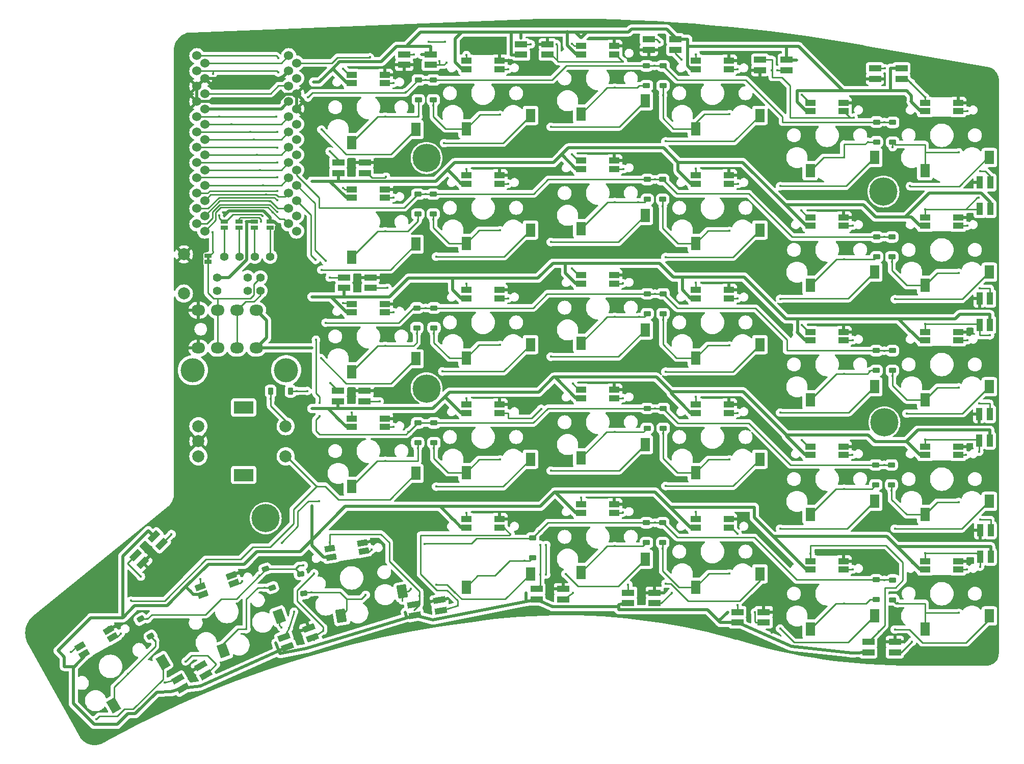
<source format=gtl>
G04 #@! TF.GenerationSoftware,KiCad,Pcbnew,7.0.9*
G04 #@! TF.CreationDate,2024-01-07T00:41:02+03:00*
G04 #@! TF.ProjectId,SofleKeyboard,536f666c-654b-4657-9962-6f6172642e6b,rev?*
G04 #@! TF.SameCoordinates,Original*
G04 #@! TF.FileFunction,Copper,L1,Top*
G04 #@! TF.FilePolarity,Positive*
%FSLAX46Y46*%
G04 Gerber Fmt 4.6, Leading zero omitted, Abs format (unit mm)*
G04 Created by KiCad (PCBNEW 7.0.9) date 2024-01-07 00:41:02*
%MOMM*%
%LPD*%
G01*
G04 APERTURE LIST*
G04 Aperture macros list*
%AMRoundRect*
0 Rectangle with rounded corners*
0 $1 Rounding radius*
0 $2 $3 $4 $5 $6 $7 $8 $9 X,Y pos of 4 corners*
0 Add a 4 corners polygon primitive as box body*
4,1,4,$2,$3,$4,$5,$6,$7,$8,$9,$2,$3,0*
0 Add four circle primitives for the rounded corners*
1,1,$1+$1,$2,$3*
1,1,$1+$1,$4,$5*
1,1,$1+$1,$6,$7*
1,1,$1+$1,$8,$9*
0 Add four rect primitives between the rounded corners*
20,1,$1+$1,$2,$3,$4,$5,0*
20,1,$1+$1,$4,$5,$6,$7,0*
20,1,$1+$1,$6,$7,$8,$9,0*
20,1,$1+$1,$8,$9,$2,$3,0*%
%AMRotRect*
0 Rectangle, with rotation*
0 The origin of the aperture is its center*
0 $1 length*
0 $2 width*
0 $3 Rotation angle, in degrees counterclockwise*
0 Add horizontal line*
21,1,$1,$2,0,0,$3*%
G04 Aperture macros list end*
G04 #@! TA.AperFunction,EtchedComponent*
%ADD10C,0.100000*%
G04 #@! TD*
G04 #@! TA.AperFunction,SMDPad,CuDef*
%ADD11RotRect,2.000000X1.000000X210.000000*%
G04 #@! TD*
G04 #@! TA.AperFunction,ComponentPad*
%ADD12O,2.300000X1.800000*%
G04 #@! TD*
G04 #@! TA.AperFunction,ComponentPad*
%ADD13C,1.397000*%
G04 #@! TD*
G04 #@! TA.AperFunction,ComponentPad*
%ADD14C,4.700000*%
G04 #@! TD*
G04 #@! TA.AperFunction,ComponentPad*
%ADD15C,1.524000*%
G04 #@! TD*
G04 #@! TA.AperFunction,SMDPad,CuDef*
%ADD16R,1.143000X0.635000*%
G04 #@! TD*
G04 #@! TA.AperFunction,ComponentPad*
%ADD17C,2.000000*%
G04 #@! TD*
G04 #@! TA.AperFunction,SMDPad,CuDef*
%ADD18RoundRect,0.225000X0.225000X0.375000X-0.225000X0.375000X-0.225000X-0.375000X0.225000X-0.375000X0*%
G04 #@! TD*
G04 #@! TA.AperFunction,ComponentPad*
%ADD19C,4.000000*%
G04 #@! TD*
G04 #@! TA.AperFunction,ComponentPad*
%ADD20R,3.200000X2.000000*%
G04 #@! TD*
G04 #@! TA.AperFunction,SMDPad,CuDef*
%ADD21RoundRect,0.225000X-0.375000X0.225000X-0.375000X-0.225000X0.375000X-0.225000X0.375000X0.225000X0*%
G04 #@! TD*
G04 #@! TA.AperFunction,SMDPad,CuDef*
%ADD22R,1.700000X1.000000*%
G04 #@! TD*
G04 #@! TA.AperFunction,SMDPad,CuDef*
%ADD23R,1.600000X2.200000*%
G04 #@! TD*
G04 #@! TA.AperFunction,SMDPad,CuDef*
%ADD24RotRect,1.700000X1.000000X210.000000*%
G04 #@! TD*
G04 #@! TA.AperFunction,SMDPad,CuDef*
%ADD25RotRect,1.600000X2.200000X210.000000*%
G04 #@! TD*
G04 #@! TA.AperFunction,SMDPad,CuDef*
%ADD26R,2.000000X1.000000*%
G04 #@! TD*
G04 #@! TA.AperFunction,SMDPad,CuDef*
%ADD27RotRect,2.000000X1.000000X45.000000*%
G04 #@! TD*
G04 #@! TA.AperFunction,SMDPad,CuDef*
%ADD28R,1.000000X2.000000*%
G04 #@! TD*
G04 #@! TA.AperFunction,SMDPad,CuDef*
%ADD29RoundRect,0.225000X-0.437260X0.007356X-0.212260X-0.382356X0.437260X-0.007356X0.212260X0.382356X0*%
G04 #@! TD*
G04 #@! TA.AperFunction,SMDPad,CuDef*
%ADD30RoundRect,0.225000X-0.429339X0.083173X-0.275430X-0.339688X0.429339X-0.083173X0.275430X0.339688X0*%
G04 #@! TD*
G04 #@! TA.AperFunction,SMDPad,CuDef*
%ADD31RotRect,1.700000X1.000000X200.000000*%
G04 #@! TD*
G04 #@! TA.AperFunction,SMDPad,CuDef*
%ADD32RotRect,1.600000X2.200000X200.000000*%
G04 #@! TD*
G04 #@! TA.AperFunction,SMDPad,CuDef*
%ADD33RoundRect,0.225000X-0.408374X0.156464X-0.330232X-0.286700X0.408374X-0.156464X0.330232X0.286700X0*%
G04 #@! TD*
G04 #@! TA.AperFunction,SMDPad,CuDef*
%ADD34RotRect,1.700000X1.000000X190.000000*%
G04 #@! TD*
G04 #@! TA.AperFunction,SMDPad,CuDef*
%ADD35RotRect,1.600000X2.200000X190.000000*%
G04 #@! TD*
G04 #@! TA.AperFunction,SMDPad,CuDef*
%ADD36RotRect,2.000000X1.000000X190.000000*%
G04 #@! TD*
G04 #@! TA.AperFunction,SMDPad,CuDef*
%ADD37RotRect,2.000000X1.000000X200.000000*%
G04 #@! TD*
G04 #@! TA.AperFunction,ViaPad*
%ADD38C,0.400000*%
G04 #@! TD*
G04 #@! TA.AperFunction,Conductor*
%ADD39C,0.500000*%
G04 #@! TD*
G04 #@! TA.AperFunction,Conductor*
%ADD40C,0.250000*%
G04 #@! TD*
G04 APERTURE END LIST*
D10*
X94150000Y-75200000D02*
X93850000Y-75200000D01*
X93850000Y-74800000D01*
X94150000Y-74800000D01*
X94150000Y-75200000D01*
G04 #@! TA.AperFunction,EtchedComponent*
G36*
X94150000Y-75200000D02*
G01*
X93850000Y-75200000D01*
X93850000Y-74800000D01*
X94150000Y-74800000D01*
X94150000Y-75200000D01*
G37*
G04 #@! TD.AperFunction*
D11*
X89852379Y-146345564D03*
X88977379Y-144830020D03*
X92787891Y-142630020D03*
X93662891Y-144145564D03*
D12*
X102019525Y-89820084D03*
X102019525Y-83520084D03*
X98819525Y-89820084D03*
X98819525Y-83520084D03*
X95619525Y-89820084D03*
X95619525Y-83520084D03*
X92419525Y-89820084D03*
X92419525Y-83520084D03*
D13*
X95499272Y-80311965D03*
X100579272Y-80311965D03*
X95499272Y-78061965D03*
X100579272Y-78061965D03*
X102700000Y-80300000D03*
X102700000Y-78100000D03*
D14*
X103600000Y-118100000D03*
D15*
X92180000Y-41230000D03*
X108718815Y-42425745D03*
X92180000Y-43770000D03*
X108718815Y-44965745D03*
X92180000Y-46310000D03*
X108718815Y-47505745D03*
X92180000Y-48850000D03*
X108718815Y-50045745D03*
X92180000Y-51390000D03*
X108718815Y-52585745D03*
X92180000Y-53930000D03*
X108718815Y-55125745D03*
X92180000Y-56470000D03*
X108718815Y-57665745D03*
X92180000Y-59010000D03*
X108718815Y-60205745D03*
X92180000Y-61550000D03*
X108718815Y-62745745D03*
X92180000Y-64090000D03*
X108718815Y-65285745D03*
X92180000Y-66630000D03*
X108718815Y-67825745D03*
X92180000Y-69170000D03*
X108718815Y-70365745D03*
X93478815Y-70365745D03*
X107420000Y-69170000D03*
X93478815Y-67825745D03*
X107420000Y-66630000D03*
X93478815Y-65285745D03*
X107420000Y-64090000D03*
X93478815Y-62745745D03*
X107420000Y-61550000D03*
X93478815Y-60205745D03*
X107420000Y-59010000D03*
X93478815Y-57665745D03*
X107420000Y-56470000D03*
X93478815Y-55125745D03*
X107420000Y-53930000D03*
X93478815Y-52585745D03*
X107420000Y-51390000D03*
X93478815Y-50045745D03*
X107420000Y-48850000D03*
X93478815Y-47505745D03*
X107420000Y-46310000D03*
X93478815Y-44965745D03*
X107420000Y-43770000D03*
X93478815Y-42425745D03*
X107420000Y-41230000D03*
D16*
X104300000Y-69800380D03*
X104300000Y-68799620D03*
X101700000Y-69800380D03*
X101700000Y-68799620D03*
X99200000Y-69800380D03*
X99200000Y-68799620D03*
D17*
X90000000Y-74250000D03*
X90000000Y-80750000D03*
D16*
X94000000Y-74499620D03*
X94000000Y-75500380D03*
D18*
X107721125Y-96988456D03*
X104421125Y-96988456D03*
D19*
X91500000Y-93500000D03*
D16*
X96700000Y-69800380D03*
X96700000Y-68799620D03*
D13*
X96700000Y-74600000D03*
X99240000Y-74600000D03*
X101780000Y-74600000D03*
X104320000Y-74600000D03*
D19*
X107000000Y-93500000D03*
D17*
X92415822Y-102812306D03*
X92415822Y-107812306D03*
X92415822Y-105312306D03*
D20*
X99915822Y-99712306D03*
X99915822Y-110912306D03*
D17*
X106915822Y-107812306D03*
X106915822Y-102812306D03*
D14*
X206210309Y-63810590D03*
X206375000Y-102175000D03*
X130325000Y-58225000D03*
X130325000Y-96525000D03*
D21*
X166950000Y-99850000D03*
X166950000Y-103150000D03*
X169600000Y-42900000D03*
X169600000Y-46200000D03*
D22*
X213150000Y-88551000D03*
X213150000Y-87151000D03*
X218650000Y-87151000D03*
X218650000Y-88551000D03*
D23*
X213100000Y-98450000D03*
X223800000Y-96250000D03*
D22*
X213150000Y-50451000D03*
X213150000Y-49051000D03*
X218650000Y-49051000D03*
X218650000Y-50451000D03*
D23*
X213100000Y-60350000D03*
X223800000Y-58150000D03*
D22*
X156000000Y-41001000D03*
X156000000Y-39601000D03*
X161500000Y-39601000D03*
X161500000Y-41001000D03*
D23*
X155950000Y-50900000D03*
X166650000Y-48700000D03*
D21*
X128706950Y-83143161D03*
X128706950Y-86443161D03*
D22*
X136950000Y-81551000D03*
X136950000Y-80151000D03*
X142450000Y-80151000D03*
X142450000Y-81551000D03*
D23*
X136900000Y-91450000D03*
X147600000Y-89250000D03*
D22*
X194100000Y-107601000D03*
X194100000Y-106201000D03*
X199600000Y-106201000D03*
X199600000Y-107601000D03*
D23*
X194050000Y-117500000D03*
X204750000Y-115300000D03*
D24*
X73444059Y-140652214D03*
X72744059Y-139439779D03*
X77507199Y-136689779D03*
X78207199Y-137902214D03*
D25*
X78350258Y-149250000D03*
X86516730Y-141994744D03*
D21*
X167000000Y-80800000D03*
X167000000Y-84100000D03*
D22*
X213150000Y-126651000D03*
X213150000Y-125251000D03*
X218650000Y-125251000D03*
X218650000Y-126651000D03*
D23*
X213100000Y-136550000D03*
X223800000Y-134350000D03*
D22*
X117900000Y-45800000D03*
X117900000Y-44400000D03*
X123400000Y-44400000D03*
X123400000Y-45800000D03*
D23*
X117850000Y-55699000D03*
X128550000Y-53499000D03*
D22*
X136950000Y-43451000D03*
X136950000Y-42051000D03*
X142450000Y-42051000D03*
X142450000Y-43451000D03*
D23*
X136900000Y-53350000D03*
X147600000Y-51150000D03*
D26*
X126617756Y-41002947D03*
X126617756Y-42752947D03*
X131017756Y-42752947D03*
X131017756Y-41002947D03*
D22*
X136950000Y-100601000D03*
X136950000Y-99201000D03*
X142450000Y-99201000D03*
X142450000Y-100601000D03*
D23*
X136900000Y-110500000D03*
X147600000Y-108300000D03*
D27*
X81965587Y-124257326D03*
X83203024Y-125494763D03*
X86314293Y-122383494D03*
X85076856Y-121146057D03*
D21*
X205000000Y-90250000D03*
X205000000Y-93550000D03*
X204950000Y-109250000D03*
X204950000Y-112550000D03*
D26*
X186336808Y-135440188D03*
X186336808Y-133690188D03*
X181936808Y-133690188D03*
X181936808Y-135440188D03*
D21*
X169650000Y-99850000D03*
X169650000Y-103150000D03*
D22*
X175050000Y-100601000D03*
X175050000Y-99201000D03*
X180550000Y-99201000D03*
X180550000Y-100601000D03*
D23*
X175000000Y-110500000D03*
X185700000Y-108300000D03*
D22*
X213150000Y-107601000D03*
X213150000Y-106201000D03*
X218650000Y-106201000D03*
X218650000Y-107601000D03*
D23*
X213100000Y-117500000D03*
X223800000Y-115300000D03*
D28*
X223918987Y-81564247D03*
X222168987Y-81564247D03*
X222168987Y-85964247D03*
X223918987Y-85964247D03*
D29*
X82825000Y-134871058D03*
X84475000Y-137728942D03*
D22*
X175050000Y-43451000D03*
X175050000Y-42051000D03*
X180550000Y-42051000D03*
X180550000Y-43451000D03*
D23*
X175000000Y-53350000D03*
X185700000Y-51150000D03*
D21*
X166850000Y-42900000D03*
X166850000Y-46200000D03*
D22*
X156000000Y-117201000D03*
X156000000Y-115801000D03*
X161500000Y-115801000D03*
X161500000Y-117201000D03*
D23*
X155950000Y-127100000D03*
X166650000Y-124900000D03*
D22*
X117900000Y-102951000D03*
X117900000Y-101551000D03*
X123400000Y-101551000D03*
X123400000Y-102951000D03*
D23*
X117850000Y-112850000D03*
X128550000Y-110650000D03*
D22*
X175050000Y-81551000D03*
X175050000Y-80151000D03*
X180550000Y-80151000D03*
X180550000Y-81551000D03*
D23*
X175000000Y-91450000D03*
X185700000Y-89250000D03*
D21*
X207550000Y-109250000D03*
X207550000Y-112550000D03*
D22*
X136950000Y-62500000D03*
X136950000Y-61100000D03*
X142450000Y-61100000D03*
X142450000Y-62500000D03*
D23*
X136900000Y-72399000D03*
X147600000Y-70199000D03*
D26*
X168214357Y-132222665D03*
X168214357Y-130472665D03*
X163814357Y-130472665D03*
X163814357Y-132222665D03*
D21*
X205000000Y-128350000D03*
X205000000Y-131650000D03*
D26*
X167241449Y-38485986D03*
X167241449Y-40235986D03*
X171641449Y-40235986D03*
X171641449Y-38485986D03*
D30*
X103535667Y-126549507D03*
X104664333Y-129650493D03*
D26*
X185733896Y-41864154D03*
X185733896Y-43614154D03*
X190133896Y-43614154D03*
X190133896Y-41864154D03*
D22*
X117900000Y-64851000D03*
X117900000Y-63451000D03*
X123400000Y-63451000D03*
X123400000Y-64851000D03*
D23*
X117850000Y-74750000D03*
X128550000Y-72550000D03*
D22*
X175050000Y-119651000D03*
X175050000Y-118251000D03*
X180550000Y-118251000D03*
X180550000Y-119651000D03*
D23*
X175000000Y-129550000D03*
X185700000Y-127350000D03*
D21*
X128870701Y-64228952D03*
X128870701Y-67528952D03*
D22*
X194100000Y-126651000D03*
X194100000Y-125251000D03*
X199600000Y-125251000D03*
X199600000Y-126651000D03*
D23*
X194050000Y-136550000D03*
X204750000Y-134350000D03*
D21*
X147900000Y-121400000D03*
X147900000Y-124700000D03*
D22*
X156000000Y-79101000D03*
X156000000Y-77701000D03*
X161500000Y-77701000D03*
X161500000Y-79101000D03*
D23*
X155950000Y-89000000D03*
X166650000Y-86800000D03*
D21*
X169550000Y-118850000D03*
X169550000Y-122150000D03*
D22*
X175050000Y-62501000D03*
X175050000Y-61101000D03*
X180550000Y-61101000D03*
X180550000Y-62501000D03*
D23*
X175000000Y-72400000D03*
X185700000Y-70200000D03*
D31*
X93199049Y-130796195D03*
X92720221Y-129480625D03*
X97888530Y-127599514D03*
X98367358Y-128915084D03*
D32*
X96537722Y-140115313D03*
X105839988Y-134388374D03*
D22*
X194100000Y-69501000D03*
X194100000Y-68101000D03*
X199600000Y-68101000D03*
X199600000Y-69501000D03*
D23*
X194050000Y-79400000D03*
X204750000Y-77200000D03*
D21*
X167000000Y-61800000D03*
X167000000Y-65100000D03*
X128850000Y-102250000D03*
X128850000Y-105550000D03*
X169600000Y-80800000D03*
X169600000Y-84100000D03*
D33*
X109396129Y-127383944D03*
X109969167Y-130633810D03*
D22*
X156000000Y-60051000D03*
X156000000Y-58651000D03*
X161500000Y-58651000D03*
X161500000Y-60051000D03*
D23*
X155950000Y-69950000D03*
X166650000Y-67750000D03*
D21*
X207600000Y-71350000D03*
X207600000Y-74650000D03*
D22*
X117900000Y-83901000D03*
X117900000Y-82501000D03*
X123400000Y-82501000D03*
X123400000Y-83901000D03*
D23*
X117850000Y-93800000D03*
X128550000Y-91600000D03*
D21*
X205050000Y-52250000D03*
X205050000Y-55550000D03*
X131450000Y-45250000D03*
X131450000Y-48550000D03*
D26*
X150427802Y-41060285D03*
X150427802Y-39310285D03*
X146027802Y-39310285D03*
X146027802Y-41060285D03*
D21*
X207755488Y-128371180D03*
X207755488Y-131671180D03*
D22*
X194100000Y-88551000D03*
X194100000Y-87151000D03*
X199600000Y-87151000D03*
X199600000Y-88551000D03*
D23*
X194050000Y-98450000D03*
X204750000Y-96250000D03*
D22*
X213150000Y-69501000D03*
X213150000Y-68101000D03*
X218650000Y-68101000D03*
X218650000Y-69501000D03*
D23*
X213100000Y-79400000D03*
X223800000Y-77200000D03*
D21*
X207700000Y-90250000D03*
X207700000Y-93550000D03*
X166850000Y-118850000D03*
X166850000Y-122150000D03*
D28*
X223963271Y-62309091D03*
X222213271Y-62309091D03*
X222213271Y-66709091D03*
X223963271Y-66709091D03*
D22*
X156000000Y-98151000D03*
X156000000Y-96751000D03*
X161500000Y-96751000D03*
X161500000Y-98151000D03*
D23*
X155950000Y-108050000D03*
X166650000Y-105850000D03*
D28*
X223870095Y-100777004D03*
X222120095Y-100777004D03*
X222120095Y-105177004D03*
X223870095Y-105177004D03*
D34*
X114465374Y-124565135D03*
X114222266Y-123186404D03*
X119638709Y-122231339D03*
X119881816Y-123610070D03*
D35*
X116135077Y-134322430D03*
X126290494Y-130297817D03*
D21*
X205100000Y-71350000D03*
X205100000Y-74650000D03*
X169550000Y-61800000D03*
X169550000Y-65100000D03*
X131420701Y-64228952D03*
X131420701Y-67528952D03*
X131550000Y-102250000D03*
X131550000Y-105550000D03*
D26*
X208100505Y-140408071D03*
X208100505Y-138658071D03*
X203700505Y-138658071D03*
X203700505Y-140408071D03*
X204804437Y-43301948D03*
X204804437Y-45051948D03*
X209204437Y-45051948D03*
X209204437Y-43301948D03*
D28*
X224022912Y-120098099D03*
X222272912Y-120098099D03*
X222272912Y-124498099D03*
X224022912Y-124498099D03*
D21*
X131556950Y-83143161D03*
X131556950Y-86443161D03*
D22*
X194100000Y-50451000D03*
X194100000Y-49051000D03*
X199600000Y-49051000D03*
X199600000Y-50451000D03*
D23*
X194050000Y-60350000D03*
X204750000Y-58150000D03*
D21*
X128950000Y-45250000D03*
X128950000Y-48550000D03*
X207750000Y-52300000D03*
X207750000Y-55600000D03*
D22*
X136950000Y-119651000D03*
X136950000Y-118251000D03*
X142450000Y-118251000D03*
X142450000Y-119651000D03*
D23*
X136900000Y-129550000D03*
X147600000Y-127350000D03*
D26*
X152984495Y-131620526D03*
X152984495Y-129870526D03*
X148584495Y-129870526D03*
X148584495Y-131620526D03*
X120041674Y-98670295D03*
X120041674Y-96920295D03*
X115641674Y-96920295D03*
X115641674Y-98670295D03*
X120048398Y-60705351D03*
X120048398Y-58955351D03*
X115648398Y-58955351D03*
X115648398Y-60705351D03*
D36*
X132733180Y-133442942D03*
X132429296Y-131719528D03*
X128096142Y-132483580D03*
X128400026Y-134206994D03*
D37*
X111385876Y-137994109D03*
X110787341Y-136349647D03*
X106652694Y-137854535D03*
X107251229Y-139498997D03*
D26*
X121010226Y-79832145D03*
X121010226Y-78082145D03*
X116610226Y-78082145D03*
X116610226Y-79832145D03*
D38*
X109505349Y-138661074D03*
X130802444Y-133627371D03*
X151045509Y-131654626D03*
X168221399Y-118856572D03*
X105500013Y-65257752D03*
X108773984Y-96961154D03*
X206379487Y-128356164D03*
X149052943Y-120227116D03*
X129984145Y-122369662D03*
X110500000Y-96950000D03*
X130203995Y-45261239D03*
X105499993Y-56500001D03*
X168204159Y-42896505D03*
X206392279Y-52241844D03*
X110602000Y-48150240D03*
X126856942Y-47306386D03*
X206373162Y-71350574D03*
X130183938Y-64253523D03*
X105506701Y-59001956D03*
X168280599Y-61786823D03*
X130197330Y-83151352D03*
X206361985Y-90256593D03*
X113550000Y-85600000D03*
X113550000Y-75350000D03*
X168287165Y-80796587D03*
X105503212Y-61451241D03*
X111950000Y-88450000D03*
X111902000Y-75175840D03*
X168303085Y-99857850D03*
X206323980Y-109248233D03*
X105500595Y-63668508D03*
X127315609Y-103769162D03*
X112547386Y-101109312D03*
X112548311Y-98954018D03*
X222272867Y-122815170D03*
X173711193Y-41996198D03*
X111560000Y-45595000D03*
X200901855Y-140481155D03*
X134650000Y-99150000D03*
X156000000Y-94650000D03*
X112150000Y-123500000D03*
X155950000Y-75700000D03*
X113983842Y-99829499D03*
X172850000Y-80100000D03*
X172800000Y-61100000D03*
X135150000Y-61550000D03*
X71600000Y-137600000D03*
X222126331Y-103494075D03*
X111248531Y-62076396D03*
X111260841Y-99868124D03*
X210900000Y-106200000D03*
X115715375Y-101615375D03*
X153800000Y-115850000D03*
X114933360Y-81249324D03*
X210850000Y-48850000D03*
X210950000Y-125300000D03*
X135100000Y-42300000D03*
X111252000Y-116050000D03*
X105298774Y-138821375D03*
X111252000Y-89769634D03*
X191950000Y-125300000D03*
X222170292Y-84253575D03*
X194300001Y-47050000D03*
X209156460Y-46977927D03*
X87807760Y-146956764D03*
X100400008Y-68800000D03*
X194050000Y-65950000D03*
X134800000Y-118300000D03*
X191804014Y-41992032D03*
X172850000Y-118300000D03*
X156000000Y-38200000D03*
X217805994Y-64060982D03*
X117898834Y-81302967D03*
X210800000Y-87100000D03*
X100400000Y-50045745D03*
X118000000Y-42200000D03*
X129467296Y-41010308D03*
X146022714Y-38348480D03*
X180369330Y-133697732D03*
X194050000Y-104250000D03*
X146857215Y-130516293D03*
X111292969Y-81300823D03*
X194050000Y-85000000D03*
X173708011Y-40238223D03*
X155950000Y-56500000D03*
X162259270Y-132498210D03*
X113827142Y-62055273D03*
X126785240Y-133696522D03*
X210850000Y-68050000D03*
X117924684Y-62091275D03*
X134650000Y-80100000D03*
X172800000Y-99200000D03*
X102227440Y-123646021D03*
X91100000Y-130300000D03*
X202235487Y-125286419D03*
X120150000Y-124800000D03*
X218650000Y-89900000D03*
X184896321Y-112294742D03*
X142450000Y-104600000D03*
X218600000Y-108900000D03*
X101484526Y-126678704D03*
X187689639Y-137118047D03*
X145100000Y-61000000D03*
X180524269Y-46312620D03*
X185085869Y-67434015D03*
X96702445Y-44972014D03*
X164400000Y-115750000D03*
X220812338Y-62331180D03*
X147700000Y-104600000D03*
X169055201Y-37789058D03*
X165382233Y-41926904D03*
X142517619Y-84141384D03*
X142450000Y-117100000D03*
X147329330Y-43329937D03*
X218650000Y-70750000D03*
X145100000Y-80050000D03*
X96700000Y-67800000D03*
X180542698Y-65128204D03*
X183848439Y-117250858D03*
X180628698Y-103291754D03*
X147200000Y-66500000D03*
X183200000Y-80100000D03*
X144011542Y-119149550D03*
X108617332Y-74610095D03*
X142550000Y-66600000D03*
X218636452Y-128648020D03*
X187718233Y-112211006D03*
X96705934Y-48775036D03*
X125939444Y-101587613D03*
X147315294Y-46354677D03*
X164300000Y-96600000D03*
X180634215Y-122380985D03*
X164150000Y-58600000D03*
X183200000Y-99100000D03*
X221001504Y-87285741D03*
X180601055Y-84384027D03*
X81093852Y-135419569D03*
X185733334Y-45402988D03*
X183150000Y-61250000D03*
X142426075Y-40556117D03*
X220864264Y-106371465D03*
X126200000Y-82450000D03*
X164150000Y-77650000D03*
X220882198Y-124900431D03*
X218671822Y-51876645D03*
X123444034Y-48371503D03*
X126200000Y-63400000D03*
X126100000Y-44350000D03*
X142425476Y-46160072D03*
X145044308Y-99293469D03*
X208100000Y-81700000D03*
X210050000Y-100700000D03*
X208100000Y-136600000D03*
X208100000Y-119850000D03*
X102117351Y-57700640D03*
X210600000Y-62900000D03*
X189050000Y-136450000D03*
X189050000Y-100550000D03*
X189050000Y-119850000D03*
X189050561Y-81635097D03*
X189050000Y-62900000D03*
X102642351Y-60240640D03*
X170000000Y-93750000D03*
X170000000Y-112750000D03*
X170000000Y-55450000D03*
X103167351Y-62780640D03*
X170000000Y-74700000D03*
X170023061Y-128994632D03*
X127699344Y-129846983D03*
X150950000Y-53050000D03*
X153413199Y-127354880D03*
X150950000Y-110200000D03*
X150950000Y-72200000D03*
X103692351Y-64287640D03*
X150950000Y-91250000D03*
X135012182Y-130387721D03*
X131900000Y-112850000D03*
X131900000Y-129150000D03*
X132950000Y-93700000D03*
X104217351Y-65373666D03*
X133250000Y-55750000D03*
X131900000Y-74600000D03*
X106236808Y-136236808D03*
X105370775Y-51390000D03*
X95866826Y-67800613D03*
X103100000Y-67900000D03*
X95866826Y-51372605D03*
X105700006Y-41600000D03*
X124850000Y-45800000D03*
X120907238Y-41482939D03*
X105553148Y-53930000D03*
X102826022Y-68770500D03*
X101050008Y-53930000D03*
X123450000Y-51350000D03*
X128923393Y-51306724D03*
X142500000Y-51050000D03*
X131443488Y-49509369D03*
X105700000Y-44000000D03*
X94800000Y-70600000D03*
X94818371Y-44212397D03*
X161550000Y-46550000D03*
X169607462Y-47783493D03*
X180600000Y-50950000D03*
X199650000Y-58150000D03*
X203629357Y-55550799D03*
X207757360Y-56402609D03*
X218700000Y-57300000D03*
X104427568Y-98277091D03*
X81215906Y-131815027D03*
X112050000Y-112800000D03*
X112850000Y-76800000D03*
X112780057Y-91512434D03*
X75450000Y-151550000D03*
X112850000Y-53499000D03*
X104742351Y-67229150D03*
X101588120Y-55125745D03*
X97933621Y-52585745D03*
X128889842Y-68504383D03*
X123450000Y-70400000D03*
X131420701Y-68463431D03*
X142500000Y-70250000D03*
X161550000Y-65550000D03*
X165501296Y-65576286D03*
X169552853Y-66286127D03*
X180600000Y-70350000D03*
X199650000Y-75050000D03*
X207601734Y-75443085D03*
X218700000Y-77300000D03*
X123450000Y-89450000D03*
X128698472Y-87443164D03*
X131548759Y-87434974D03*
X142500000Y-89300000D03*
X165600687Y-84654304D03*
X161550000Y-84650000D03*
X169605833Y-85121161D03*
X180600000Y-89400000D03*
X199650000Y-94100000D03*
X203928047Y-93692500D03*
X218700000Y-96350000D03*
X207712049Y-94454215D03*
X128862504Y-106447095D03*
X123450000Y-108550000D03*
X142500000Y-108350000D03*
X131554442Y-106463476D03*
X161550000Y-103750000D03*
X180600000Y-108350000D03*
X169643593Y-104045916D03*
X199650000Y-113200000D03*
X207560743Y-113474522D03*
X218700000Y-115400000D03*
X146601259Y-125201469D03*
X142500000Y-126850000D03*
X161550000Y-122750000D03*
X169548257Y-123170226D03*
X180600000Y-127300000D03*
X199650000Y-132300000D03*
X208536314Y-132216611D03*
X218700000Y-133850000D03*
X102550119Y-127653154D03*
X83959091Y-134864874D03*
X109870887Y-125944762D03*
X105494780Y-67173219D03*
X80709013Y-143950644D03*
X85220425Y-138435924D03*
X103401929Y-129662553D03*
X100400000Y-136550000D03*
X111177427Y-130426997D03*
X120200000Y-130850000D03*
X136950000Y-60050000D03*
X143900000Y-43450000D03*
X163000000Y-60050000D03*
X154450000Y-39200000D03*
X175050000Y-59950000D03*
X182000000Y-43452000D03*
X192650000Y-47700000D03*
X201100000Y-69450000D03*
X136950000Y-79150000D03*
X143900000Y-62500000D03*
X162950000Y-79050000D03*
X154500000Y-57650000D03*
X175050000Y-78950000D03*
X182100000Y-62500000D03*
X201100000Y-88500000D03*
X192550000Y-66950000D03*
X143900000Y-81550000D03*
X136950000Y-98150000D03*
X162950000Y-98150000D03*
X154450000Y-76600000D03*
X175050000Y-97950000D03*
X182000000Y-81550000D03*
X201050398Y-107549602D03*
X192650000Y-86000000D03*
X154600000Y-95750000D03*
X162950000Y-117150000D03*
X192650000Y-105100000D03*
X201100000Y-126600000D03*
X116450000Y-43350000D03*
X114226258Y-57115674D03*
X123581884Y-61338581D03*
X124800000Y-64850000D03*
X116480344Y-63160132D03*
X114223105Y-78075707D03*
X123821202Y-79796625D03*
X124850000Y-83850000D03*
X116462225Y-82358513D03*
X114356493Y-95639495D03*
X124800000Y-102950000D03*
X122501895Y-98673636D03*
X106273318Y-122187960D03*
X87942944Y-120742773D03*
X112450000Y-115300000D03*
X117900000Y-100550000D03*
X79500000Y-137250000D03*
X82857432Y-127804554D03*
X86786366Y-145386049D03*
X71275000Y-140375000D03*
X90305454Y-141901293D03*
X99700000Y-128600000D03*
X108298582Y-133671489D03*
X107461726Y-136336555D03*
X92700000Y-128250000D03*
X111646008Y-127259882D03*
X121200000Y-123300000D03*
X113139475Y-136774295D03*
X129158476Y-131041469D03*
X114250000Y-122100000D03*
X135472808Y-132640794D03*
X144250000Y-120750000D03*
X136950000Y-117200000D03*
X149233730Y-122531996D03*
X149242313Y-127424388D03*
X156000000Y-114650000D03*
X163811923Y-129164198D03*
X182000000Y-120700000D03*
X171023709Y-130472577D03*
X181939384Y-132542171D03*
X175050000Y-117050000D03*
X181996992Y-100599453D03*
X184894926Y-133694243D03*
X205394567Y-136984381D03*
X194100000Y-124000000D03*
X220039202Y-126603188D03*
X210946281Y-138633985D03*
X213150000Y-123950000D03*
X222256120Y-126156247D03*
X219950000Y-107600000D03*
X222287522Y-118341560D03*
X213150000Y-105000000D03*
X222126331Y-107027745D03*
X222126331Y-99014185D03*
X220150000Y-88500000D03*
X223912007Y-87703509D03*
X213150000Y-85800000D03*
X220150000Y-69500000D03*
X222168899Y-79881148D03*
X213150000Y-66750000D03*
X222035483Y-64846993D03*
X220150000Y-50400000D03*
X222241343Y-60421002D03*
X210806064Y-45751190D03*
X213150000Y-48100000D03*
X206426364Y-43305067D03*
X188614062Y-43602958D03*
X169030248Y-39017980D03*
X201250000Y-51500000D03*
X187688975Y-43602958D03*
X172655903Y-41896394D03*
X175050000Y-41000000D03*
X128232136Y-41004070D03*
X133351096Y-38941676D03*
X130684273Y-38941676D03*
X147620036Y-39305340D03*
X162950000Y-42200000D03*
X151905973Y-39310285D03*
X132421607Y-42126269D03*
X136950000Y-41100000D03*
X133600364Y-42397370D03*
X149355692Y-99910956D03*
X154601202Y-130525529D03*
X150172299Y-127474221D03*
X150179119Y-122549767D03*
D39*
X151226047Y-132826522D02*
X162248652Y-132835068D01*
X162248652Y-132835068D02*
X162234339Y-133289166D01*
X162259270Y-132498210D02*
X162248652Y-132835068D01*
X148584495Y-131620526D02*
X151226047Y-132826522D01*
D40*
X148584495Y-129870526D02*
X149229089Y-129222880D01*
X149229089Y-129222880D02*
X149242313Y-127424388D01*
D39*
X146857215Y-130516293D02*
X146858947Y-131959551D01*
X146858947Y-131959551D02*
X148584495Y-131620526D01*
X131376107Y-135001526D02*
X146858947Y-131959551D01*
D40*
X152984495Y-131620526D02*
X154601202Y-130525529D01*
D39*
X128400026Y-134206994D02*
X131376107Y-135001526D01*
X126785240Y-133696522D02*
X127000460Y-134637351D01*
X110390948Y-139744659D02*
X127000460Y-134637351D01*
X127000460Y-134637351D02*
X128400026Y-134206994D01*
D40*
X132733180Y-133442942D02*
X135472808Y-132640794D01*
D39*
X105978761Y-140595713D02*
X110390948Y-139744659D01*
D40*
X113139475Y-136774295D02*
X111385876Y-137994109D01*
D39*
X92781533Y-145974829D02*
X107251229Y-139498997D01*
D40*
X107461726Y-136336555D02*
X108298582Y-133671489D01*
X106652694Y-137854535D02*
X107461726Y-136336555D01*
D39*
X89852379Y-146345564D02*
X92781533Y-145974829D01*
X87807760Y-146956764D02*
X89852379Y-146345564D01*
X85535372Y-146997534D02*
X87807760Y-146956764D01*
D40*
X86786366Y-145386049D02*
X88977379Y-144830020D01*
X93662891Y-144136297D02*
X95396665Y-142402523D01*
X95396665Y-142402523D02*
X93935267Y-140941125D01*
X93662891Y-144145564D02*
X93662891Y-144136297D01*
X91299955Y-140941125D02*
X90356954Y-141884126D01*
X90356954Y-141884126D02*
X90331204Y-141884126D01*
X93935267Y-140941125D02*
X91299955Y-140941125D01*
X95619525Y-81602292D02*
X95632440Y-81589377D01*
X95632440Y-81589377D02*
X94941101Y-81589377D01*
X95619525Y-83520084D02*
X95619525Y-81602292D01*
X101068841Y-81589377D02*
X95632440Y-81589377D01*
X94005264Y-75580264D02*
X94000000Y-75575000D01*
X94941101Y-81589377D02*
X94005264Y-80653540D01*
X101638056Y-81020162D02*
X101068841Y-81589377D01*
X101638056Y-79161944D02*
X101638056Y-81020162D01*
X102700000Y-78100000D02*
X101638056Y-79161944D01*
X94005264Y-80653540D02*
X94005264Y-75580264D01*
X102700000Y-81070312D02*
X102700000Y-80300000D01*
X101668164Y-82102148D02*
X102700000Y-81070312D01*
X100237461Y-82102148D02*
X101668164Y-82102148D01*
X98819525Y-83520084D02*
X100237461Y-82102148D01*
D39*
X111201550Y-89820084D02*
X102019525Y-89820084D01*
X111252000Y-89769634D02*
X111201550Y-89820084D01*
X103747043Y-88092566D02*
X102019525Y-89820084D01*
X103747043Y-85221506D02*
X103747043Y-88092566D01*
X102045621Y-83520084D02*
X103747043Y-85221506D01*
X102019525Y-83520084D02*
X102045621Y-83520084D01*
D40*
X98819525Y-89820084D02*
X98819525Y-83520084D01*
X95619525Y-89820084D02*
X95619525Y-83520084D01*
X95855509Y-64812640D02*
X94038149Y-66630000D01*
X149052943Y-120247057D02*
X149052943Y-120227116D01*
X149052943Y-120227116D02*
X149072884Y-120227116D01*
X108779444Y-96955694D02*
X108773984Y-96961154D01*
X147900000Y-121400000D02*
X149052943Y-120247057D01*
X166850000Y-118850000D02*
X169550000Y-118850000D01*
X169550000Y-118850000D02*
X172000000Y-121300000D01*
X184750000Y-121300000D02*
X191800000Y-128350000D01*
X172000000Y-121300000D02*
X184750000Y-121300000D01*
X147821583Y-121478417D02*
X147900000Y-121400000D01*
X110500000Y-96950000D02*
X110494306Y-96955694D01*
X138652862Y-121478417D02*
X147821583Y-121478417D01*
X149072884Y-120227116D02*
X150450000Y-118850000D01*
X150450000Y-118850000D02*
X166850000Y-118850000D01*
X205000000Y-128350000D02*
X207734308Y-128350000D01*
X94038149Y-66630000D02*
X92180000Y-66630000D01*
X137790256Y-122341023D02*
X138652862Y-121478417D01*
X107753887Y-96955694D02*
X107721125Y-96988456D01*
X191800000Y-128350000D02*
X205000000Y-128350000D01*
X129984145Y-122369662D02*
X130012784Y-122341023D01*
X105500013Y-65257752D02*
X105054901Y-64812640D01*
X207734308Y-128350000D02*
X207755488Y-128371180D01*
X130012784Y-122341023D02*
X137790256Y-122341023D01*
X105054901Y-64812640D02*
X95855509Y-64812640D01*
X108768524Y-96955694D02*
X107753887Y-96955694D01*
X108773984Y-96961154D02*
X108768524Y-96955694D01*
X110494306Y-96955694D02*
X108779444Y-96955694D01*
X151152890Y-45250000D02*
X153502890Y-42900000D01*
X205050000Y-52250000D02*
X207700000Y-52250000D01*
X189450000Y-52250000D02*
X205050000Y-52250000D01*
X105469992Y-56470000D02*
X92180000Y-56470000D01*
X105499993Y-56500001D02*
X105469992Y-56470000D01*
X171950000Y-45250000D02*
X183346881Y-45250000D01*
X166850000Y-42900000D02*
X168200664Y-42900000D01*
X130192756Y-45250000D02*
X130203995Y-45261239D01*
X130203995Y-45261239D02*
X130215234Y-45250000D01*
X207700000Y-52250000D02*
X207750000Y-52300000D01*
X126800000Y-47400000D02*
X126856942Y-47343058D01*
X126856942Y-47343058D02*
X126856942Y-47306386D01*
X153502890Y-42900000D02*
X166850000Y-42900000D01*
X128950000Y-45250000D02*
X130192756Y-45250000D01*
X189450000Y-51353119D02*
X189450000Y-52250000D01*
X110602000Y-48150240D02*
X111352240Y-47400000D01*
X126893614Y-47306386D02*
X128950000Y-45250000D01*
X168207654Y-42900000D02*
X169600000Y-42900000D01*
X126856942Y-47306386D02*
X126893614Y-47306386D01*
X130215234Y-45250000D02*
X131450000Y-45250000D01*
X168204159Y-42896505D02*
X168207654Y-42900000D01*
X183346881Y-45250000D02*
X189450000Y-51353119D01*
X168200664Y-42900000D02*
X168204159Y-42896505D01*
X131450000Y-45250000D02*
X151152890Y-45250000D01*
X111352240Y-47400000D02*
X126800000Y-47400000D01*
X169600000Y-42900000D02*
X171950000Y-45250000D01*
X112450000Y-66476930D02*
X112450000Y-64822831D01*
X112450000Y-64822831D02*
X108718815Y-61091646D01*
X105506701Y-59001956D02*
X105498657Y-59010000D01*
X205100000Y-71350000D02*
X207600000Y-71350000D01*
X108718815Y-61091646D02*
X108718815Y-60205745D01*
X128870701Y-64228952D02*
X131420701Y-64228952D01*
X191050000Y-71350000D02*
X183850000Y-64150000D01*
X171900000Y-64150000D02*
X169550000Y-61800000D01*
X105498657Y-59010000D02*
X92180000Y-59010000D01*
X126599653Y-66500000D02*
X112473070Y-66500000D01*
X148100000Y-64200000D02*
X131449653Y-64200000D01*
X131449653Y-64200000D02*
X131420701Y-64228952D01*
X112473070Y-66500000D02*
X112450000Y-66476930D01*
X183850000Y-64150000D02*
X171900000Y-64150000D01*
X167000000Y-61800000D02*
X150500000Y-61800000D01*
X150500000Y-61800000D02*
X148100000Y-64200000D01*
X167000000Y-61800000D02*
X169550000Y-61800000D01*
X128870701Y-64228952D02*
X126599653Y-66500000D01*
X205100000Y-71350000D02*
X191050000Y-71350000D01*
X148000000Y-83150000D02*
X134595619Y-83150000D01*
X125676184Y-85600000D02*
X113550000Y-85600000D01*
X190150000Y-90250000D02*
X205000000Y-90250000D01*
X169600000Y-80800000D02*
X172000000Y-83200000D01*
X128706950Y-83143161D02*
X134588780Y-83143161D01*
X128133023Y-83143161D02*
X125676184Y-85600000D01*
X128706950Y-83143161D02*
X128133023Y-83143161D01*
X167000000Y-80800000D02*
X169600000Y-80800000D01*
X150350000Y-80800000D02*
X148000000Y-83150000D01*
X134595619Y-83150000D02*
X134000000Y-83150000D01*
X134588780Y-83143161D02*
X134595619Y-83150000D01*
X205000000Y-90250000D02*
X207700000Y-90250000D01*
X172000000Y-83200000D02*
X184950000Y-83200000D01*
X111750000Y-73550000D02*
X111750000Y-65776930D01*
X190150000Y-88400000D02*
X190150000Y-90250000D01*
X111750000Y-65776930D02*
X108718815Y-62745745D01*
X105250000Y-61450000D02*
X92230000Y-61450000D01*
X184950000Y-83200000D02*
X190150000Y-88400000D01*
X113550000Y-75350000D02*
X111750000Y-73550000D01*
X167000000Y-80800000D02*
X150350000Y-80800000D01*
X105251241Y-61451241D02*
X105250000Y-61450000D01*
X105503212Y-61451241D02*
X105251241Y-61451241D01*
X93905755Y-64090000D02*
X92180000Y-64090000D01*
X172100000Y-102300000D02*
X183850000Y-102300000D01*
X127330838Y-103769162D02*
X127315609Y-103769162D01*
X111902000Y-75175840D02*
X111100000Y-74373840D01*
X190800000Y-109250000D02*
X204950000Y-109250000D01*
X204950000Y-109250000D02*
X207550000Y-109250000D01*
X111100000Y-67666930D02*
X108718815Y-65285745D01*
X112548311Y-98954018D02*
X112548311Y-97930116D01*
X128850000Y-102250000D02*
X127330838Y-103769162D01*
X94326115Y-63669640D02*
X93905755Y-64090000D01*
X148050000Y-102250000D02*
X150450000Y-99850000D01*
X111950000Y-103546286D02*
X111950000Y-101706698D01*
X108718815Y-65285745D02*
X108892255Y-65285745D01*
X127315609Y-103769162D02*
X127315609Y-103784391D01*
X105500595Y-63668508D02*
X105499463Y-63669640D01*
X128850000Y-102250000D02*
X131550000Y-102250000D01*
X112548311Y-97930116D02*
X111950000Y-97331805D01*
X131550000Y-102250000D02*
X148050000Y-102250000D01*
X111950000Y-97331805D02*
X111950000Y-88450000D01*
X183850000Y-102300000D02*
X190800000Y-109250000D01*
X105499463Y-63669640D02*
X94326115Y-63669640D01*
X111100000Y-74373840D02*
X111100000Y-67666930D01*
X169650000Y-99850000D02*
X172100000Y-102300000D01*
X112571992Y-104168278D02*
X111950000Y-103546286D01*
X127315609Y-103784391D02*
X126931722Y-104168278D01*
X111950000Y-101706698D02*
X112547386Y-101109312D01*
X150450000Y-99850000D02*
X166950000Y-99850000D01*
X166950000Y-99850000D02*
X169650000Y-99850000D01*
X126931722Y-104168278D02*
X112571992Y-104168278D01*
D39*
X194100000Y-88551000D02*
X193251000Y-88551000D01*
X193401000Y-126651000D02*
X194100000Y-126651000D01*
X170950000Y-97350000D02*
X170950000Y-97100000D01*
X212295214Y-107601000D02*
X213150000Y-107601000D01*
X210950000Y-125305786D02*
X211872230Y-126228016D01*
X122818462Y-42196431D02*
X118003569Y-42196431D01*
X193401000Y-69501000D02*
X194100000Y-69501000D01*
X163882632Y-37255295D02*
X164345817Y-36792110D01*
X111305844Y-81313698D02*
X111292969Y-81300823D01*
X212301000Y-69501000D02*
X213150000Y-69501000D01*
X199518725Y-47050000D02*
X202819275Y-47050000D01*
X204900000Y-68050000D02*
X209685960Y-68050000D01*
X115641674Y-99863936D02*
X115638243Y-99867367D01*
X153900000Y-75700000D02*
X155950000Y-75700000D01*
X173711193Y-41996198D02*
X173711193Y-42911193D01*
X151300000Y-75700000D02*
X153900000Y-75700000D01*
X211872230Y-126228016D02*
X212295214Y-126651000D01*
X194050000Y-104250000D02*
X203650000Y-104250000D01*
X169700000Y-56550000D02*
X172100000Y-58950000D01*
X73444059Y-140652214D02*
X73444059Y-141105941D01*
X193401000Y-50451000D02*
X194100000Y-50451000D01*
X172800000Y-61050000D02*
X172100000Y-60350000D01*
X156000000Y-117201000D02*
X155151000Y-117201000D01*
X148800000Y-78200000D02*
X151300000Y-75700000D01*
X155151000Y-98151000D02*
X151650000Y-94650000D01*
X191900000Y-87200000D02*
X191950000Y-87150000D01*
X94100000Y-125750000D02*
X100050000Y-125750000D01*
X117900000Y-45800000D02*
X117150000Y-45800000D01*
X224022912Y-122817220D02*
X224014582Y-122808890D01*
X182950000Y-97100000D02*
X190100000Y-104250000D01*
X115648398Y-62061298D02*
X115629602Y-62080094D01*
X115715375Y-101615375D02*
X115715375Y-101611774D01*
X209979461Y-105400000D02*
X211918881Y-103460580D01*
X91596195Y-130796195D02*
X91100000Y-130300000D01*
X191850000Y-47049823D02*
X191850000Y-48900000D01*
X136950000Y-81551000D02*
X136101000Y-81551000D01*
X146022714Y-38348480D02*
X146022714Y-38266259D01*
X212295214Y-126651000D02*
X213150000Y-126651000D01*
X168300000Y-113750000D02*
X170800000Y-116250000D01*
X222447202Y-64060982D02*
X223992280Y-65606059D01*
X206794213Y-121150000D02*
X211872230Y-126228016D01*
X191804014Y-41992032D02*
X190261774Y-41992032D01*
X209685960Y-68050000D02*
X210850000Y-68050000D01*
X87200000Y-132650000D02*
X81850000Y-132650000D01*
X210850000Y-68050000D02*
X212301000Y-69501000D01*
X117924684Y-62091275D02*
X117913503Y-62080094D01*
X115638243Y-99867367D02*
X131382633Y-99867367D01*
X209204437Y-43301948D02*
X207402142Y-43301948D01*
X151600000Y-113750000D02*
X168300000Y-113750000D01*
X136950000Y-119651000D02*
X136101000Y-119651000D01*
X148950000Y-97150000D02*
X151450000Y-94650000D01*
X194100000Y-107601000D02*
X193251000Y-107601000D01*
X132600000Y-116150000D02*
X149200000Y-116150000D01*
X190050000Y-85000000D02*
X191950000Y-85000000D01*
X169000000Y-75700000D02*
X171300000Y-78000000D01*
X135100000Y-42300000D02*
X136251000Y-43451000D01*
X70150000Y-142750000D02*
X70150000Y-141150000D01*
X174251000Y-43451000D02*
X175050000Y-43451000D01*
X213150000Y-50451000D02*
X212401000Y-50451000D01*
X224022912Y-124498099D02*
X224022912Y-122817220D01*
X155201000Y-41001000D02*
X153723262Y-39523262D01*
X170950000Y-97100000D02*
X182950000Y-97100000D01*
X127072364Y-39512470D02*
X129329539Y-37255295D01*
X156000000Y-38200000D02*
X155055295Y-37255295D01*
X136100000Y-62500000D02*
X136950000Y-62500000D01*
X146027802Y-41060285D02*
X146023489Y-41064598D01*
X172800000Y-99200000D02*
X170950000Y-97350000D01*
X100400388Y-68799620D02*
X100422620Y-68799620D01*
X131858725Y-62091275D02*
X133775000Y-60175000D01*
X190133896Y-41864154D02*
X190133896Y-39704607D01*
X156000000Y-38200000D02*
X156944705Y-37255295D01*
X111250000Y-122600000D02*
X111250000Y-121700000D01*
X209854571Y-68050000D02*
X213843589Y-64060982D01*
X118131745Y-81313698D02*
X124186302Y-81313698D01*
X131382633Y-99867367D02*
X133375000Y-97875000D01*
X134800000Y-118300000D02*
X134750000Y-118300000D01*
X174251000Y-62501000D02*
X172850000Y-61100000D01*
X151400000Y-59000000D02*
X152750000Y-57650000D01*
X204900000Y-68050000D02*
X202850000Y-66000000D01*
X208496162Y-85000000D02*
X208750000Y-85000000D01*
X187875000Y-121125000D02*
X187900000Y-121150000D01*
X202819275Y-47050000D02*
X207389625Y-47050000D01*
X93199049Y-130796195D02*
X91596195Y-130796195D01*
X109300000Y-123650000D02*
X111250000Y-121700000D01*
X223893166Y-103460580D02*
X223893166Y-105153933D01*
X209817100Y-105400000D02*
X209979461Y-105400000D01*
X114465374Y-124565135D02*
X113215135Y-124565135D01*
X190129289Y-39700000D02*
X192168725Y-39700000D01*
X127300000Y-78200000D02*
X134650000Y-78200000D01*
X210850000Y-87100000D02*
X212301000Y-88551000D01*
X210800000Y-87100000D02*
X210850000Y-87100000D01*
X210094214Y-105400000D02*
X210894214Y-106200000D01*
X192050000Y-125300000D02*
X193401000Y-126651000D01*
X189900000Y-66000000D02*
X201900000Y-66000000D01*
X189900000Y-66000000D02*
X193401000Y-69501000D01*
X200901855Y-140481155D02*
X190936613Y-139373150D01*
X194300001Y-47050000D02*
X191863117Y-47050000D01*
X134650000Y-99150000D02*
X136101000Y-100601000D01*
X192168725Y-39700000D02*
X199518725Y-47050000D01*
X100400008Y-68800000D02*
X100500000Y-68899992D01*
X174201000Y-81551000D02*
X172800000Y-80150000D01*
X178885105Y-135181957D02*
X178885105Y-135194518D01*
X176979753Y-133289166D02*
X178885105Y-135194518D01*
X115715375Y-101615375D02*
X117051000Y-102951000D01*
X151700000Y-113750000D02*
X151600000Y-113750000D01*
X172800000Y-61100000D02*
X172800000Y-61050000D01*
X114280094Y-62080094D02*
X111252229Y-62080094D01*
X90325000Y-129525000D02*
X94100000Y-125750000D01*
X172100000Y-60350000D02*
X172100000Y-58950000D01*
X223920381Y-85962853D02*
X223918987Y-85964247D01*
X115895010Y-42200000D02*
X114722505Y-43372505D01*
X112499990Y-45595000D02*
X112500000Y-45595010D01*
X210800000Y-87050000D02*
X210800000Y-87100000D01*
X156000000Y-94650000D02*
X168500000Y-94650000D01*
X155055295Y-37255295D02*
X154555767Y-37255295D01*
X191850000Y-48900000D02*
X193401000Y-50451000D01*
X193251000Y-107601000D02*
X190100000Y-104450000D01*
X173711193Y-42911193D02*
X174251000Y-43451000D01*
X153400000Y-77350000D02*
X153400000Y-75750000D01*
X111261598Y-99867367D02*
X113970968Y-99867367D01*
X203700505Y-140408071D02*
X200901855Y-140481155D01*
X79864736Y-134635264D02*
X79850000Y-134650000D01*
X136101000Y-119651000D02*
X134800000Y-118350000D01*
X184750000Y-116250000D02*
X184750000Y-118000000D01*
X155151000Y-117201000D02*
X153800000Y-115850000D01*
X81924015Y-150608891D02*
X85535372Y-146997534D01*
X191950000Y-125200000D02*
X191950000Y-125300000D01*
X218871085Y-84236828D02*
X223920381Y-84236828D01*
X70150000Y-141150000D02*
X69100000Y-140100000D01*
X73444059Y-141105941D02*
X71800000Y-142750000D01*
X131017756Y-41002947D02*
X129474657Y-41002947D01*
X115715375Y-101611774D02*
X113970968Y-99867367D01*
X155900000Y-56550000D02*
X155950000Y-56500000D01*
X210950000Y-125300000D02*
X210950000Y-125305786D01*
X193251000Y-88551000D02*
X191900000Y-87200000D01*
X203650000Y-104250000D02*
X204800000Y-105400000D01*
X144377898Y-37255295D02*
X146024778Y-37255295D01*
X134950000Y-59000000D02*
X151400000Y-59000000D01*
D40*
X100422620Y-68799620D02*
X100422620Y-68822612D01*
D39*
X117913503Y-62080094D02*
X115629602Y-62080094D01*
X191856470Y-47043353D02*
X191850000Y-47049823D01*
X173711193Y-39711394D02*
X173722587Y-39700000D01*
X155151000Y-79101000D02*
X153400000Y-77350000D01*
X115629602Y-62080094D02*
X114280094Y-62080094D01*
X131017756Y-39644061D02*
X131020354Y-39641463D01*
X190133896Y-39704607D02*
X190129289Y-39700000D01*
X134650000Y-78200000D02*
X148800000Y-78200000D01*
X111250000Y-116052000D02*
X111250000Y-121700000D01*
X105298774Y-138821375D02*
X105978761Y-140595713D01*
X124186302Y-81313698D02*
X127300000Y-78200000D01*
X180369330Y-133697732D02*
X178885105Y-135181957D01*
X223992280Y-65606059D02*
X223976600Y-65621739D01*
X149200000Y-116150000D02*
X151600000Y-113750000D01*
X91100000Y-130300000D02*
X90325000Y-129525000D01*
X153400000Y-75750000D02*
X153350000Y-75700000D01*
X212301000Y-88551000D02*
X213150000Y-88551000D01*
X134650000Y-80100000D02*
X134650000Y-78200000D01*
X212401000Y-50451000D02*
X210850000Y-48900000D01*
X210050000Y-47050000D02*
X210850000Y-47850000D01*
X144368540Y-37264653D02*
X144377898Y-37255295D01*
X173708956Y-38485986D02*
X173711193Y-38483749D01*
X179130775Y-135440188D02*
X181936808Y-135440188D01*
X79850000Y-134650000D02*
X74550000Y-134650000D01*
X152750000Y-57650000D02*
X153850000Y-56550000D01*
X164345817Y-36792110D02*
X170244799Y-36792110D01*
X136101000Y-100601000D02*
X136950000Y-100601000D01*
X85056739Y-121146057D02*
X84099842Y-120189160D01*
X100400008Y-68800000D02*
X100438272Y-68838264D01*
X144368540Y-41064598D02*
X144368540Y-37264653D01*
X202850000Y-66000000D02*
X201900000Y-66000000D01*
X118131745Y-81313698D02*
X116637112Y-81313698D01*
X90325000Y-129525000D02*
X87200000Y-132650000D01*
X191950000Y-85000000D02*
X194050000Y-85000000D01*
X224014582Y-122808890D02*
X208453104Y-122808890D01*
X114463698Y-81313698D02*
X111305844Y-81313698D01*
X156000000Y-79101000D02*
X155151000Y-79101000D01*
X101700000Y-68799620D02*
X100422620Y-68799620D01*
X213843589Y-64060982D02*
X222447202Y-64060982D01*
X153850000Y-56550000D02*
X153950000Y-56550000D01*
X190100000Y-104450000D02*
X190100000Y-104250000D01*
X71800000Y-142750000D02*
X71630682Y-142919318D01*
X117924684Y-62091275D02*
X131858725Y-62091275D01*
X111252229Y-62080094D02*
X111248531Y-62076396D01*
X153950000Y-56550000D02*
X155900000Y-56550000D01*
X111252000Y-116050000D02*
X111250000Y-116052000D01*
X117150000Y-45800000D02*
X114722505Y-43372505D01*
X153800000Y-115850000D02*
X151700000Y-113750000D01*
X102150000Y-123650000D02*
X109300000Y-123650000D01*
X210850000Y-48900000D02*
X210850000Y-48850000D01*
X190261774Y-41992032D02*
X190133896Y-41864154D01*
X117051000Y-64851000D02*
X114280094Y-62080094D01*
X207389625Y-43314465D02*
X207389625Y-47050000D01*
X146022714Y-38348480D02*
X146024778Y-38346416D01*
X207402142Y-43301948D02*
X207389625Y-43314465D01*
X117051000Y-83901000D02*
X114463698Y-81313698D01*
X75126166Y-152366289D02*
X78930645Y-152366289D01*
X208496162Y-85000000D02*
X218107913Y-85000000D01*
X117900000Y-83901000D02*
X117051000Y-83901000D01*
X78930645Y-152366289D02*
X80688043Y-150608891D01*
X133375000Y-97875000D02*
X134100000Y-97150000D01*
X80688043Y-150608891D02*
X81924015Y-150608891D01*
X115641674Y-98670295D02*
X115641674Y-99863936D01*
X136101000Y-81551000D02*
X134650000Y-80100000D01*
X113215135Y-124565135D02*
X112150000Y-123500000D01*
X210894214Y-106200000D02*
X210900000Y-106200000D01*
X170800000Y-116250000D02*
X184750000Y-116250000D01*
X135150000Y-61550000D02*
X136100000Y-62500000D01*
X155950000Y-75700000D02*
X169000000Y-75700000D01*
X173722587Y-39700000D02*
X190129289Y-39700000D01*
X223893166Y-105153933D02*
X223870095Y-105177004D01*
X100400008Y-68800000D02*
X100400388Y-68799620D01*
X125373430Y-39641463D02*
X122818462Y-42196431D01*
X106224255Y-50045745D02*
X100400000Y-50045745D01*
X173711193Y-39711394D02*
X173711193Y-38483749D01*
X172800000Y-80150000D02*
X172850000Y-80100000D01*
X116610226Y-79832145D02*
X116610226Y-81286812D01*
X209817100Y-105400000D02*
X210094214Y-105400000D01*
X190936613Y-139373150D02*
X181936808Y-135440188D01*
X171300000Y-78000000D02*
X172800000Y-78000000D01*
X118000000Y-42200000D02*
X115895010Y-42200000D01*
X85076856Y-121146057D02*
X85056739Y-121146057D01*
X134650000Y-99150000D02*
X133375000Y-97875000D01*
X178885105Y-135194518D02*
X179130775Y-135440188D01*
X133775000Y-60175000D02*
X134950000Y-59000000D01*
X223976600Y-65621739D02*
X223976600Y-67312688D01*
X74550000Y-134650000D02*
X71600000Y-137600000D01*
X116637112Y-81313698D02*
X114463698Y-81313698D01*
X210900000Y-106205786D02*
X212295214Y-107601000D01*
X146027802Y-41060285D02*
X146022758Y-41055241D01*
X172850000Y-118300000D02*
X170800000Y-116250000D01*
X218107913Y-85000000D02*
X218871085Y-84236828D01*
X117051000Y-102951000D02*
X117900000Y-102951000D01*
X208750000Y-85000000D02*
X210800000Y-87050000D01*
X100438272Y-68838264D02*
X100438272Y-75101510D01*
X131017756Y-41002947D02*
X131017756Y-39644061D01*
X194300001Y-47050000D02*
X202819275Y-47050000D01*
X183050000Y-78000000D02*
X190050000Y-85000000D01*
X187900000Y-121150000D02*
X206794213Y-121150000D01*
X81850000Y-132650000D02*
X79864736Y-134635264D01*
X191950000Y-125300000D02*
X192050000Y-125300000D01*
X151450000Y-94650000D02*
X156000000Y-94650000D01*
X135080936Y-42280936D02*
X135080936Y-38368572D01*
X175050000Y-81551000D02*
X174201000Y-81551000D01*
X171641449Y-38485986D02*
X171641449Y-38188760D01*
X175050000Y-119651000D02*
X174201000Y-119651000D01*
X113970968Y-99867367D02*
X115638243Y-99867367D01*
X155950000Y-56500000D02*
X156000000Y-56550000D01*
X116800000Y-116150000D02*
X132600000Y-116150000D01*
X151650000Y-94650000D02*
X151450000Y-94650000D01*
X210850000Y-47850000D02*
X210850000Y-48850000D01*
X131020354Y-39641463D02*
X127072364Y-39641463D01*
X112500000Y-45595010D02*
X114722505Y-43372505D01*
X127072364Y-39641463D02*
X127072364Y-39512470D01*
X191863117Y-47050000D02*
X191856470Y-47043353D01*
X210900000Y-106200000D02*
X210900000Y-106205786D01*
X209685960Y-68050000D02*
X209854571Y-68050000D01*
X100400000Y-50045745D02*
X93478815Y-50045745D01*
X134750000Y-118300000D02*
X132600000Y-116150000D01*
X194100000Y-69501000D02*
X193351000Y-69501000D01*
X153723262Y-39523262D02*
X153723262Y-37243892D01*
X79864736Y-124424266D02*
X79864736Y-134635264D01*
X190100000Y-104250000D02*
X194050000Y-104250000D01*
X162234339Y-133289166D02*
X176979753Y-133289166D01*
X172800000Y-78000000D02*
X183050000Y-78000000D01*
X135100000Y-42300000D02*
X135080936Y-42280936D01*
X174201000Y-100601000D02*
X175050000Y-100601000D01*
X156000000Y-41001000D02*
X155201000Y-41001000D01*
X156000000Y-60051000D02*
X155151000Y-60051000D01*
X146024778Y-37255295D02*
X163882632Y-37255295D01*
X118003569Y-42196431D02*
X118000000Y-42200000D01*
X97477817Y-78061965D02*
X95499272Y-78061965D01*
X211918881Y-103460580D02*
X223893166Y-103460580D01*
X117900000Y-64851000D02*
X117051000Y-64851000D01*
X155151000Y-60051000D02*
X152750000Y-57650000D01*
X111260841Y-99868124D02*
X111261598Y-99867367D01*
X146023489Y-41064598D02*
X144368540Y-41064598D01*
X135150000Y-61550000D02*
X133775000Y-60175000D01*
X111250000Y-121700000D02*
X116800000Y-116150000D01*
X194050000Y-85000000D02*
X208496162Y-85000000D01*
X129329539Y-37255295D02*
X144377898Y-37255295D01*
X156944705Y-37255295D02*
X157734901Y-37255295D01*
X175050000Y-62501000D02*
X174251000Y-62501000D01*
X100438272Y-75101510D02*
X97477817Y-78061965D01*
X162259270Y-132498210D02*
X163814357Y-132222665D01*
X71630682Y-148870805D02*
X75126166Y-152366289D01*
X174201000Y-119651000D02*
X172850000Y-118300000D01*
X111560000Y-45595000D02*
X112499990Y-45595000D01*
X156000000Y-56550000D02*
X169700000Y-56550000D01*
X100050000Y-125750000D02*
X102150000Y-123650000D01*
X127072364Y-39641463D02*
X125373430Y-39641463D01*
X210800000Y-48850000D02*
X210800000Y-48850000D01*
X172850000Y-61100000D02*
X172800000Y-61100000D01*
X156000000Y-98151000D02*
X155151000Y-98151000D01*
X71630682Y-142919318D02*
X71630682Y-148870805D01*
X204800000Y-105400000D02*
X209817100Y-105400000D01*
X136251000Y-43451000D02*
X136950000Y-43451000D01*
X129474657Y-41002947D02*
X129467296Y-41010308D01*
X146024778Y-38346416D02*
X146024778Y-37255295D01*
X191950000Y-87150000D02*
X191950000Y-85000000D01*
X84099842Y-120189160D02*
X79864736Y-124424266D01*
X173711193Y-39711394D02*
X173711193Y-41996198D01*
X172100000Y-58950000D02*
X182850000Y-58950000D01*
X184750000Y-118000000D02*
X191950000Y-125200000D01*
X210944214Y-125300000D02*
X210950000Y-125300000D01*
X93424560Y-50100000D02*
X93478815Y-50045745D01*
X116610226Y-81286812D02*
X116637112Y-81313698D01*
X182850000Y-58950000D02*
X189900000Y-66000000D01*
X107420000Y-48850000D02*
X106224255Y-50045745D01*
X172800000Y-99200000D02*
X174201000Y-100601000D01*
X69100000Y-140100000D02*
X71600000Y-137600000D01*
X168500000Y-94650000D02*
X170950000Y-97100000D01*
X171641449Y-38485986D02*
X173708956Y-38485986D01*
X134100000Y-97150000D02*
X148950000Y-97150000D01*
X207389625Y-47050000D02*
X210050000Y-47050000D01*
X134800000Y-118350000D02*
X134800000Y-118300000D01*
X171641449Y-38188760D02*
X170244799Y-36792110D01*
X115648398Y-60705351D02*
X115648398Y-62061298D01*
X172850000Y-80100000D02*
X172800000Y-78000000D01*
X71800000Y-142750000D02*
X70150000Y-142750000D01*
X223920381Y-84236828D02*
X223920381Y-85962853D01*
X135080936Y-38368572D02*
X136194213Y-37255295D01*
X112150000Y-123500000D02*
X111250000Y-122600000D01*
X96705934Y-48775036D02*
X96680970Y-48800000D01*
X105680021Y-69481399D02*
X104998242Y-68799620D01*
X105680021Y-72481021D02*
X105680021Y-69481399D01*
X143950000Y-68000000D02*
X142550000Y-66600000D01*
X108718815Y-47505745D02*
X108718815Y-50045745D01*
X96680970Y-48800000D02*
X92230000Y-48800000D01*
X108617332Y-74610095D02*
X107809095Y-74610095D01*
X106224255Y-44965745D02*
X107420000Y-43770000D01*
X105676238Y-48800000D02*
X106876238Y-47600000D01*
X106876238Y-47600000D02*
X108700000Y-47600000D01*
X77507199Y-136689779D02*
X77507199Y-136257199D01*
X96705934Y-48775036D02*
X96730898Y-48800000D01*
X92180000Y-48850000D02*
X92180000Y-46310000D01*
X187634497Y-112294742D02*
X184896321Y-112294742D01*
X103225042Y-67025044D02*
X104300000Y-68100002D01*
X96730898Y-48800000D02*
X105676238Y-48800000D01*
X144250000Y-68000000D02*
X143950000Y-68000000D01*
X146150000Y-106150000D02*
X143950000Y-106150000D01*
X187718233Y-112211006D02*
X187634497Y-112294742D01*
X96702445Y-44972014D02*
X96696176Y-44965745D01*
X218651000Y-49050000D02*
X218650000Y-49051000D01*
X142450000Y-104650000D02*
X142450000Y-104600000D01*
X96708714Y-44965745D02*
X106224255Y-44965745D01*
X147200000Y-66500000D02*
X145700000Y-68000000D01*
X97474956Y-67025044D02*
X103225042Y-67025044D01*
X107809095Y-74610095D02*
X105680021Y-72481021D01*
X92230000Y-48800000D02*
X92180000Y-48850000D01*
X123400000Y-44400000D02*
X123450000Y-44350000D01*
X92180000Y-46264560D02*
X93478815Y-44965745D01*
X96702445Y-44972014D02*
X96708714Y-44965745D01*
X143950000Y-106150000D02*
X142450000Y-104650000D01*
X104998242Y-68799620D02*
X104300000Y-68799620D01*
X104300000Y-68100002D02*
X104300000Y-68799620D01*
X96700000Y-67800000D02*
X97474956Y-67025044D01*
X92180000Y-46310000D02*
X92180000Y-46264560D01*
X91670000Y-45800000D02*
X92180000Y-46310000D01*
X145700000Y-68000000D02*
X144250000Y-68000000D01*
X96696176Y-44965745D02*
X93478815Y-44965745D01*
X147700000Y-104600000D02*
X146150000Y-106150000D01*
D40*
X106170000Y-57670000D02*
X107470000Y-56370000D01*
X223800000Y-58150000D02*
X223567260Y-58150000D01*
X210474428Y-136604439D02*
X212669989Y-138800000D01*
X102241015Y-57665745D02*
X93478815Y-57665745D01*
X208100000Y-136600000D02*
X208104439Y-136604439D01*
X223567260Y-58150000D02*
X218767260Y-62950000D01*
X219250000Y-119850000D02*
X208100000Y-119850000D01*
X210650000Y-62950000D02*
X210600000Y-62900000D01*
X219950000Y-138800000D02*
X223800000Y-134950000D01*
X223800000Y-115300000D02*
X219250000Y-119850000D01*
X106165745Y-57665745D02*
X102675000Y-57665745D01*
X106165745Y-57665745D02*
X106170000Y-57670000D01*
X219350000Y-100700000D02*
X210050000Y-100700000D01*
X223800000Y-77200000D02*
X219300000Y-81700000D01*
X102152246Y-57665745D02*
X102117351Y-57700640D01*
X212669989Y-138800000D02*
X219950000Y-138800000D01*
X223800000Y-96250000D02*
X219350000Y-100700000D01*
X102241015Y-57665745D02*
X102152246Y-57665745D01*
X102675000Y-57665745D02*
X102241015Y-57665745D01*
X208104439Y-136604439D02*
X210474428Y-136604439D01*
X218767260Y-62950000D02*
X210650000Y-62950000D01*
X223800000Y-134950000D02*
X223800000Y-134350000D01*
X219300000Y-81700000D02*
X208100000Y-81700000D01*
X103175000Y-60205745D02*
X106224255Y-60205745D01*
X204750000Y-96250000D02*
X200456586Y-100543414D01*
X198800000Y-62900000D02*
X189050000Y-62900000D01*
X102677246Y-60205745D02*
X102642351Y-60240640D01*
X190350000Y-81600000D02*
X190000000Y-81600000D01*
X191350000Y-138750000D02*
X189050000Y-136450000D01*
X200200000Y-119850000D02*
X189050000Y-119850000D01*
X204750000Y-134350000D02*
X200350000Y-138750000D01*
X189085658Y-81600000D02*
X189050561Y-81635097D01*
X190350000Y-81600000D02*
X189085658Y-81600000D01*
X106224255Y-60205745D02*
X107420000Y-59010000D01*
X102749015Y-60205745D02*
X103175000Y-60205745D01*
X200350000Y-138750000D02*
X191350000Y-138750000D01*
X204750000Y-58150000D02*
X200000000Y-62900000D01*
X200350000Y-81600000D02*
X190350000Y-81600000D01*
X204750000Y-115300000D02*
X200200000Y-119850000D01*
X102749015Y-60205745D02*
X102677246Y-60205745D01*
X204750000Y-77200000D02*
X200350000Y-81600000D01*
X200000000Y-62900000D02*
X198800000Y-62900000D01*
X200456586Y-100543414D02*
X189056586Y-100543414D01*
X93478815Y-60205745D02*
X102749015Y-60205745D01*
X181200000Y-74700000D02*
X170000000Y-74700000D01*
X185700000Y-89250000D02*
X181200000Y-93750000D01*
X103202246Y-62745745D02*
X103167351Y-62780640D01*
X185700000Y-70200000D02*
X181200000Y-74700000D01*
X103314225Y-62745745D02*
X103202246Y-62745745D01*
X181200000Y-93750000D02*
X170000000Y-93750000D01*
X185700000Y-108300000D02*
X181250000Y-112750000D01*
X170023061Y-128994632D02*
X170864610Y-128994632D01*
X107420000Y-61550000D02*
X106224255Y-62745745D01*
X103700000Y-62745745D02*
X103314225Y-62745745D01*
X173769978Y-131900000D02*
X182300000Y-131900000D01*
X185700000Y-128500000D02*
X185700000Y-127350000D01*
X181400000Y-55450000D02*
X170000000Y-55450000D01*
X185700000Y-51150000D02*
X181400000Y-55450000D01*
X103314225Y-62745745D02*
X93478815Y-62745745D01*
X170864610Y-128994632D02*
X173769978Y-131900000D01*
X181250000Y-112750000D02*
X170000000Y-112750000D01*
X106224255Y-62745745D02*
X103700000Y-62745745D01*
X182300000Y-131900000D02*
X185700000Y-128500000D01*
X162200000Y-91250000D02*
X150950000Y-91250000D01*
X162200000Y-72200000D02*
X150950000Y-72200000D01*
X105292046Y-64293618D02*
X105361059Y-64362631D01*
X166650000Y-67750000D02*
X162200000Y-72200000D01*
X105361059Y-64362631D02*
X105399041Y-64362631D01*
X107420000Y-64090000D02*
X106962382Y-64547618D01*
X103592098Y-64293618D02*
X103686373Y-64293618D01*
X155482099Y-129423780D02*
X162126220Y-129423780D01*
X162300000Y-110200000D02*
X150950000Y-110200000D01*
X105399041Y-64362631D02*
X105711409Y-64674999D01*
X104566440Y-64293618D02*
X103592098Y-64293618D01*
X126290494Y-130297817D02*
X127248510Y-130297817D01*
X104619120Y-64293619D02*
X104746120Y-64293619D01*
X105711409Y-64674999D02*
X106835001Y-64674999D01*
X127248510Y-130297817D02*
X127699344Y-129846983D01*
X126290494Y-131840494D02*
X126300000Y-131850000D01*
X162300000Y-53050000D02*
X166650000Y-48700000D01*
X94470942Y-64293618D02*
X93478815Y-65285745D01*
X166650000Y-86800000D02*
X162200000Y-91250000D01*
X153413199Y-127354880D02*
X155482099Y-129423780D01*
X106835001Y-64674999D02*
X107420000Y-64090000D01*
X126290494Y-130297817D02*
X126290494Y-131840494D01*
X104566440Y-64293618D02*
X105292046Y-64293618D01*
X103592098Y-64293618D02*
X94470942Y-64293618D01*
X103686373Y-64293618D02*
X103692351Y-64287640D01*
X150950000Y-53050000D02*
X162300000Y-53050000D01*
X162126220Y-129423780D02*
X166650000Y-124900000D01*
X104566440Y-64293618D02*
X104619120Y-64293619D01*
X166650000Y-105850000D02*
X162300000Y-110200000D01*
X147600000Y-89250000D02*
X143150000Y-93700000D01*
X105839988Y-135839988D02*
X105839988Y-134388374D01*
X135012182Y-130427775D02*
X136134407Y-131550000D01*
X147600000Y-70199000D02*
X143199000Y-74600000D01*
X133250000Y-55750000D02*
X143000000Y-55750000D01*
X104164325Y-65320640D02*
X104217351Y-65373666D01*
X143050000Y-112850000D02*
X131900000Y-112850000D01*
X135012182Y-130387721D02*
X135012182Y-130427775D01*
X143150000Y-93700000D02*
X132950000Y-93700000D01*
X143400000Y-131550000D02*
X147600000Y-127350000D01*
X106236808Y-136236808D02*
X105839988Y-135839988D01*
X133734407Y-129150000D02*
X134972128Y-130387721D01*
X103730120Y-65320640D02*
X104320640Y-65320640D01*
X136134407Y-131550000D02*
X143400000Y-131550000D01*
X131900000Y-129150000D02*
X133734407Y-129150000D01*
X95983920Y-65320640D02*
X103730120Y-65320640D01*
X147600000Y-108300000D02*
X143050000Y-112850000D01*
X105630000Y-66630000D02*
X107420000Y-66630000D01*
X134972128Y-130387721D02*
X135012182Y-130387721D01*
X103730120Y-65320640D02*
X104164325Y-65320640D01*
X143199000Y-74600000D02*
X131900000Y-74600000D01*
X93478815Y-67825745D02*
X95983920Y-65320640D01*
X104320640Y-65320640D02*
X105630000Y-66630000D01*
X143000000Y-55750000D02*
X147600000Y-51150000D01*
X105370775Y-51390000D02*
X95884221Y-51390000D01*
X98153565Y-67600055D02*
X102800055Y-67600055D01*
X91877307Y-51390000D02*
X92180000Y-51390000D01*
X95866826Y-67800613D02*
X95866826Y-68180826D01*
X95884221Y-51390000D02*
X95866826Y-51372605D01*
X95866826Y-68180826D02*
X96485620Y-68799620D01*
X96700000Y-68799620D02*
X96954000Y-68799620D01*
X102900001Y-67700001D02*
X103100000Y-67900000D01*
X96485620Y-68799620D02*
X96700000Y-68799620D01*
X95849431Y-51390000D02*
X95866826Y-51372605D01*
X96954000Y-68799620D02*
X98153565Y-67600055D01*
X92180000Y-51390000D02*
X95849431Y-51390000D01*
X102800055Y-67600055D02*
X102900001Y-67700001D01*
X92180000Y-41230000D02*
X105330006Y-41230000D01*
X120895542Y-41494635D02*
X115491715Y-41494635D01*
X120907238Y-41482939D02*
X120895542Y-41494635D01*
X105330006Y-41230000D02*
X105500007Y-41400001D01*
X105500007Y-41400001D02*
X105700006Y-41600000D01*
X124850000Y-45800000D02*
X123400000Y-45800000D01*
X115491715Y-41494635D02*
X114560605Y-42425745D01*
X114560605Y-42425745D02*
X108718815Y-42425745D01*
X91587307Y-53930000D02*
X92180000Y-53930000D01*
X99200000Y-68313000D02*
X99413000Y-68100000D01*
X105553148Y-53930000D02*
X92180000Y-53930000D01*
X102438364Y-68100000D02*
X102826022Y-68487658D01*
X102826022Y-68487658D02*
X102826022Y-68770500D01*
X99200000Y-68799620D02*
X99200000Y-68313000D01*
X99413000Y-68100000D02*
X102438364Y-68100000D01*
X105700000Y-46200000D02*
X107460000Y-46200000D01*
X93478815Y-47505745D02*
X104394255Y-47505745D01*
X104394255Y-47505745D02*
X105700000Y-46200000D01*
X107460000Y-46200000D02*
X107470000Y-46210000D01*
X128950000Y-51280117D02*
X128923393Y-51306724D01*
X128923393Y-51306724D02*
X128950000Y-51333331D01*
X122199000Y-51350000D02*
X117850000Y-55699000D01*
X128950000Y-51350000D02*
X122199000Y-51350000D01*
X128950000Y-51333331D02*
X128950000Y-51350000D01*
X128950000Y-48550000D02*
X128950000Y-51280117D01*
X131450000Y-49502857D02*
X131443488Y-49509369D01*
X133450000Y-53350000D02*
X136900000Y-53350000D01*
X131450000Y-49515881D02*
X131450000Y-51350000D01*
X136900000Y-53350000D02*
X139200000Y-51050000D01*
X131450000Y-48550000D02*
X131450000Y-49502857D01*
X131450000Y-51350000D02*
X133450000Y-53350000D01*
X131443488Y-49509369D02*
X131450000Y-49515881D01*
X139200000Y-51050000D02*
X142500000Y-51050000D01*
X94700000Y-43770000D02*
X95078000Y-43770000D01*
X105500001Y-43800001D02*
X105700000Y-44000000D01*
X94254000Y-74499620D02*
X94000000Y-74499620D01*
X105470000Y-43770000D02*
X105500001Y-43800001D01*
X94818371Y-44212397D02*
X94818371Y-43785701D01*
X92180000Y-43770000D02*
X94700000Y-43770000D01*
X94800000Y-73699620D02*
X94821500Y-73721120D01*
X94700000Y-43770000D02*
X94834072Y-43770000D01*
X94818371Y-43785701D02*
X94834072Y-43770000D01*
X94834072Y-43770000D02*
X94970000Y-43770000D01*
X94800000Y-70600000D02*
X94800000Y-73699620D01*
X95078000Y-43770000D02*
X105470000Y-43770000D01*
X94821500Y-73932120D02*
X94254000Y-74499620D01*
X94821500Y-73721120D02*
X94821500Y-73932120D01*
X165300000Y-46550000D02*
X160300000Y-46550000D01*
X166850000Y-46200000D02*
X165650000Y-46200000D01*
X165650000Y-46200000D02*
X165300000Y-46550000D01*
X160300000Y-46550000D02*
X155950000Y-50900000D01*
X169607462Y-47783493D02*
X169600000Y-47790955D01*
X169600000Y-47776031D02*
X169607462Y-47783493D01*
X175000000Y-52400000D02*
X175000000Y-53350000D01*
X169600000Y-47790955D02*
X169600000Y-51600000D01*
X176450000Y-50950000D02*
X175000000Y-52400000D01*
X180600000Y-50950000D02*
X176450000Y-50950000D01*
X169600000Y-51600000D02*
X171350000Y-53350000D01*
X171350000Y-53350000D02*
X175000000Y-53350000D01*
X169600000Y-46200000D02*
X169600000Y-47776031D01*
X203550000Y-55550000D02*
X203150000Y-55950000D01*
X203150000Y-55950000D02*
X199700000Y-55950000D01*
X203630156Y-55550000D02*
X203629357Y-55550799D01*
X203629357Y-55550799D02*
X203628558Y-55550000D01*
X205050000Y-55550000D02*
X203630156Y-55550000D01*
X199650000Y-55900000D02*
X199650000Y-58150000D01*
X199700000Y-55950000D02*
X199650000Y-55900000D01*
X203628558Y-55550000D02*
X203550000Y-55550000D01*
X194050000Y-60350000D02*
X196250000Y-58150000D01*
X196250000Y-58150000D02*
X199650000Y-58150000D01*
X207750000Y-55600000D02*
X208150000Y-56000000D01*
X213100000Y-58150000D02*
X213100000Y-60350000D01*
X208150000Y-56000000D02*
X213100000Y-56000000D01*
X213100000Y-56000000D02*
X213100000Y-58150000D01*
X213100000Y-57300000D02*
X218700000Y-57300000D01*
X207750000Y-55600000D02*
X207757360Y-55607360D01*
X207757360Y-55607360D02*
X207757360Y-56402609D01*
X104427568Y-98277091D02*
X104422108Y-98271631D01*
X104422108Y-96989439D02*
X104421125Y-96988456D01*
X104422108Y-98271631D02*
X104422108Y-96989439D01*
X107000000Y-102000000D02*
X104422108Y-99422108D01*
X104422108Y-99422108D02*
X104422108Y-98282551D01*
X104422108Y-98282551D02*
X104427568Y-98277091D01*
X108200000Y-119000000D02*
X108200000Y-116650000D01*
X81215906Y-131815027D02*
X81235218Y-131834339D01*
X115300000Y-76800000D02*
X115150000Y-76800000D01*
X107000000Y-107000000D02*
X107000000Y-107750000D01*
X104678973Y-67165787D02*
X104678988Y-67165787D01*
X124300000Y-76800000D02*
X115300000Y-76800000D01*
X95300000Y-68544560D02*
X95300000Y-67280659D01*
X113500000Y-112800000D02*
X112050000Y-112800000D01*
X124200000Y-115000000D02*
X115700000Y-115000000D01*
X93652880Y-124959242D02*
X99427189Y-124959242D01*
X101471577Y-122914854D02*
X104335147Y-122914854D01*
X78925463Y-151014444D02*
X75985556Y-151014444D01*
X81235218Y-131834339D02*
X86777783Y-131834339D01*
X106658001Y-68408001D02*
X107420000Y-69170000D01*
X104335147Y-122914854D02*
X104335147Y-122864853D01*
X96130626Y-66450033D02*
X103963219Y-66450033D01*
X116972923Y-95705300D02*
X124444700Y-95705300D01*
X115700000Y-115000000D02*
X113500000Y-112800000D01*
X105921187Y-68408001D02*
X106658001Y-68408001D01*
X116964497Y-57613497D02*
X124435503Y-57613497D01*
X80084187Y-149855720D02*
X78925463Y-151014444D01*
X86777783Y-131834339D02*
X93652880Y-124959242D01*
X99427189Y-124959242D02*
X101471577Y-122914854D01*
X112850000Y-53499000D02*
X116964497Y-57613497D01*
X112780057Y-91512434D02*
X116972923Y-95705300D01*
X104678973Y-67165787D02*
X105921187Y-68408001D01*
X86516730Y-144876764D02*
X81537774Y-149855720D01*
X95300000Y-67280659D02*
X96130626Y-66450033D01*
X81537774Y-149855720D02*
X80084187Y-149855720D01*
X108200000Y-116650000D02*
X112050000Y-112800000D01*
X93478815Y-70365745D02*
X95300000Y-68544560D01*
X124435503Y-57613497D02*
X128550000Y-53499000D01*
X128550000Y-110650000D02*
X124200000Y-115000000D01*
X128550000Y-72550000D02*
X124300000Y-76800000D01*
X124444700Y-95705300D02*
X128550000Y-91600000D01*
X104335147Y-122864853D02*
X108200000Y-119000000D01*
X86516730Y-141994744D02*
X86516730Y-144876764D01*
X104678988Y-67165787D02*
X104742351Y-67229150D01*
X107000000Y-107750000D02*
X112050000Y-112800000D01*
X103963219Y-66450033D02*
X104678973Y-67165787D01*
X75985556Y-151014444D02*
X75450000Y-151550000D01*
X115300000Y-76800000D02*
X112850000Y-76800000D01*
X98874255Y-55125745D02*
X101874255Y-55125745D01*
X101874255Y-55125745D02*
X106224255Y-55125745D01*
X98374255Y-55125745D02*
X98874255Y-55125745D01*
X93478815Y-55125745D02*
X98374255Y-55125745D01*
X106224255Y-55125745D02*
X107420000Y-53930000D01*
X97933621Y-52585745D02*
X106224255Y-52585745D01*
X93478815Y-52585745D02*
X97933621Y-52585745D01*
X106224255Y-52585745D02*
X107420000Y-51390000D01*
X128889842Y-68504383D02*
X128889842Y-67548093D01*
X128889842Y-68692764D02*
X128889842Y-68504383D01*
X128889842Y-68692764D02*
X127182606Y-70400000D01*
X128889842Y-67548093D02*
X128870701Y-67528952D01*
X127182606Y-70400000D02*
X122200000Y-70400000D01*
X122200000Y-70400000D02*
X117850000Y-74750000D01*
X139049000Y-70250000D02*
X142500000Y-70250000D01*
X131450000Y-69800000D02*
X131450000Y-67558251D01*
X131450000Y-67558251D02*
X131420701Y-67528952D01*
X131450000Y-69800000D02*
X134049000Y-72399000D01*
X134049000Y-72399000D02*
X136900000Y-72399000D01*
X136900000Y-72399000D02*
X139049000Y-70250000D01*
X166550000Y-65550000D02*
X165527582Y-65550000D01*
X165475010Y-65550000D02*
X160350000Y-65550000D01*
X165527582Y-65550000D02*
X165501296Y-65576286D01*
X167000000Y-65100000D02*
X166550000Y-65550000D01*
X165501296Y-65576286D02*
X165475010Y-65550000D01*
X160350000Y-65550000D02*
X155950000Y-69950000D01*
X169550000Y-66288980D02*
X169550000Y-69900000D01*
X172050000Y-72400000D02*
X175000000Y-72400000D01*
X169550000Y-66283274D02*
X169552853Y-66286127D01*
X169550000Y-69900000D02*
X172050000Y-72400000D01*
X169552853Y-66286127D02*
X169550000Y-66288980D01*
X177050000Y-70350000D02*
X180600000Y-70350000D01*
X175000000Y-72400000D02*
X177050000Y-70350000D01*
X169550000Y-65100000D02*
X169550000Y-66283274D01*
X198400000Y-75050000D02*
X194050000Y-79400000D01*
X205100000Y-74650000D02*
X204700000Y-75050000D01*
X204700000Y-75050000D02*
X198400000Y-75050000D01*
X210050000Y-79400000D02*
X213100000Y-79400000D01*
X215200000Y-77300000D02*
X218700000Y-77300000D01*
X207600000Y-75444819D02*
X207600000Y-76950000D01*
X213100000Y-79400000D02*
X215200000Y-77300000D01*
X207600000Y-75441351D02*
X207601734Y-75443085D01*
X207600000Y-76950000D02*
X210050000Y-79400000D01*
X207600000Y-74650000D02*
X207600000Y-75441351D01*
X207601734Y-75443085D02*
X207600000Y-75444819D01*
X122200000Y-89450000D02*
X117850000Y-93800000D01*
X128698472Y-87443164D02*
X128700000Y-87441636D01*
X128700000Y-87444692D02*
X128698472Y-87443164D01*
X128700000Y-87441636D02*
X128700000Y-86450111D01*
X128700000Y-88900000D02*
X128150000Y-89450000D01*
X128700000Y-88900000D02*
X128700000Y-87444692D01*
X128700000Y-86450111D02*
X128706950Y-86443161D01*
X128150000Y-89450000D02*
X122200000Y-89450000D01*
X136900000Y-91450000D02*
X139050000Y-89300000D01*
X139050000Y-89300000D02*
X142500000Y-89300000D01*
X131550000Y-88900000D02*
X131550000Y-87436215D01*
X131550000Y-88900000D02*
X134100000Y-91450000D01*
X131550000Y-86450111D02*
X131556950Y-86443161D01*
X131550000Y-87433733D02*
X131550000Y-86450111D01*
X131550000Y-87436215D02*
X131548759Y-87434974D01*
X131548759Y-87434974D02*
X131550000Y-87433733D01*
X134100000Y-91450000D02*
X136900000Y-91450000D01*
X167000000Y-84100000D02*
X166450000Y-84650000D01*
X165600687Y-84654304D02*
X165596383Y-84650000D01*
X160300000Y-84650000D02*
X155950000Y-89000000D01*
X166450000Y-84650000D02*
X165604991Y-84650000D01*
X165596383Y-84650000D02*
X160300000Y-84650000D01*
X165604991Y-84650000D02*
X165600687Y-84654304D01*
X175000000Y-91450000D02*
X177050000Y-89400000D01*
X177050000Y-89400000D02*
X180600000Y-89400000D01*
X169605833Y-85121161D02*
X169600000Y-85126994D01*
X171850000Y-91450000D02*
X175000000Y-91450000D01*
X169600000Y-85126994D02*
X169600000Y-89200000D01*
X169600000Y-89200000D02*
X171850000Y-91450000D01*
X169600000Y-84100000D02*
X169600000Y-85115328D01*
X169600000Y-85115328D02*
X169605833Y-85121161D01*
X203550000Y-94100000D02*
X198400000Y-94100000D01*
X204100000Y-93550000D02*
X203957500Y-93692500D01*
X203928047Y-93721953D02*
X203550000Y-94100000D01*
X205000000Y-93550000D02*
X204100000Y-93550000D01*
X203957500Y-93692500D02*
X203928047Y-93692500D01*
X203928047Y-93692500D02*
X203928047Y-93721953D01*
X198400000Y-94100000D02*
X194050000Y-98450000D01*
X207700000Y-94466264D02*
X207700000Y-96050000D01*
X207700000Y-96050000D02*
X210100000Y-98450000D01*
X207700000Y-93550000D02*
X207700000Y-94442166D01*
X210100000Y-98450000D02*
X213100000Y-98450000D01*
X207700000Y-94442166D02*
X207712049Y-94454215D01*
X215200000Y-96350000D02*
X218700000Y-96350000D01*
X213100000Y-98450000D02*
X215200000Y-96350000D01*
X207712049Y-94454215D02*
X207700000Y-94466264D01*
X128850000Y-106434591D02*
X128850000Y-105550000D01*
X128850000Y-108550000D02*
X128850000Y-106459599D01*
X117850000Y-112850000D02*
X122150000Y-108550000D01*
X128862504Y-106447095D02*
X128850000Y-106434591D01*
X128850000Y-106459599D02*
X128862504Y-106447095D01*
X122150000Y-108550000D02*
X128850000Y-108550000D01*
X131550000Y-106459034D02*
X131554442Y-106463476D01*
X139050000Y-108350000D02*
X142500000Y-108350000D01*
X131550000Y-105550000D02*
X131550000Y-106459034D01*
X131550000Y-106467918D02*
X131550000Y-108200000D01*
X133850000Y-110500000D02*
X136900000Y-110500000D01*
X131554442Y-106463476D02*
X131550000Y-106467918D01*
X136900000Y-110500000D02*
X139050000Y-108350000D01*
X131550000Y-108200000D02*
X133850000Y-110500000D01*
X166350000Y-103750000D02*
X166950000Y-103150000D01*
X160250000Y-103750000D02*
X166350000Y-103750000D01*
X155950000Y-108050000D02*
X160250000Y-103750000D01*
X177150000Y-108350000D02*
X180600000Y-108350000D01*
X169650000Y-104039509D02*
X169643593Y-104045916D01*
X169650000Y-108150000D02*
X172000000Y-110500000D01*
X169650000Y-104052323D02*
X169650000Y-108150000D01*
X169650000Y-103150000D02*
X169650000Y-104039509D01*
X172000000Y-110500000D02*
X175000000Y-110500000D01*
X175000000Y-110500000D02*
X177150000Y-108350000D01*
X169643593Y-104045916D02*
X169650000Y-104052323D01*
X204300000Y-113200000D02*
X204950000Y-112550000D01*
X194050000Y-117500000D02*
X198350000Y-113200000D01*
X198350000Y-113200000D02*
X204300000Y-113200000D01*
X213100000Y-117500000D02*
X215150000Y-115450000D01*
X210050000Y-117500000D02*
X213100000Y-117500000D01*
X207550000Y-113485265D02*
X207550000Y-115000000D01*
X207550000Y-113463779D02*
X207560743Y-113474522D01*
X207550000Y-115000000D02*
X210050000Y-117500000D01*
X207560743Y-113474522D02*
X207550000Y-113485265D01*
X218700000Y-115450000D02*
X218700000Y-115400000D01*
X207550000Y-112550000D02*
X207550000Y-113463779D01*
X215150000Y-115450000D02*
X218700000Y-115450000D01*
X138800000Y-127650000D02*
X136900000Y-129550000D01*
X147900000Y-124700000D02*
X147400000Y-125200000D01*
X146599790Y-125200000D02*
X144150000Y-125200000D01*
X146601259Y-125201469D02*
X146599790Y-125200000D01*
X147400000Y-125200000D02*
X146602728Y-125200000D01*
X146602728Y-125200000D02*
X146601259Y-125201469D01*
X141700000Y-127650000D02*
X138800000Y-127650000D01*
X144150000Y-125200000D02*
X141700000Y-127650000D01*
X160300000Y-122750000D02*
X155950000Y-127100000D01*
X166850000Y-122150000D02*
X166250000Y-122750000D01*
X166250000Y-122750000D02*
X160300000Y-122750000D01*
X169550000Y-126900000D02*
X172200000Y-129550000D01*
X175000000Y-129550000D02*
X177250000Y-127300000D01*
X169550000Y-122150000D02*
X169550000Y-123168483D01*
X169550000Y-123171969D02*
X169550000Y-126900000D01*
X172200000Y-129550000D02*
X175000000Y-129550000D01*
X177250000Y-127300000D02*
X180600000Y-127300000D01*
X169548257Y-123170226D02*
X169550000Y-123171969D01*
X169550000Y-123168483D02*
X169548257Y-123170226D01*
X203350000Y-132300000D02*
X198300000Y-132300000D01*
X205000000Y-131650000D02*
X204000000Y-131650000D01*
X204000000Y-131650000D02*
X203350000Y-132300000D01*
X198300000Y-132300000D02*
X194050000Y-136550000D01*
X208334308Y-132250000D02*
X208502925Y-132250000D01*
X218700000Y-133850000D02*
X213100000Y-133850000D01*
X213100000Y-133850000D02*
X213100000Y-136550000D01*
X208502925Y-132250000D02*
X208536314Y-132216611D01*
X208569703Y-132250000D02*
X213100000Y-132250000D01*
X213100000Y-132250000D02*
X213100000Y-133850000D01*
X207755488Y-131671180D02*
X208334308Y-132250000D01*
X208536314Y-132216611D02*
X208569703Y-132250000D01*
X93830000Y-69170000D02*
X92180000Y-69170000D01*
X109166437Y-125944762D02*
X109870887Y-125944762D01*
X108561692Y-126488308D02*
X108561692Y-126549507D01*
X83952907Y-134871058D02*
X83959091Y-134864874D01*
X94800000Y-68200000D02*
X93830000Y-69170000D01*
X108561692Y-126549507D02*
X103749507Y-126549507D01*
X93588507Y-134135694D02*
X96234260Y-131489941D01*
X84688271Y-134135694D02*
X93588507Y-134135694D01*
X102546846Y-127653154D02*
X102550119Y-127653154D01*
X105494780Y-67173219D02*
X104277201Y-65955640D01*
X108561692Y-126549507D02*
X109166437Y-125944762D01*
X98710059Y-131489941D02*
X102546846Y-127653154D01*
X103535667Y-126664333D02*
X103535667Y-126549507D01*
X102550119Y-127653154D02*
X102550119Y-127649881D01*
X83959091Y-134864874D02*
X84688271Y-134135694D01*
X104277201Y-65955640D02*
X95985330Y-65955640D01*
X96234260Y-131489941D02*
X98710059Y-131489941D01*
X109396129Y-127383944D02*
X108561692Y-126549507D01*
X82821058Y-134871058D02*
X83952907Y-134871058D01*
X109113481Y-125936519D02*
X108561692Y-126488308D01*
X95985330Y-65955640D02*
X94800000Y-67140970D01*
X102550119Y-127649881D02*
X103535667Y-126664333D01*
X94800000Y-67140970D02*
X94800000Y-68200000D01*
X78450000Y-149150258D02*
X78350258Y-149250000D01*
X85250000Y-138503942D02*
X85250000Y-139400000D01*
X84475000Y-137728942D02*
X85181982Y-138435924D01*
X78450000Y-146200000D02*
X78450000Y-149150258D01*
X85250000Y-139400000D02*
X78450000Y-146200000D01*
X85220425Y-138435924D02*
X85220425Y-138474367D01*
X85181982Y-138435924D02*
X85220425Y-138435924D01*
X85220425Y-138474367D02*
X85250000Y-138503942D01*
X100400000Y-136550000D02*
X99000000Y-136550000D01*
X100400000Y-131550000D02*
X102299507Y-129650493D01*
X100400000Y-136550000D02*
X100400000Y-131550000D01*
X103389869Y-129650493D02*
X103401929Y-129662553D01*
X96537722Y-139012278D02*
X96537722Y-140115313D01*
X99000000Y-136550000D02*
X96537722Y-139012278D01*
X103401929Y-129662553D02*
X103413989Y-129650493D01*
X102299507Y-129650493D02*
X103389869Y-129650493D01*
X103413989Y-129650493D02*
X104664333Y-129650493D01*
X110178044Y-130424933D02*
X111175363Y-130424933D01*
X111177427Y-130426997D02*
X111179491Y-130424933D01*
X115924933Y-130424933D02*
X117050000Y-131550000D01*
X111175363Y-130424933D02*
X111177427Y-130426997D01*
X111179491Y-130424933D02*
X115924933Y-130424933D01*
X120200000Y-130850000D02*
X119500000Y-131550000D01*
X117050000Y-131550000D02*
X117050000Y-133407507D01*
X117050000Y-133407507D02*
X116135077Y-134322430D01*
X119500000Y-131550000D02*
X117050000Y-131550000D01*
X109969167Y-130633810D02*
X110178044Y-130424933D01*
X96700000Y-69800380D02*
X96700000Y-74600000D01*
X99200000Y-69800380D02*
X99200000Y-74560000D01*
X99200000Y-74560000D02*
X99240000Y-74600000D01*
X101700000Y-69800380D02*
X101700000Y-74520000D01*
X101700000Y-74520000D02*
X101780000Y-74600000D01*
X104300000Y-69800380D02*
X104300000Y-74580000D01*
X104300000Y-74580000D02*
X104320000Y-74600000D01*
X143900000Y-43450000D02*
X142451000Y-43450000D01*
X142451000Y-43450000D02*
X142450000Y-43451000D01*
X136950000Y-61100000D02*
X136950000Y-60050000D01*
X154450000Y-39200000D02*
X154851000Y-39601000D01*
X154851000Y-39601000D02*
X156000000Y-39601000D01*
X161501000Y-60050000D02*
X161500000Y-60051000D01*
X163000000Y-60050000D02*
X161501000Y-60050000D01*
X175050000Y-59950000D02*
X175050000Y-60000000D01*
X182000000Y-43452000D02*
X181999000Y-43451000D01*
X181999000Y-43451000D02*
X180550000Y-43451000D01*
X175050000Y-61101000D02*
X175050000Y-59950000D01*
X194001000Y-49051000D02*
X194100000Y-49051000D01*
X201050000Y-69450000D02*
X201100000Y-69450000D01*
X192650000Y-47700000D02*
X194001000Y-49051000D01*
X200999000Y-69501000D02*
X201050000Y-69450000D01*
X201100000Y-69450000D02*
X201100000Y-69400000D01*
X201100000Y-69400000D02*
X201100000Y-69400000D01*
X199600000Y-69501000D02*
X200999000Y-69501000D01*
X143900000Y-62500000D02*
X142450000Y-62500000D01*
X136950000Y-80151000D02*
X136950000Y-79150000D01*
X156000000Y-58651000D02*
X155501000Y-58651000D01*
X161500000Y-79101000D02*
X162899000Y-79101000D01*
X154500000Y-57650000D02*
X154550000Y-57700000D01*
X155501000Y-58651000D02*
X154500000Y-57650000D01*
X162899000Y-79101000D02*
X162950000Y-79050000D01*
X182000000Y-62500000D02*
X182100000Y-62500000D01*
X182100000Y-62500000D02*
X182100000Y-62400000D01*
X175050000Y-80151000D02*
X175050000Y-78950000D01*
X180550000Y-62501000D02*
X181999000Y-62501000D01*
X181999000Y-62501000D02*
X182000000Y-62500000D01*
X175050000Y-78950000D02*
X175050000Y-79000000D01*
X182100000Y-62400000D02*
X182050000Y-62450000D01*
X201049000Y-88551000D02*
X201100000Y-88500000D01*
X194100000Y-68101000D02*
X193701000Y-68101000D01*
X193701000Y-68101000D02*
X192550000Y-66950000D01*
X199600000Y-88551000D02*
X201049000Y-88551000D01*
X143900000Y-81550000D02*
X142451000Y-81550000D01*
X142451000Y-81550000D02*
X142450000Y-81551000D01*
X136950000Y-99201000D02*
X136950000Y-98150000D01*
X161500000Y-98151000D02*
X162949000Y-98151000D01*
X155551000Y-77701000D02*
X154450000Y-76600000D01*
X154450000Y-76600000D02*
X154550000Y-76700000D01*
X162949000Y-98151000D02*
X162950000Y-98150000D01*
X156000000Y-77701000D02*
X155551000Y-77701000D01*
X175050000Y-99201000D02*
X175050000Y-97950000D01*
X175050000Y-97950000D02*
X175050000Y-98000000D01*
X181999000Y-81551000D02*
X180550000Y-81551000D01*
X182000000Y-81550000D02*
X181999000Y-81551000D01*
X193801000Y-87151000D02*
X194100000Y-87151000D01*
X192650000Y-86000000D02*
X192700000Y-86050000D01*
X200999000Y-107601000D02*
X199600000Y-107601000D01*
X201050398Y-107549602D02*
X200999000Y-107601000D01*
X192650000Y-86000000D02*
X193801000Y-87151000D01*
X156000000Y-96751000D02*
X155601000Y-96751000D01*
X162899000Y-117201000D02*
X161500000Y-117201000D01*
X155601000Y-96751000D02*
X154600000Y-95750000D01*
X162950000Y-117150000D02*
X162899000Y-117201000D01*
X199600000Y-126651000D02*
X201049000Y-126651000D01*
X193751000Y-106201000D02*
X192650000Y-105100000D01*
X194100000Y-106201000D02*
X193751000Y-106201000D01*
X201049000Y-126651000D02*
X201100000Y-126600000D01*
X93478815Y-42425745D02*
X106224255Y-42425745D01*
X106224255Y-42425745D02*
X107420000Y-41230000D01*
X117500000Y-44400000D02*
X116450000Y-43350000D01*
X117900000Y-44400000D02*
X117500000Y-44400000D01*
X115648398Y-58955351D02*
X115648398Y-58537814D01*
X115648398Y-58537814D02*
X114226258Y-57115674D01*
X120048398Y-60705351D02*
X120519625Y-60705351D01*
X123444554Y-61475911D02*
X123581884Y-61338581D01*
X123401000Y-64850000D02*
X123400000Y-64851000D01*
X120519625Y-60705351D02*
X121290185Y-61475911D01*
X121290185Y-61475911D02*
X123444554Y-61475911D01*
X124800000Y-64850000D02*
X123401000Y-64850000D01*
X116480344Y-63160132D02*
X116771212Y-63451000D01*
X116603788Y-78075707D02*
X116610226Y-78082145D01*
X114223105Y-78075707D02*
X116603788Y-78075707D01*
X116771212Y-63451000D02*
X117900000Y-63451000D01*
X121010226Y-79832145D02*
X123785682Y-79832145D01*
X124850000Y-83850000D02*
X123451000Y-83850000D01*
X123785682Y-79832145D02*
X123821202Y-79796625D01*
X123451000Y-83850000D02*
X123400000Y-83901000D01*
X115637293Y-96920295D02*
X114356493Y-95639495D01*
X117757513Y-82358513D02*
X117900000Y-82501000D01*
X117900000Y-82501000D02*
X117451000Y-82501000D01*
X115641674Y-96920295D02*
X115637293Y-96920295D01*
X116462225Y-82358513D02*
X117757513Y-82358513D01*
X123400000Y-102951000D02*
X124799000Y-102951000D01*
X120041674Y-98670295D02*
X122498554Y-98670295D01*
X124799000Y-102951000D02*
X124800000Y-102950000D01*
X122498554Y-98670295D02*
X122501895Y-98673636D01*
X86314293Y-122371424D02*
X87942944Y-120742773D01*
X117900000Y-101551000D02*
X117900000Y-100550000D01*
X108950000Y-119450000D02*
X108950000Y-117000000D01*
X108950000Y-117000000D02*
X110650000Y-115300000D01*
X106273318Y-122126682D02*
X108950000Y-119450000D01*
X112450000Y-115300000D02*
X112500000Y-115250000D01*
X110650000Y-115300000D02*
X112450000Y-115300000D01*
X106273318Y-122187960D02*
X106273318Y-122126682D01*
X86314293Y-122383494D02*
X86314293Y-122371424D01*
X80630107Y-125577228D02*
X82857432Y-127804553D01*
X82857432Y-127804553D02*
X82857432Y-127804554D01*
X78847786Y-137902214D02*
X79500000Y-137250000D01*
X81965587Y-124257326D02*
X81950009Y-124257326D01*
X78207199Y-137902214D02*
X78847786Y-137902214D01*
X81950009Y-124257326D02*
X80630107Y-125577228D01*
X86786366Y-145386049D02*
X86803482Y-145403165D01*
X71275000Y-140375000D02*
X72210221Y-139439779D01*
X72210221Y-139439779D02*
X72744059Y-139439779D01*
X99334916Y-128915084D02*
X99650000Y-128600000D01*
X99700000Y-128600000D02*
X99700000Y-128550000D01*
X98367358Y-128915084D02*
X99334916Y-128915084D01*
X99700000Y-128550000D02*
X99650000Y-128600000D01*
X99650000Y-128600000D02*
X99700000Y-128600000D01*
X92720221Y-129480625D02*
X92700000Y-128250000D01*
X92700000Y-128250000D02*
X92720221Y-128270221D01*
X120889930Y-123610070D02*
X121200000Y-123300000D01*
X108839320Y-131873320D02*
X113182391Y-136216391D01*
X111658858Y-138345035D02*
X111656968Y-138345035D01*
X108839320Y-130066570D02*
X108839320Y-131873320D01*
X111646008Y-127259882D02*
X108839320Y-130066570D01*
X113182391Y-136216391D02*
X113182391Y-136821502D01*
X121200000Y-123300000D02*
X121150000Y-123350000D01*
X119881816Y-123610070D02*
X120889930Y-123610070D01*
X129175642Y-130291499D02*
X124112454Y-125228311D01*
X114222266Y-122122266D02*
X114200000Y-122100000D01*
X114250000Y-120750000D02*
X114250000Y-122100000D01*
X124112454Y-125228311D02*
X124112454Y-122128713D01*
X114200000Y-122100000D02*
X114250000Y-122100000D01*
X114222266Y-123186404D02*
X114222266Y-122122266D01*
X124112454Y-122128713D02*
X122733741Y-120750000D01*
X122733741Y-120750000D02*
X114250000Y-120750000D01*
X128246430Y-133372897D02*
X129175642Y-132443685D01*
X114250000Y-122150000D02*
X114200000Y-122100000D01*
X114250000Y-122100000D02*
X114250000Y-122150000D01*
X129175642Y-132443685D02*
X129175642Y-130291499D01*
X142500000Y-119701000D02*
X142450000Y-119651000D01*
X132022384Y-130052977D02*
X133721847Y-130052977D01*
X144250000Y-120750000D02*
X144062321Y-120937679D01*
X133721847Y-130052977D02*
X135472808Y-131803938D01*
X129324457Y-127355050D02*
X132022384Y-130052977D01*
X129324457Y-120937679D02*
X129324457Y-127355050D01*
X135472808Y-131803938D02*
X135472808Y-132640794D01*
X144062321Y-120937679D02*
X129324457Y-120937679D01*
X144250000Y-120750000D02*
X143201000Y-119701000D01*
X143201000Y-119701000D02*
X142500000Y-119701000D01*
X149233730Y-127415805D02*
X149242313Y-127424388D01*
X149242313Y-127424388D02*
X149233730Y-127432971D01*
X149233730Y-122531996D02*
X149233730Y-127415805D01*
X136950000Y-118251000D02*
X136950000Y-117200000D01*
X163814357Y-129166632D02*
X163811923Y-129164198D01*
X163814357Y-130472665D02*
X163814357Y-129166632D01*
X156000000Y-115801000D02*
X156000000Y-114650000D01*
X180550000Y-119651000D02*
X180951000Y-119651000D01*
X168214357Y-132222665D02*
X169273621Y-132222665D01*
X180951000Y-119651000D02*
X182000000Y-120700000D01*
X169273621Y-132222665D02*
X171023709Y-130472577D01*
X181936808Y-132544747D02*
X181939384Y-132542171D01*
X175050000Y-118251000D02*
X175050000Y-117050000D01*
X181936808Y-133690188D02*
X181936808Y-132544747D01*
X181996992Y-100599453D02*
X181998539Y-100601000D01*
X185051234Y-135440188D02*
X186336808Y-135440188D01*
X184894926Y-135283880D02*
X185051234Y-135440188D01*
X180550000Y-100601000D02*
X181995445Y-100601000D01*
X184894926Y-133694243D02*
X184894926Y-135283880D01*
X181995445Y-100601000D02*
X181996992Y-100599453D01*
X181998539Y-100601000D02*
X181999000Y-100601000D01*
X209450000Y-128406364D02*
X208232389Y-129623975D01*
X194100000Y-122600000D02*
X206650000Y-122600000D01*
X206404845Y-135953731D02*
X203700505Y-138658071D01*
X194100000Y-124000000D02*
X194100000Y-122600000D01*
X206650000Y-122600000D02*
X209450000Y-125400000D01*
X206404845Y-129680497D02*
X206404845Y-135953731D01*
X209450000Y-125400000D02*
X209450000Y-128406364D01*
X208232389Y-129623975D02*
X206461367Y-129623975D01*
X194100000Y-125251000D02*
X194100000Y-124000000D01*
X194100000Y-124000000D02*
X194100000Y-123950000D01*
X206461367Y-129623975D02*
X206404845Y-129680497D01*
X220001000Y-126651000D02*
X218650000Y-126651000D01*
X208100505Y-140408071D02*
X209172195Y-140408071D01*
X209172195Y-140408071D02*
X210946281Y-138633985D01*
X222272912Y-126139455D02*
X222272912Y-124498099D01*
X213150000Y-125251000D02*
X213150000Y-123950000D01*
X221724813Y-123950000D02*
X222272912Y-124498099D01*
X213150000Y-123950000D02*
X221724813Y-123950000D01*
X222256120Y-126156247D02*
X222272912Y-126139455D01*
X219950000Y-107600000D02*
X219949000Y-107601000D01*
X219949000Y-107601000D02*
X218650000Y-107601000D01*
X224012488Y-118341560D02*
X222287522Y-118341560D01*
X224022912Y-120098099D02*
X224022912Y-118335236D01*
X224020862Y-118333186D02*
X224012488Y-118341560D01*
X224022912Y-118335236D02*
X224020862Y-118333186D01*
X222126331Y-107027745D02*
X222126331Y-105183240D01*
X213150000Y-105000000D02*
X221943091Y-105000000D01*
X221943091Y-105000000D02*
X222120095Y-105177004D01*
X213150000Y-106201000D02*
X213150000Y-105000000D01*
X222126331Y-105183240D02*
X222120095Y-105177004D01*
X223870095Y-99007861D02*
X223868045Y-99005811D01*
X220150000Y-88500000D02*
X220150000Y-88450000D01*
X223859671Y-99014185D02*
X222126331Y-99014185D01*
X220100000Y-88500000D02*
X220150000Y-88500000D01*
X220049000Y-88551000D02*
X220100000Y-88500000D01*
X218650000Y-88551000D02*
X220049000Y-88551000D01*
X220150000Y-88450000D02*
X220100000Y-88500000D01*
X223868045Y-99005811D02*
X223859671Y-99014185D01*
X223870095Y-100777004D02*
X223870095Y-99007861D01*
X223912007Y-87703509D02*
X222203787Y-87703509D01*
X213150000Y-85800000D02*
X222004740Y-85800000D01*
X222168987Y-87668709D02*
X222168987Y-85964247D01*
X213150000Y-85850000D02*
X213150000Y-85800000D01*
X222203787Y-87703509D02*
X222168987Y-87668709D01*
X213150000Y-87151000D02*
X213150000Y-85850000D01*
X222004740Y-85800000D02*
X222168987Y-85964247D01*
X213150000Y-85850000D02*
X213150000Y-85850000D01*
X213200000Y-85800000D02*
X213200000Y-85800000D01*
X220100000Y-69500000D02*
X220150000Y-69500000D01*
X218650000Y-69501000D02*
X220099000Y-69501000D01*
X220150000Y-69500000D02*
X220150000Y-69450000D01*
X223918987Y-79881147D02*
X223918987Y-81564247D01*
X222168899Y-79881148D02*
X223918987Y-79881147D01*
X220099000Y-69501000D02*
X220100000Y-69500000D01*
X220150000Y-69450000D02*
X220100000Y-69500000D01*
X213150000Y-66750000D02*
X219903877Y-66750000D01*
X221795455Y-64846993D02*
X219903877Y-66738571D01*
X213150000Y-66850000D02*
X213150000Y-66850000D01*
X219903877Y-66750000D02*
X221663912Y-66750000D01*
X222035483Y-64846993D02*
X221795455Y-64846993D01*
X213150000Y-66850000D02*
X213150000Y-66750000D01*
X221663912Y-66750000D02*
X222226600Y-67312688D01*
X213250000Y-66750000D02*
X213200000Y-66800000D01*
X219903877Y-66738571D02*
X219903877Y-66750000D01*
X213150000Y-68101000D02*
X213150000Y-66850000D01*
X213150000Y-66750000D02*
X213250000Y-66750000D01*
X223976600Y-61232686D02*
X223976600Y-62912688D01*
X222241343Y-60421002D02*
X223164916Y-60421002D01*
X223164916Y-60421002D02*
X223976600Y-61232686D01*
X218650000Y-50451000D02*
X220099000Y-50451000D01*
X220099000Y-50451000D02*
X220150000Y-50400000D01*
X209204437Y-45051948D02*
X210101948Y-45051948D01*
X213150000Y-48100000D02*
X213200000Y-48050000D01*
X213150000Y-48100000D02*
X213150000Y-49051000D01*
X210101948Y-45051948D02*
X213150000Y-48100000D01*
X204807556Y-43305067D02*
X204804437Y-43301948D01*
X206426364Y-43305067D02*
X204807556Y-43305067D01*
X188614062Y-43602958D02*
X190122700Y-43602958D01*
X190122700Y-43602958D02*
X190133896Y-43614154D01*
X168498254Y-38485986D02*
X167241449Y-38485986D01*
X169030248Y-39017980D02*
X168498254Y-38485986D01*
X190700000Y-46213965D02*
X190700000Y-51550000D01*
X201200000Y-51550000D02*
X201250000Y-51500000D01*
X187736825Y-44823115D02*
X189309150Y-44823115D01*
X201250000Y-51500000D02*
X200649000Y-51500000D01*
X187729130Y-41864154D02*
X187736825Y-41856459D01*
X187736825Y-41856459D02*
X187736825Y-44823115D01*
X185733896Y-41864154D02*
X187729130Y-41864154D01*
X190700000Y-51550000D02*
X201200000Y-51550000D01*
X200649000Y-51500000D02*
X199600000Y-50451000D01*
X189309150Y-44823115D02*
X190700000Y-46213965D01*
X175050000Y-42051000D02*
X175050000Y-41000000D01*
X171641449Y-40235986D02*
X171641449Y-40881940D01*
X175050000Y-41000000D02*
X175100000Y-40950000D01*
X171282841Y-40393247D02*
X171282841Y-40426426D01*
X171641449Y-40881940D02*
X172655903Y-41896394D01*
X147620036Y-39305340D02*
X146032747Y-39305340D01*
X128232136Y-41004070D02*
X128231013Y-41002947D01*
X128231013Y-41002947D02*
X126617756Y-41002947D01*
X146032747Y-39305340D02*
X146027802Y-39310285D01*
X130684273Y-38941676D02*
X133351096Y-38941676D01*
X151905973Y-39310285D02*
X151994168Y-39398480D01*
X151044892Y-41060285D02*
X152184607Y-42200000D01*
X162950000Y-42200000D02*
X161751000Y-41001000D01*
X151994168Y-39398480D02*
X151994168Y-42009561D01*
X150427802Y-41060285D02*
X151044892Y-41060285D01*
X151994168Y-42009561D02*
X152184607Y-42200000D01*
X161751000Y-41001000D02*
X161500000Y-41001000D01*
X152184607Y-42200000D02*
X162950000Y-42200000D01*
X150429165Y-41355948D02*
X151340555Y-41355948D01*
X131017756Y-42752947D02*
X132402892Y-42752947D01*
X132421607Y-42126269D02*
X132421607Y-42734232D01*
X132402892Y-42752947D02*
X133244787Y-42752947D01*
X133244787Y-42752947D02*
X133600364Y-42397370D01*
X136950000Y-41100000D02*
X136950000Y-42051000D01*
X132421607Y-42734232D02*
X132402892Y-42752947D01*
X150172299Y-127474221D02*
X150172299Y-122556587D01*
X149322612Y-99910956D02*
X149355692Y-99910956D01*
X147756841Y-101476727D02*
X147778894Y-101454674D01*
X150172299Y-122556587D02*
X150179119Y-122549767D01*
X143875493Y-100604641D02*
X143875493Y-101476727D01*
X147778894Y-101454674D02*
X149322612Y-99910956D01*
X143871852Y-100601000D02*
X142450000Y-100601000D01*
X143875493Y-101476727D02*
X147756841Y-101476727D01*
X102700000Y-80763116D02*
X102700000Y-80300000D01*
X102300000Y-80700000D02*
X102700000Y-80300000D01*
G04 #@! TA.AperFunction,Conductor*
G36*
X99684533Y-131515537D02*
G01*
X99741368Y-131558084D01*
X99766179Y-131624604D01*
X99766500Y-131633593D01*
X99766500Y-135790500D01*
X99746498Y-135858621D01*
X99692842Y-135905114D01*
X99640500Y-135916500D01*
X99083853Y-135916500D01*
X99068011Y-135914750D01*
X99067984Y-135915044D01*
X99060091Y-135914297D01*
X98990028Y-135916500D01*
X98960144Y-135916500D01*
X98960140Y-135916500D01*
X98960129Y-135916501D01*
X98953190Y-135917377D01*
X98947277Y-135917843D01*
X98900114Y-135919325D01*
X98900107Y-135919327D01*
X98880649Y-135924979D01*
X98861304Y-135928985D01*
X98841206Y-135931525D01*
X98841197Y-135931527D01*
X98797331Y-135948894D01*
X98791716Y-135950817D01*
X98746408Y-135963981D01*
X98728964Y-135974297D01*
X98711218Y-135982990D01*
X98692382Y-135990448D01*
X98654209Y-136018181D01*
X98649248Y-136021440D01*
X98608638Y-136045458D01*
X98594311Y-136059784D01*
X98579285Y-136072617D01*
X98562895Y-136084525D01*
X98562893Y-136084527D01*
X98532808Y-136120892D01*
X98528812Y-136125283D01*
X96149059Y-138505034D01*
X96136626Y-138514995D01*
X96136814Y-138515222D01*
X96130705Y-138520275D01*
X96106384Y-138546175D01*
X96057631Y-138578321D01*
X95630833Y-138733663D01*
X95559979Y-138738166D01*
X95497939Y-138703648D01*
X95464409Y-138641068D01*
X95463150Y-138634069D01*
X95429349Y-138409818D01*
X95429348Y-138409814D01*
X95352019Y-138159118D01*
X95352014Y-138159105D01*
X95280706Y-138011034D01*
X95238181Y-137922729D01*
X95238179Y-137922726D01*
X95238175Y-137922719D01*
X95090390Y-137705960D01*
X95090386Y-137705954D01*
X94911934Y-137513628D01*
X94706810Y-137350047D01*
X94706805Y-137350044D01*
X94706806Y-137350044D01*
X94479600Y-137218866D01*
X94479592Y-137218863D01*
X94235372Y-137123014D01*
X94235370Y-137123013D01*
X93979585Y-137064631D01*
X93783450Y-137049933D01*
X93783447Y-137049933D01*
X93652459Y-137049933D01*
X93652456Y-137049933D01*
X93456320Y-137064631D01*
X93200535Y-137123013D01*
X93200533Y-137123014D01*
X92956313Y-137218863D01*
X92956305Y-137218866D01*
X92729099Y-137350044D01*
X92523971Y-137513628D01*
X92345519Y-137705955D01*
X92345515Y-137705960D01*
X92197730Y-137922719D01*
X92197726Y-137922726D01*
X92083891Y-138159105D01*
X92083886Y-138159118D01*
X92006557Y-138409813D01*
X91989893Y-138520371D01*
X91967453Y-138669251D01*
X91967453Y-138931615D01*
X91979583Y-139012088D01*
X92006557Y-139191052D01*
X92083886Y-139441747D01*
X92083891Y-139441760D01*
X92197726Y-139678139D01*
X92197730Y-139678146D01*
X92345515Y-139894905D01*
X92345520Y-139894912D01*
X92523969Y-140087235D01*
X92523975Y-140087241D01*
X92526148Y-140089257D01*
X92526690Y-140090167D01*
X92527179Y-140090694D01*
X92527066Y-140090798D01*
X92562482Y-140150252D01*
X92560071Y-140221207D01*
X92519682Y-140279596D01*
X92454137Y-140306879D01*
X92440450Y-140307625D01*
X91383808Y-140307625D01*
X91367966Y-140305875D01*
X91367939Y-140306169D01*
X91360046Y-140305422D01*
X91289983Y-140307625D01*
X91260099Y-140307625D01*
X91260095Y-140307625D01*
X91260084Y-140307626D01*
X91253145Y-140308502D01*
X91247232Y-140308968D01*
X91200069Y-140310450D01*
X91200062Y-140310452D01*
X91180604Y-140316104D01*
X91161259Y-140320110D01*
X91141161Y-140322650D01*
X91141152Y-140322652D01*
X91097286Y-140340019D01*
X91091671Y-140341942D01*
X91046363Y-140355106D01*
X91028919Y-140365422D01*
X91011173Y-140374115D01*
X90992337Y-140381573D01*
X90954164Y-140409306D01*
X90949203Y-140412565D01*
X90908593Y-140436583D01*
X90894266Y-140450909D01*
X90879240Y-140463742D01*
X90862850Y-140475650D01*
X90862848Y-140475652D01*
X90832768Y-140512011D01*
X90828772Y-140516402D01*
X90155287Y-141189886D01*
X90096348Y-141223128D01*
X90052370Y-141233968D01*
X90052367Y-141233969D01*
X89900027Y-141313923D01*
X89900022Y-141313927D01*
X89771239Y-141428020D01*
X89673499Y-141569619D01*
X89612488Y-141730493D01*
X89591750Y-141901289D01*
X89591750Y-141901296D01*
X89612488Y-142072092D01*
X89664230Y-142208524D01*
X89673500Y-142232968D01*
X89771239Y-142374566D01*
X89900024Y-142488660D01*
X89900025Y-142488660D01*
X89900027Y-142488662D01*
X89958506Y-142519354D01*
X90052371Y-142568618D01*
X90052372Y-142568618D01*
X90052374Y-142568619D01*
X90176257Y-142599153D01*
X90219426Y-142609793D01*
X90219429Y-142609793D01*
X90391479Y-142609793D01*
X90391482Y-142609793D01*
X90558537Y-142568618D01*
X90710884Y-142488660D01*
X90839669Y-142374566D01*
X90937408Y-142232968D01*
X90948216Y-142204467D01*
X90976932Y-142160051D01*
X91525456Y-141611529D01*
X91587768Y-141577504D01*
X91614551Y-141574625D01*
X92129649Y-141574625D01*
X92197770Y-141594627D01*
X92244263Y-141648283D01*
X92254367Y-141718557D01*
X92224873Y-141783137D01*
X92192649Y-141809744D01*
X91375794Y-142281354D01*
X91375781Y-142281363D01*
X91326639Y-142317246D01*
X91233633Y-142429890D01*
X91233631Y-142429893D01*
X91176130Y-142564174D01*
X91158786Y-142709222D01*
X91183010Y-142853275D01*
X91207630Y-142908928D01*
X91354923Y-143164049D01*
X91354924Y-143164049D01*
X92771741Y-142346049D01*
X92840736Y-142329311D01*
X92907828Y-142352531D01*
X92943860Y-142392168D01*
X93071860Y-142613870D01*
X93088598Y-142682865D01*
X93065378Y-142749957D01*
X93025741Y-142785989D01*
X91608924Y-143603988D01*
X91608923Y-143603989D01*
X91756213Y-143859102D01*
X91756220Y-143859113D01*
X91792107Y-143908259D01*
X91792107Y-143908260D01*
X91904746Y-144001263D01*
X91965737Y-144027381D01*
X92020484Y-144072584D01*
X92042101Y-144140209D01*
X92041246Y-144158166D01*
X92033281Y-144224777D01*
X92056755Y-144364364D01*
X92057530Y-144368975D01*
X92082173Y-144424680D01*
X92453009Y-145066987D01*
X92457677Y-145075071D01*
X92474415Y-145144066D01*
X92451195Y-145211158D01*
X92395388Y-145255045D01*
X92364379Y-145263074D01*
X91147345Y-145417111D01*
X91077252Y-145405821D01*
X91024390Y-145358428D01*
X91022405Y-145355108D01*
X90900559Y-145144066D01*
X90884459Y-145116180D01*
X90865042Y-145089588D01*
X90848540Y-145066987D01*
X90848536Y-145066983D01*
X90735784Y-144973888D01*
X90735781Y-144973886D01*
X90674595Y-144947685D01*
X90619848Y-144902483D01*
X90598230Y-144834857D01*
X90599084Y-144816905D01*
X90606988Y-144750807D01*
X90603749Y-144731548D01*
X90600006Y-144709290D01*
X90582740Y-144606609D01*
X90558097Y-144550904D01*
X90009459Y-143600636D01*
X89990042Y-143574044D01*
X89973540Y-143551443D01*
X89973536Y-143551439D01*
X89860784Y-143458344D01*
X89860781Y-143458342D01*
X89726367Y-143400784D01*
X89581177Y-143383423D01*
X89436982Y-143407671D01*
X89436976Y-143407673D01*
X89381277Y-143432312D01*
X87564992Y-144480945D01*
X87564978Y-144480954D01*
X87515787Y-144516873D01*
X87515785Y-144516875D01*
X87510176Y-144523669D01*
X87451379Y-144563461D01*
X87444012Y-144565571D01*
X87307224Y-144600285D01*
X87236276Y-144597654D01*
X87178013Y-144557083D01*
X87150934Y-144491454D01*
X87150230Y-144478156D01*
X87150230Y-143549835D01*
X87170232Y-143481714D01*
X87213227Y-143440718D01*
X88051258Y-142956881D01*
X88099679Y-142921526D01*
X88191313Y-142810545D01*
X88191314Y-142810542D01*
X88191316Y-142810540D01*
X88247965Y-142678247D01*
X88247967Y-142678243D01*
X88265054Y-142535339D01*
X88257204Y-142488660D01*
X88246092Y-142422579D01*
X88241187Y-142393409D01*
X88232851Y-142374565D01*
X88216934Y-142338582D01*
X87069058Y-140350406D01*
X87059650Y-140337523D01*
X87033704Y-140301988D01*
X86922723Y-140210353D01*
X86922721Y-140210352D01*
X86922715Y-140210348D01*
X86790425Y-140153700D01*
X86790417Y-140153698D01*
X86647515Y-140136611D01*
X86505587Y-140160478D01*
X86450761Y-140184733D01*
X84982215Y-141032599D01*
X84982207Y-141032603D01*
X84982202Y-141032607D01*
X84982201Y-141032608D01*
X84933781Y-141067961D01*
X84933778Y-141067964D01*
X84842147Y-141178942D01*
X84842143Y-141178947D01*
X84785494Y-141311240D01*
X84785492Y-141311248D01*
X84768405Y-141454150D01*
X84792272Y-141596077D01*
X84792274Y-141596083D01*
X84816629Y-141651139D01*
X84825895Y-141721528D01*
X84795635Y-141785753D01*
X84735455Y-141823422D01*
X84664464Y-141822577D01*
X84655367Y-141819402D01*
X84522676Y-141767325D01*
X84522673Y-141767324D01*
X84266889Y-141708942D01*
X84140828Y-141699495D01*
X84074393Y-141674457D01*
X84032040Y-141617477D01*
X84027216Y-141546644D01*
X84061148Y-141484754D01*
X85638657Y-139907245D01*
X85651092Y-139897284D01*
X85650905Y-139897057D01*
X85657009Y-139892005D01*
X85657018Y-139892000D01*
X85704999Y-139840904D01*
X85726134Y-139819770D01*
X85730429Y-139814232D01*
X85734271Y-139809731D01*
X85766586Y-139775321D01*
X85776345Y-139757567D01*
X85787197Y-139741046D01*
X85799613Y-139725041D01*
X85815079Y-139689299D01*
X85818347Y-139681748D01*
X85820961Y-139676412D01*
X85831374Y-139657470D01*
X85843695Y-139635060D01*
X85848733Y-139615435D01*
X85855138Y-139596730D01*
X85863181Y-139578145D01*
X85868896Y-139542060D01*
X85870561Y-139531547D01*
X85871762Y-139525740D01*
X85883500Y-139480030D01*
X85883500Y-139459775D01*
X85885051Y-139440063D01*
X85885742Y-139435701D01*
X85888220Y-139420057D01*
X85885003Y-139386019D01*
X85883780Y-139373080D01*
X85883500Y-139367148D01*
X85883500Y-138708629D01*
X85891688Y-138663948D01*
X85894001Y-138657851D01*
X85913390Y-138606725D01*
X85913390Y-138606724D01*
X85913391Y-138606722D01*
X85934129Y-138435927D01*
X85934129Y-138435920D01*
X85915851Y-138285395D01*
X85913390Y-138265123D01*
X85852379Y-138104249D01*
X85754640Y-137962651D01*
X85731317Y-137941989D01*
X85686483Y-137902269D01*
X85648758Y-137842124D01*
X85644090Y-137804298D01*
X85647943Y-137671934D01*
X85613268Y-137504008D01*
X85571925Y-137411872D01*
X85298053Y-136937512D01*
X85238932Y-136855640D01*
X85110842Y-136741648D01*
X85110839Y-136741646D01*
X84959918Y-136660271D01*
X84959915Y-136660270D01*
X84794291Y-136615891D01*
X84794293Y-136615891D01*
X84725733Y-136613895D01*
X84622896Y-136610903D01*
X84622895Y-136610903D01*
X84622893Y-136610903D01*
X84454970Y-136645577D01*
X84362848Y-136686914D01*
X84362824Y-136686926D01*
X83628666Y-137110792D01*
X83546794Y-137169914D01*
X83432801Y-137298005D01*
X83432800Y-137298006D01*
X83351425Y-137448927D01*
X83307045Y-137614553D01*
X83302057Y-137785951D01*
X83336731Y-137953875D01*
X83376808Y-138043188D01*
X83378075Y-138046012D01*
X83378078Y-138046018D01*
X83378080Y-138046021D01*
X83651892Y-138520278D01*
X83651947Y-138520372D01*
X83711068Y-138602244D01*
X83839158Y-138716236D01*
X83990085Y-138797614D01*
X84155709Y-138841993D01*
X84327104Y-138846981D01*
X84465022Y-138818502D01*
X84535777Y-138824315D01*
X84592160Y-138867460D01*
X84616267Y-138934239D01*
X84616500Y-138941899D01*
X84616500Y-139085405D01*
X84596498Y-139153526D01*
X84579599Y-139174495D01*
X84253819Y-139500276D01*
X83928503Y-139825592D01*
X83866191Y-139859617D01*
X83795375Y-139854552D01*
X83738540Y-139812005D01*
X83715553Y-139759651D01*
X83699590Y-139674252D01*
X83622567Y-139475431D01*
X83620867Y-139472686D01*
X83510323Y-139294151D01*
X83510322Y-139294149D01*
X83366677Y-139136579D01*
X83325909Y-139105792D01*
X83196524Y-139008084D01*
X83005658Y-138913045D01*
X83005655Y-138913044D01*
X83005653Y-138913043D01*
X82800580Y-138854694D01*
X82780689Y-138852851D01*
X82641463Y-138839950D01*
X82535075Y-138839950D01*
X82411318Y-138851417D01*
X82375957Y-138854694D01*
X82170884Y-138913043D01*
X82170880Y-138913045D01*
X81980014Y-139008084D01*
X81966846Y-139018028D01*
X81809860Y-139136579D01*
X81666215Y-139294149D01*
X81666214Y-139294151D01*
X81553974Y-139475424D01*
X81553972Y-139475429D01*
X81553971Y-139475431D01*
X81552189Y-139480031D01*
X81476948Y-139674250D01*
X81468126Y-139721443D01*
X81437769Y-139883840D01*
X81437769Y-140097060D01*
X81458947Y-140210352D01*
X81476948Y-140306649D01*
X81495721Y-140355107D01*
X81553971Y-140505469D01*
X81553972Y-140505470D01*
X81553974Y-140505475D01*
X81666214Y-140686748D01*
X81666215Y-140686750D01*
X81783376Y-140815268D01*
X81809862Y-140844322D01*
X81980014Y-140972816D01*
X82170880Y-141067855D01*
X82365864Y-141123333D01*
X82425909Y-141161214D01*
X82455944Y-141225545D01*
X82446430Y-141295901D01*
X82420476Y-141333618D01*
X80498971Y-143255122D01*
X80462213Y-143278891D01*
X80462678Y-143279777D01*
X80303583Y-143363276D01*
X80303581Y-143363278D01*
X80197110Y-143457604D01*
X80174798Y-143477371D01*
X80077059Y-143618969D01*
X80077059Y-143618970D01*
X80077055Y-143618976D01*
X80051172Y-143687224D01*
X80022456Y-143731637D01*
X78061336Y-145692757D01*
X78048901Y-145702721D01*
X78049089Y-145702948D01*
X78042980Y-145708001D01*
X77995016Y-145759078D01*
X77973866Y-145780227D01*
X77969560Y-145785777D01*
X77965714Y-145790279D01*
X77933417Y-145824674D01*
X77933411Y-145824683D01*
X77923651Y-145842435D01*
X77912803Y-145858950D01*
X77900386Y-145874958D01*
X77881645Y-145918264D01*
X77879034Y-145923594D01*
X77856305Y-145964939D01*
X77856303Y-145964944D01*
X77851267Y-145984559D01*
X77844864Y-146003262D01*
X77836819Y-146021852D01*
X77829437Y-146068456D01*
X77828233Y-146074268D01*
X77816500Y-146119968D01*
X77816500Y-146140223D01*
X77814949Y-146159933D01*
X77811780Y-146179942D01*
X77811780Y-146179943D01*
X77816220Y-146226917D01*
X77816500Y-146232850D01*
X77816500Y-147628083D01*
X77796498Y-147696204D01*
X77753500Y-147737202D01*
X77215627Y-148047742D01*
X77146631Y-148064480D01*
X77079540Y-148041259D01*
X77035653Y-147985452D01*
X77032225Y-147975762D01*
X76979068Y-147803429D01*
X76979063Y-147803416D01*
X76925407Y-147691999D01*
X76865230Y-147567040D01*
X76865228Y-147567037D01*
X76865224Y-147567030D01*
X76717439Y-147350271D01*
X76717435Y-147350265D01*
X76538983Y-147157939D01*
X76333859Y-146994358D01*
X76333854Y-146994355D01*
X76333855Y-146994355D01*
X76106649Y-146863177D01*
X76106641Y-146863174D01*
X75862421Y-146767325D01*
X75862419Y-146767324D01*
X75606634Y-146708942D01*
X75410499Y-146694244D01*
X75410496Y-146694244D01*
X75279508Y-146694244D01*
X75279505Y-146694244D01*
X75083369Y-146708942D01*
X74827584Y-146767324D01*
X74827582Y-146767325D01*
X74583362Y-146863174D01*
X74583354Y-146863177D01*
X74356148Y-146994355D01*
X74151020Y-147157939D01*
X73972568Y-147350266D01*
X73972564Y-147350271D01*
X73824779Y-147567030D01*
X73824775Y-147567037D01*
X73710940Y-147803416D01*
X73710935Y-147803429D01*
X73633606Y-148054124D01*
X73621744Y-148132826D01*
X73594502Y-148313562D01*
X73594502Y-148575926D01*
X73616226Y-148720055D01*
X73633606Y-148835363D01*
X73710935Y-149086058D01*
X73710940Y-149086071D01*
X73824775Y-149322450D01*
X73824779Y-149322457D01*
X73934549Y-149483458D01*
X73972569Y-149539223D01*
X74151021Y-149731549D01*
X74356145Y-149895130D01*
X74356148Y-149895132D01*
X74583354Y-150026310D01*
X74583358Y-150026311D01*
X74583359Y-150026312D01*
X74827586Y-150122164D01*
X75083372Y-150180546D01*
X75235411Y-150191939D01*
X75279505Y-150195244D01*
X75279508Y-150195244D01*
X75410499Y-150195244D01*
X75451518Y-150192169D01*
X75606632Y-150180546D01*
X75862418Y-150122164D01*
X76106645Y-150026312D01*
X76106647Y-150026310D01*
X76106649Y-150026310D01*
X76220252Y-149960721D01*
X76333859Y-149895130D01*
X76538983Y-149731549D01*
X76717435Y-149539223D01*
X76760894Y-149475479D01*
X76815794Y-149430463D01*
X76886316Y-149422274D01*
X76950071Y-149453512D01*
X76974119Y-149483458D01*
X77383164Y-150191944D01*
X77399902Y-150260939D01*
X77376682Y-150328031D01*
X77320875Y-150371918D01*
X77274045Y-150380944D01*
X76069410Y-150380944D01*
X76053568Y-150379194D01*
X76053541Y-150379488D01*
X76045648Y-150378741D01*
X75975585Y-150380944D01*
X75945700Y-150380944D01*
X75945696Y-150380944D01*
X75945685Y-150380945D01*
X75938746Y-150381821D01*
X75932833Y-150382287D01*
X75885667Y-150383769D01*
X75866206Y-150389423D01*
X75846860Y-150393429D01*
X75826760Y-150395969D01*
X75826759Y-150395969D01*
X75782891Y-150413337D01*
X75777276Y-150415259D01*
X75731969Y-150428422D01*
X75731960Y-150428426D01*
X75714518Y-150438741D01*
X75696771Y-150447435D01*
X75677939Y-150454891D01*
X75677937Y-150454892D01*
X75639770Y-150482622D01*
X75634810Y-150485880D01*
X75594192Y-150509903D01*
X75594189Y-150509905D01*
X75579868Y-150524227D01*
X75564839Y-150537063D01*
X75548449Y-150548971D01*
X75518364Y-150585336D01*
X75514368Y-150589727D01*
X75254273Y-150849821D01*
X75203478Y-150878473D01*
X75204047Y-150879971D01*
X75196912Y-150882677D01*
X75044573Y-150962630D01*
X75044568Y-150962634D01*
X75001117Y-151001129D01*
X74936864Y-151031329D01*
X74866483Y-151021997D01*
X74828469Y-150995911D01*
X72426087Y-148593529D01*
X72392061Y-148531217D01*
X72389182Y-148504434D01*
X72389182Y-146644168D01*
X72409184Y-146576047D01*
X72462840Y-146529554D01*
X72533114Y-146519450D01*
X72571339Y-146531375D01*
X72644600Y-146567855D01*
X72849679Y-146626206D01*
X73008795Y-146640950D01*
X73008802Y-146640950D01*
X73115176Y-146640950D01*
X73115183Y-146640950D01*
X73274299Y-146626206D01*
X73479378Y-146567855D01*
X73670244Y-146472816D01*
X73840396Y-146344322D01*
X73984041Y-146186752D01*
X74096287Y-146005469D01*
X74173310Y-145806648D01*
X74212489Y-145597060D01*
X74212489Y-145383840D01*
X74173310Y-145174252D01*
X74096287Y-144975431D01*
X74095330Y-144973886D01*
X73984043Y-144794151D01*
X73984042Y-144794149D01*
X73840397Y-144636579D01*
X73830549Y-144629142D01*
X73670244Y-144508084D01*
X73479378Y-144413045D01*
X73479375Y-144413044D01*
X73479373Y-144413043D01*
X73274300Y-144354694D01*
X73254409Y-144352851D01*
X73115183Y-144339950D01*
X73008795Y-144339950D01*
X72885038Y-144351417D01*
X72849677Y-144354694D01*
X72644604Y-144413043D01*
X72644600Y-144413045D01*
X72571342Y-144449522D01*
X72501450Y-144461980D01*
X72435915Y-144434673D01*
X72395546Y-144376270D01*
X72389182Y-144336731D01*
X72389182Y-143285688D01*
X72409184Y-143217567D01*
X72426082Y-143196598D01*
X72882230Y-142740450D01*
X75869647Y-142740450D01*
X75889550Y-143018740D01*
X75948857Y-143291371D01*
X75958361Y-143316851D01*
X76045858Y-143551442D01*
X76046360Y-143552786D01*
X76046361Y-143552790D01*
X76180071Y-143797660D01*
X76180073Y-143797663D01*
X76347237Y-144020969D01*
X76347275Y-144021019D01*
X76347283Y-144021028D01*
X76544550Y-144218295D01*
X76544559Y-144218303D01*
X76544561Y-144218305D01*
X76767916Y-144385506D01*
X76767918Y-144385507D01*
X77008495Y-144516873D01*
X77012792Y-144519219D01*
X77274206Y-144616721D01*
X77546835Y-144676028D01*
X77755472Y-144690950D01*
X77755478Y-144690950D01*
X77894780Y-144690950D01*
X77894786Y-144690950D01*
X78103423Y-144676028D01*
X78376052Y-144616721D01*
X78637466Y-144519219D01*
X78882342Y-144385506D01*
X79105697Y-144218305D01*
X79302984Y-144021018D01*
X79470185Y-143797663D01*
X79603898Y-143552787D01*
X79701400Y-143291373D01*
X79760707Y-143018744D01*
X79780611Y-142740450D01*
X79760707Y-142462156D01*
X79701400Y-142189527D01*
X79603898Y-141928113D01*
X79470185Y-141683237D01*
X79302984Y-141459882D01*
X79302982Y-141459880D01*
X79302974Y-141459871D01*
X79105707Y-141262604D01*
X79105698Y-141262596D01*
X79100783Y-141258917D01*
X78882342Y-141095394D01*
X78882340Y-141095393D01*
X78882339Y-141095392D01*
X78637469Y-140961682D01*
X78637466Y-140961681D01*
X78481963Y-140903681D01*
X78376050Y-140864178D01*
X78103419Y-140804871D01*
X77973108Y-140795551D01*
X77894786Y-140789950D01*
X77755472Y-140789950D01*
X77681761Y-140795221D01*
X77546838Y-140804871D01*
X77274207Y-140864178D01*
X77012792Y-140961681D01*
X77012788Y-140961682D01*
X76767918Y-141095392D01*
X76544559Y-141262596D01*
X76544550Y-141262604D01*
X76347283Y-141459871D01*
X76347275Y-141459880D01*
X76180071Y-141683239D01*
X76046361Y-141928109D01*
X76046360Y-141928113D01*
X75948857Y-142189528D01*
X75889550Y-142462159D01*
X75869647Y-142740450D01*
X72882230Y-142740450D01*
X73934837Y-141687842D01*
X73948676Y-141675882D01*
X73968117Y-141661410D01*
X74002060Y-141620956D01*
X74005759Y-141616920D01*
X74011640Y-141611041D01*
X74023470Y-141596079D01*
X74032194Y-141585046D01*
X74058083Y-141554192D01*
X74082091Y-141525581D01*
X74082092Y-141525577D01*
X74082095Y-141525575D01*
X74086129Y-141519443D01*
X74086186Y-141519480D01*
X74090230Y-141513132D01*
X74090171Y-141513096D01*
X74094024Y-141506848D01*
X74094026Y-141506846D01*
X74118952Y-141453390D01*
X74165866Y-141400107D01*
X74170123Y-141397535D01*
X74726552Y-141076282D01*
X74775746Y-141040361D01*
X74868844Y-140927606D01*
X74869008Y-140927223D01*
X74869274Y-140926900D01*
X74873538Y-140919906D01*
X74874542Y-140920518D01*
X74914204Y-140872471D01*
X74921826Y-140867699D01*
X77654918Y-139289748D01*
X77723912Y-139273011D01*
X77732872Y-139273758D01*
X77733303Y-139273810D01*
X77733303Y-139273809D01*
X77733304Y-139273810D01*
X77797974Y-139262935D01*
X77877501Y-139249562D01*
X77933206Y-139224920D01*
X79489692Y-138326282D01*
X79538886Y-138290361D01*
X79631984Y-138177606D01*
X79689544Y-138043189D01*
X79693477Y-138010287D01*
X79721423Y-137945024D01*
X79760026Y-137913680D01*
X79905430Y-137837367D01*
X80034215Y-137723273D01*
X80131954Y-137581675D01*
X80192965Y-137420801D01*
X80201442Y-137350982D01*
X80229508Y-137285773D01*
X80288376Y-137246085D01*
X80311892Y-137241024D01*
X80420037Y-137228384D01*
X80584899Y-137168380D01*
X80731478Y-137071973D01*
X80851874Y-136944361D01*
X80939594Y-136792424D01*
X80989912Y-136624353D01*
X80999429Y-136460948D01*
X81000113Y-136449211D01*
X81000112Y-136449210D01*
X81000113Y-136449208D01*
X80969647Y-136276432D01*
X80900159Y-136115339D01*
X80900158Y-136115338D01*
X80900157Y-136115335D01*
X80795394Y-135974615D01*
X80794408Y-135973788D01*
X80745415Y-135932677D01*
X80660997Y-135861841D01*
X80504216Y-135783103D01*
X80447311Y-135769616D01*
X80333503Y-135742643D01*
X80202073Y-135742643D01*
X80202070Y-135742643D01*
X80071527Y-135757901D01*
X80071525Y-135757902D01*
X79906669Y-135817904D01*
X79906656Y-135817911D01*
X79760088Y-135914310D01*
X79639691Y-136041923D01*
X79639688Y-136041927D01*
X79551970Y-136193860D01*
X79522941Y-136290824D01*
X79504280Y-136353157D01*
X79501652Y-136361934D01*
X79497721Y-136429418D01*
X79473791Y-136496260D01*
X79417522Y-136539554D01*
X79402088Y-136544429D01*
X79246918Y-136582674D01*
X79246914Y-136582676D01*
X79163977Y-136626204D01*
X79094363Y-136640150D01*
X79028261Y-136614245D01*
X78986657Y-136556716D01*
X78984661Y-136549009D01*
X78984442Y-136549075D01*
X78982175Y-136541524D01*
X78957555Y-136485870D01*
X78810261Y-136230749D01*
X78810260Y-136230748D01*
X77523348Y-136973749D01*
X77454353Y-136990487D01*
X77387261Y-136967267D01*
X77351229Y-136927630D01*
X77223229Y-136705928D01*
X77206491Y-136636933D01*
X77229711Y-136569841D01*
X77269348Y-136533809D01*
X78556260Y-135790809D01*
X78556261Y-135790808D01*
X78444654Y-135597500D01*
X78427916Y-135528505D01*
X78451136Y-135461413D01*
X78506943Y-135417526D01*
X78553773Y-135408500D01*
X79785559Y-135408500D01*
X79803819Y-135409830D01*
X79808715Y-135410547D01*
X79827789Y-135413341D01*
X79861146Y-135410422D01*
X79880385Y-135408740D01*
X79885878Y-135408500D01*
X79894176Y-135408500D01*
X79894180Y-135408500D01*
X79920512Y-135405421D01*
X79927096Y-135404652D01*
X79933861Y-135404060D01*
X80004426Y-135397887D01*
X80004432Y-135397884D01*
X80011618Y-135396402D01*
X80011631Y-135396468D01*
X80018987Y-135394836D01*
X80018972Y-135394771D01*
X80026104Y-135393079D01*
X80026113Y-135393079D01*
X80099065Y-135366526D01*
X80172738Y-135342114D01*
X80172740Y-135342112D01*
X80179389Y-135339012D01*
X80179418Y-135339074D01*
X80186203Y-135335789D01*
X80186173Y-135335729D01*
X80192728Y-135332436D01*
X80192732Y-135332435D01*
X80257605Y-135289766D01*
X80323651Y-135249030D01*
X80323660Y-135249020D01*
X80329408Y-135244477D01*
X80329451Y-135244531D01*
X80335293Y-135239772D01*
X80335250Y-135239720D01*
X80340868Y-135235006D01*
X80340870Y-135235003D01*
X80340874Y-135235001D01*
X80360554Y-135214140D01*
X80376958Y-135199544D01*
X80388794Y-135190733D01*
X80422746Y-135150268D01*
X80426430Y-135146249D01*
X80432317Y-135140364D01*
X82127276Y-133445405D01*
X82189588Y-133411380D01*
X82216371Y-133408500D01*
X84215934Y-133408500D01*
X84284055Y-133428502D01*
X84330548Y-133482158D01*
X84340652Y-133552432D01*
X84311158Y-133617012D01*
X84302332Y-133625371D01*
X84302511Y-133625550D01*
X84282578Y-133645481D01*
X84267552Y-133658314D01*
X84251166Y-133670220D01*
X84251165Y-133670220D01*
X84221089Y-133706574D01*
X84217094Y-133710965D01*
X83836699Y-134091359D01*
X83774387Y-134125385D01*
X83703572Y-134120320D01*
X83646736Y-134077773D01*
X83645453Y-134076028D01*
X83643035Y-134072680D01*
X83595444Y-134006774D01*
X83588933Y-133997757D01*
X83578011Y-133988037D01*
X83460842Y-133883764D01*
X83460839Y-133883762D01*
X83309918Y-133802387D01*
X83309915Y-133802386D01*
X83144291Y-133758007D01*
X83144293Y-133758007D01*
X83075733Y-133756011D01*
X82972896Y-133753019D01*
X82972895Y-133753019D01*
X82972893Y-133753019D01*
X82804970Y-133787693D01*
X82712848Y-133829030D01*
X82712824Y-133829042D01*
X81978666Y-134252908D01*
X81896794Y-134312030D01*
X81782801Y-134440121D01*
X81782800Y-134440122D01*
X81701425Y-134591043D01*
X81657045Y-134756669D01*
X81652057Y-134928067D01*
X81686731Y-135095991D01*
X81723400Y-135177710D01*
X81728075Y-135188128D01*
X81728078Y-135188134D01*
X81728080Y-135188137D01*
X82001946Y-135662487D01*
X82014425Y-135679768D01*
X82061068Y-135744360D01*
X82189158Y-135858352D01*
X82202224Y-135865397D01*
X82334500Y-135936719D01*
X82340085Y-135939730D01*
X82505709Y-135984109D01*
X82677104Y-135989097D01*
X82845030Y-135954422D01*
X82937166Y-135913079D01*
X83588736Y-135536894D01*
X83657730Y-135520157D01*
X83698249Y-135531171D01*
X83698885Y-135529497D01*
X83706011Y-135532200D01*
X83832771Y-135563443D01*
X83873063Y-135573374D01*
X83873066Y-135573374D01*
X84045116Y-135573374D01*
X84045119Y-135573374D01*
X84212174Y-135532199D01*
X84364521Y-135452241D01*
X84493306Y-135338147D01*
X84591045Y-135196549D01*
X84622830Y-135112734D01*
X84651544Y-135068323D01*
X84913771Y-134806098D01*
X84976083Y-134772073D01*
X85002866Y-134769194D01*
X90852376Y-134769194D01*
X90920497Y-134789196D01*
X90966990Y-134842852D01*
X90977094Y-134913126D01*
X90959503Y-134961525D01*
X90948338Y-134979556D01*
X90948336Y-134979560D01*
X90871312Y-135178381D01*
X90856331Y-135258526D01*
X90832133Y-135387971D01*
X90832133Y-135601191D01*
X90862021Y-135761077D01*
X90871312Y-135810780D01*
X90892471Y-135865397D01*
X90948335Y-136009600D01*
X90948336Y-136009601D01*
X90948338Y-136009606D01*
X91060578Y-136190879D01*
X91060579Y-136190881D01*
X91193379Y-136336554D01*
X91204226Y-136348453D01*
X91374378Y-136476947D01*
X91565244Y-136571986D01*
X91770323Y-136630337D01*
X91929439Y-136645081D01*
X91929446Y-136645081D01*
X92035820Y-136645081D01*
X92035827Y-136645081D01*
X92194943Y-136630337D01*
X92400022Y-136571986D01*
X92590888Y-136476947D01*
X92761040Y-136348453D01*
X92904685Y-136190883D01*
X93016931Y-136009600D01*
X93093954Y-135810779D01*
X93133133Y-135601191D01*
X93133133Y-135387971D01*
X93093954Y-135178383D01*
X93016931Y-134979562D01*
X93005763Y-134961525D01*
X92986908Y-134893078D01*
X93008051Y-134825303D01*
X93062480Y-134779718D01*
X93112890Y-134769194D01*
X93504654Y-134769194D01*
X93520495Y-134770943D01*
X93520523Y-134770650D01*
X93528409Y-134771394D01*
X93528416Y-134771396D01*
X93598465Y-134769194D01*
X93628363Y-134769194D01*
X93635325Y-134768313D01*
X93641226Y-134767848D01*
X93688396Y-134766367D01*
X93707854Y-134760713D01*
X93727201Y-134756707D01*
X93747304Y-134754168D01*
X93791186Y-134736793D01*
X93796781Y-134734877D01*
X93825323Y-134726585D01*
X93842098Y-134721713D01*
X93842102Y-134721711D01*
X93859533Y-134711402D01*
X93877287Y-134702703D01*
X93896124Y-134695246D01*
X93934293Y-134667512D01*
X93939251Y-134664256D01*
X93979869Y-134640236D01*
X93994192Y-134625912D01*
X94009231Y-134613068D01*
X94025614Y-134601166D01*
X94055700Y-134564797D01*
X94059668Y-134560435D01*
X94987767Y-133632336D01*
X95050076Y-133598313D01*
X95120891Y-133603378D01*
X95177727Y-133645925D01*
X95202538Y-133712445D01*
X95215363Y-133891760D01*
X95274670Y-134164391D01*
X95293658Y-134215299D01*
X95361922Y-134398324D01*
X95372173Y-134425806D01*
X95372174Y-134425810D01*
X95505884Y-134670680D01*
X95505886Y-134670683D01*
X95672368Y-134893078D01*
X95673088Y-134894039D01*
X95673096Y-134894048D01*
X95870363Y-135091315D01*
X95870372Y-135091323D01*
X95870374Y-135091325D01*
X96093729Y-135258526D01*
X96093731Y-135258527D01*
X96330788Y-135387971D01*
X96338605Y-135392239D01*
X96600019Y-135489741D01*
X96872648Y-135549048D01*
X97081285Y-135563970D01*
X97081291Y-135563970D01*
X97220593Y-135563970D01*
X97220599Y-135563970D01*
X97429236Y-135549048D01*
X97701865Y-135489741D01*
X97963279Y-135392239D01*
X98208155Y-135258526D01*
X98431510Y-135091325D01*
X98628797Y-134894038D01*
X98795998Y-134670683D01*
X98929711Y-134425807D01*
X99027213Y-134164393D01*
X99086520Y-133891764D01*
X99106424Y-133613470D01*
X99086520Y-133335176D01*
X99027213Y-133062547D01*
X98929711Y-132801133D01*
X98928880Y-132799612D01*
X98835733Y-132629026D01*
X98795998Y-132556257D01*
X98628797Y-132332902D01*
X98628793Y-132332898D01*
X98627971Y-132331950D01*
X98627794Y-132331563D01*
X98626100Y-132329300D01*
X98626592Y-132328931D01*
X98598481Y-132267368D01*
X98608587Y-132197094D01*
X98655082Y-132143440D01*
X98723199Y-132123441D01*
X98749910Y-132123441D01*
X98749915Y-132123441D01*
X98756877Y-132122560D01*
X98762778Y-132122095D01*
X98809948Y-132120614D01*
X98829406Y-132114960D01*
X98848753Y-132110954D01*
X98868856Y-132108415D01*
X98912738Y-132091040D01*
X98918333Y-132089124D01*
X98946875Y-132080832D01*
X98963650Y-132075960D01*
X98963654Y-132075958D01*
X98981085Y-132065649D01*
X98998839Y-132056950D01*
X99017676Y-132049493D01*
X99055845Y-132021759D01*
X99060803Y-132018503D01*
X99101421Y-131994483D01*
X99115744Y-131980159D01*
X99130783Y-131967315D01*
X99147166Y-131955413D01*
X99177252Y-131919044D01*
X99181220Y-131914682D01*
X99551407Y-131544495D01*
X99613717Y-131510472D01*
X99684533Y-131515537D01*
G37*
G04 #@! TD.AperFunction*
G04 #@! TA.AperFunction,Conductor*
G36*
X108198866Y-127203009D02*
G01*
X108245359Y-127256665D01*
X108256412Y-127299859D01*
X108256910Y-127306713D01*
X108256912Y-127306722D01*
X108352026Y-127846142D01*
X108379579Y-127943299D01*
X108379580Y-127943300D01*
X108452856Y-128079199D01*
X108460958Y-128094224D01*
X108460963Y-128094231D01*
X108574949Y-128222316D01*
X108574950Y-128222318D01*
X108699033Y-128309201D01*
X108715407Y-128320666D01*
X108874761Y-128383973D01*
X109044418Y-128408824D01*
X109044418Y-128408823D01*
X109044419Y-128408824D01*
X109065861Y-128407262D01*
X109145138Y-128401487D01*
X109314144Y-128371686D01*
X109384700Y-128379555D01*
X109439804Y-128424322D01*
X109461958Y-128491773D01*
X109444127Y-128560495D01*
X109425116Y-128584867D01*
X108450656Y-129559327D01*
X108438221Y-129569291D01*
X108438409Y-129569518D01*
X108432300Y-129574571D01*
X108384336Y-129625648D01*
X108363186Y-129646797D01*
X108358880Y-129652347D01*
X108355034Y-129656849D01*
X108322737Y-129691244D01*
X108322731Y-129691253D01*
X108312971Y-129709005D01*
X108302123Y-129725520D01*
X108289706Y-129741528D01*
X108270965Y-129784834D01*
X108268354Y-129790164D01*
X108245625Y-129831509D01*
X108245623Y-129831514D01*
X108240587Y-129851129D01*
X108234184Y-129869832D01*
X108226139Y-129888422D01*
X108218757Y-129935026D01*
X108217553Y-129940838D01*
X108205820Y-129986538D01*
X108205820Y-130006793D01*
X108204269Y-130026503D01*
X108201100Y-130046512D01*
X108201100Y-130046513D01*
X108205540Y-130093487D01*
X108205820Y-130099420D01*
X108205820Y-131789466D01*
X108204071Y-131805308D01*
X108204364Y-131805336D01*
X108203618Y-131813227D01*
X108203618Y-131813229D01*
X108204179Y-131831064D01*
X108205820Y-131883277D01*
X108205820Y-131913171D01*
X108205821Y-131913192D01*
X108206698Y-131920140D01*
X108207164Y-131926052D01*
X108208646Y-131973208D01*
X108208647Y-131973213D01*
X108214297Y-131992659D01*
X108218306Y-132012017D01*
X108220845Y-132032113D01*
X108220846Y-132032119D01*
X108238213Y-132075982D01*
X108240136Y-132081599D01*
X108253302Y-132126913D01*
X108263614Y-132144351D01*
X108272308Y-132162099D01*
X108279764Y-132180929D01*
X108279770Y-132180940D01*
X108307497Y-132219103D01*
X108310757Y-132224066D01*
X108327151Y-132251785D01*
X108334117Y-132263565D01*
X108334780Y-132264685D01*
X108349099Y-132279004D01*
X108361937Y-132294034D01*
X108364949Y-132298179D01*
X108373848Y-132310427D01*
X108393672Y-132326827D01*
X108410206Y-132340505D01*
X108414587Y-132344491D01*
X109075712Y-133005616D01*
X111057842Y-134987747D01*
X111091868Y-135050059D01*
X111086803Y-135120875D01*
X111044256Y-135177710D01*
X111011842Y-135195243D01*
X110681267Y-135315562D01*
X110681266Y-135315563D01*
X110939150Y-136024092D01*
X111069801Y-136383055D01*
X111074304Y-136453908D01*
X111039786Y-136515949D01*
X110994495Y-136544550D01*
X109457157Y-137104094D01*
X109457156Y-137104095D01*
X109557911Y-137380915D01*
X109584719Y-137435549D01*
X109679499Y-137546701D01*
X109735027Y-137583012D01*
X109781094Y-137637034D01*
X109790641Y-137707386D01*
X109786680Y-137724922D01*
X109767271Y-137789134D01*
X109767270Y-137789142D01*
X109766108Y-137935354D01*
X109780703Y-137994492D01*
X109780705Y-137994498D01*
X110102708Y-138879194D01*
X110107211Y-138950048D01*
X110072693Y-139012088D01*
X110010113Y-139045618D01*
X110008171Y-139046008D01*
X108883541Y-139262935D01*
X108812865Y-139256197D01*
X108757051Y-139212318D01*
X108741276Y-139182310D01*
X108481114Y-138467519D01*
X108481112Y-138467515D01*
X108481110Y-138467509D01*
X108454278Y-138412825D01*
X108451714Y-138409818D01*
X108359404Y-138301562D01*
X108303691Y-138265130D01*
X108257626Y-138211107D01*
X108248080Y-138140755D01*
X108252041Y-138123219D01*
X108253900Y-138117071D01*
X108271300Y-138059504D01*
X108272461Y-137913286D01*
X108257866Y-137854149D01*
X107935898Y-136969554D01*
X107931396Y-136898701D01*
X107965914Y-136836661D01*
X107970730Y-136832162D01*
X107995941Y-136809828D01*
X108093680Y-136668230D01*
X108154691Y-136507356D01*
X108164181Y-136429199D01*
X108175430Y-136336558D01*
X108175430Y-136336554D01*
X108172092Y-136309064D01*
X108169877Y-136290824D01*
X109168074Y-136290824D01*
X109168075Y-136290830D01*
X109182651Y-136349891D01*
X109182657Y-136349910D01*
X109283410Y-136626730D01*
X109283411Y-136626731D01*
X110461784Y-136197838D01*
X110461785Y-136197837D01*
X110203902Y-135489310D01*
X110203901Y-135489309D01*
X109457235Y-135761074D01*
X109457227Y-135761077D01*
X109402603Y-135787881D01*
X109402596Y-135787886D01*
X109291449Y-135882661D01*
X109211501Y-136004920D01*
X109169233Y-136144757D01*
X109168074Y-136290824D01*
X108169877Y-136290824D01*
X108164846Y-136249392D01*
X108169713Y-136196463D01*
X108796232Y-134201239D01*
X108828634Y-134151255D01*
X108827744Y-134150466D01*
X108832792Y-134144765D01*
X108832797Y-134144762D01*
X108930536Y-134003164D01*
X108991547Y-133842290D01*
X109002316Y-133753602D01*
X109012286Y-133671492D01*
X109012286Y-133671485D01*
X108994310Y-133523442D01*
X108991547Y-133500688D01*
X108930536Y-133339814D01*
X108832797Y-133198216D01*
X108704012Y-133084122D01*
X108704011Y-133084121D01*
X108704008Y-133084119D01*
X108551669Y-133004166D01*
X108551661Y-133004162D01*
X108384613Y-132962989D01*
X108384610Y-132962989D01*
X108212554Y-132962989D01*
X108212550Y-132962989D01*
X108045502Y-133004162D01*
X108045494Y-133004166D01*
X107893155Y-133084119D01*
X107893150Y-133084123D01*
X107764367Y-133198216D01*
X107666627Y-133339815D01*
X107605616Y-133500689D01*
X107584878Y-133671485D01*
X107584878Y-133671492D01*
X107595460Y-133758647D01*
X107590592Y-133811582D01*
X107434964Y-134307197D01*
X107395472Y-134366197D01*
X107330352Y-134394479D01*
X107260279Y-134383066D01*
X107207500Y-134335580D01*
X107196352Y-134312548D01*
X106669462Y-132864930D01*
X106643052Y-132811106D01*
X106549670Y-132701592D01*
X106533272Y-132690869D01*
X106429216Y-132622825D01*
X106429211Y-132622823D01*
X106291451Y-132581182D01*
X106291447Y-132581181D01*
X106147536Y-132580040D01*
X106147534Y-132580040D01*
X106089327Y-132594405D01*
X106089322Y-132594407D01*
X104495850Y-133174384D01*
X104495841Y-133174388D01*
X104442023Y-133200795D01*
X104442022Y-133200795D01*
X104332507Y-133294179D01*
X104253740Y-133414633D01*
X104212097Y-133552402D01*
X104210956Y-133696311D01*
X104210956Y-133696313D01*
X104225095Y-133753602D01*
X104221997Y-133824531D01*
X104181044Y-133882526D01*
X104115238Y-133909173D01*
X104045472Y-133896013D01*
X104039765Y-133892911D01*
X103876527Y-133798665D01*
X103876519Y-133798662D01*
X103632299Y-133702813D01*
X103632297Y-133702812D01*
X103376512Y-133644430D01*
X103180377Y-133629732D01*
X103180374Y-133629732D01*
X103049386Y-133629732D01*
X103049383Y-133629732D01*
X102853247Y-133644430D01*
X102597462Y-133702812D01*
X102597460Y-133702813D01*
X102353240Y-133798662D01*
X102353232Y-133798665D01*
X102126026Y-133929843D01*
X101920898Y-134093427D01*
X101742446Y-134285754D01*
X101742442Y-134285759D01*
X101594657Y-134502518D01*
X101594653Y-134502525D01*
X101480818Y-134738904D01*
X101480813Y-134738917D01*
X101403484Y-134989612D01*
X101387450Y-135095991D01*
X101364380Y-135249050D01*
X101364380Y-135511414D01*
X101383280Y-135636804D01*
X101403484Y-135770851D01*
X101480813Y-136021546D01*
X101480818Y-136021559D01*
X101594653Y-136257938D01*
X101594657Y-136257945D01*
X101738631Y-136469114D01*
X101742447Y-136474711D01*
X101920899Y-136667037D01*
X102126023Y-136830618D01*
X102126026Y-136830620D01*
X102353232Y-136961798D01*
X102353236Y-136961799D01*
X102353237Y-136961800D01*
X102597464Y-137057652D01*
X102853250Y-137116034D01*
X103005289Y-137127427D01*
X103049383Y-137130732D01*
X103049386Y-137130732D01*
X103180377Y-137130732D01*
X103221396Y-137127657D01*
X103376510Y-137116034D01*
X103632296Y-137057652D01*
X103876523Y-136961800D01*
X103876525Y-136961798D01*
X103876527Y-136961798D01*
X104015307Y-136881673D01*
X104103737Y-136830618D01*
X104308861Y-136667037D01*
X104487313Y-136474711D01*
X104635108Y-136257936D01*
X104748943Y-136021555D01*
X104777077Y-135930345D01*
X104816267Y-135871150D01*
X104881243Y-135842537D01*
X104951373Y-135853595D01*
X105004392Y-135900813D01*
X105010594Y-135911983D01*
X105036920Y-135965636D01*
X105036923Y-135965641D01*
X105044575Y-135974615D01*
X105130306Y-136075156D01*
X105130308Y-136075157D01*
X105130309Y-136075158D01*
X105250761Y-136153923D01*
X105250760Y-136153923D01*
X105251121Y-136154032D01*
X105251435Y-136154237D01*
X105258927Y-136157731D01*
X105258424Y-136158808D01*
X105310540Y-136192889D01*
X105323115Y-136210500D01*
X105334732Y-136230143D01*
X105335447Y-136231351D01*
X105335450Y-136231355D01*
X105349767Y-136245672D01*
X105362605Y-136260702D01*
X105368144Y-136268325D01*
X105374516Y-136277095D01*
X105377061Y-136279200D01*
X105410874Y-136307173D01*
X105415255Y-136311159D01*
X105483295Y-136379199D01*
X105544350Y-136440254D01*
X105573067Y-136484668D01*
X105604854Y-136568483D01*
X105702593Y-136710081D01*
X105831378Y-136824175D01*
X105867077Y-136842911D01*
X105918099Y-136892278D01*
X105934332Y-136961394D01*
X105910621Y-137028314D01*
X105854495Y-137071792D01*
X105851617Y-137072879D01*
X105322370Y-137265509D01*
X105322361Y-137265513D01*
X105267687Y-137292341D01*
X105267680Y-137292346D01*
X105156424Y-137387214D01*
X105076396Y-137509594D01*
X105057610Y-137571746D01*
X105044671Y-137614555D01*
X105034089Y-137649563D01*
X105034088Y-137649568D01*
X105032926Y-137795780D01*
X105032927Y-137795784D01*
X105047522Y-137854921D01*
X105084305Y-137955981D01*
X105088807Y-138026835D01*
X105054288Y-138088875D01*
X105004077Y-138119153D01*
X104984491Y-138125379D01*
X104832455Y-138216618D01*
X104705565Y-138340453D01*
X104705558Y-138340462D01*
X104610641Y-138490230D01*
X104552823Y-138657851D01*
X104535219Y-138834280D01*
X104535219Y-138834283D01*
X104558777Y-139010020D01*
X104558778Y-139010023D01*
X104798395Y-139635274D01*
X104804095Y-139706042D01*
X104770630Y-139768657D01*
X104732210Y-139795372D01*
X95423917Y-143961245D01*
X95353568Y-143970815D01*
X95289213Y-143940833D01*
X95257218Y-143897212D01*
X95243609Y-143866448D01*
X95140062Y-143687099D01*
X95123324Y-143618104D01*
X95146544Y-143551012D01*
X95160080Y-143535010D01*
X95793850Y-142901240D01*
X95812116Y-142886129D01*
X95818936Y-142881495D01*
X95857417Y-142837845D01*
X95860081Y-142835009D01*
X95872800Y-142822292D01*
X95883812Y-142808094D01*
X95886327Y-142805053D01*
X95924785Y-142761433D01*
X95928523Y-142754095D01*
X95941232Y-142734069D01*
X95946279Y-142727564D01*
X95969369Y-142674200D01*
X95971034Y-142670661D01*
X95997451Y-142618819D01*
X95999248Y-142610779D01*
X96006578Y-142588219D01*
X96009846Y-142580668D01*
X96018942Y-142523235D01*
X96019677Y-142519384D01*
X96032367Y-142462614D01*
X96032108Y-142454377D01*
X96033597Y-142430709D01*
X96034885Y-142422580D01*
X96029412Y-142364698D01*
X96029165Y-142360771D01*
X96027339Y-142302634D01*
X96025041Y-142294725D01*
X96020596Y-142271423D01*
X96019822Y-142263231D01*
X96008927Y-142232968D01*
X96000127Y-142208524D01*
X95998904Y-142204760D01*
X95982684Y-142148933D01*
X95982683Y-142148932D01*
X95982683Y-142148930D01*
X95978488Y-142141836D01*
X95968393Y-142120382D01*
X95962917Y-142105170D01*
X95964427Y-142104626D01*
X95953016Y-142043878D01*
X95979713Y-141978092D01*
X96037739Y-141937183D01*
X96079388Y-141930450D01*
X96085046Y-141930494D01*
X96085047Y-141930495D01*
X96189651Y-141931324D01*
X96231260Y-141931655D01*
X96231262Y-141931655D01*
X96231262Y-141931654D01*
X96231265Y-141931655D01*
X96290403Y-141917060D01*
X97885320Y-141336557D01*
X97940004Y-141309725D01*
X98051267Y-141214849D01*
X98131295Y-141092470D01*
X98173602Y-140952502D01*
X98174637Y-140822178D01*
X98195180Y-140754218D01*
X98249203Y-140708153D01*
X98319555Y-140698608D01*
X98363634Y-140714061D01*
X98407209Y-140739220D01*
X98407216Y-140739223D01*
X98407218Y-140739224D01*
X98651445Y-140835076D01*
X98907231Y-140893458D01*
X99059270Y-140904851D01*
X99103364Y-140908156D01*
X99103367Y-140908156D01*
X99234358Y-140908156D01*
X99275377Y-140905081D01*
X99430491Y-140893458D01*
X99686277Y-140835076D01*
X99930504Y-140739224D01*
X99930506Y-140739222D01*
X99930508Y-140739222D01*
X100133377Y-140622095D01*
X100157718Y-140608042D01*
X100362842Y-140444461D01*
X100541294Y-140252135D01*
X100673993Y-140057502D01*
X100689083Y-140035369D01*
X100689083Y-140035367D01*
X100689089Y-140035360D01*
X100802924Y-139798979D01*
X100802927Y-139798970D01*
X100880256Y-139548275D01*
X100880568Y-139546207D01*
X100919361Y-139288838D01*
X100919361Y-139026474D01*
X100880257Y-138767041D01*
X100880256Y-138767039D01*
X100880256Y-138767036D01*
X100802927Y-138516341D01*
X100802922Y-138516328D01*
X100751627Y-138409813D01*
X100689089Y-138279952D01*
X100689087Y-138279949D01*
X100689083Y-138279942D01*
X100548136Y-138073212D01*
X100541294Y-138063177D01*
X100362842Y-137870851D01*
X100157718Y-137707270D01*
X100157713Y-137707267D01*
X100157714Y-137707267D01*
X99930508Y-137576089D01*
X99930500Y-137576086D01*
X99686280Y-137480237D01*
X99686278Y-137480236D01*
X99549122Y-137448931D01*
X99476435Y-137432340D01*
X99414474Y-137397682D01*
X99381087Y-137335026D01*
X99386874Y-137264266D01*
X99429998Y-137207867D01*
X99496768Y-137183736D01*
X99504474Y-137183500D01*
X100051413Y-137183500D01*
X100109968Y-137197933D01*
X100112813Y-137199426D01*
X100146917Y-137217325D01*
X100146918Y-137217325D01*
X100146920Y-137217326D01*
X100305394Y-137256385D01*
X100313972Y-137258500D01*
X100313975Y-137258500D01*
X100486025Y-137258500D01*
X100486028Y-137258500D01*
X100653083Y-137217325D01*
X100805430Y-137137367D01*
X100934215Y-137023273D01*
X101031954Y-136881675D01*
X101092965Y-136720801D01*
X101103949Y-136630337D01*
X101113704Y-136550003D01*
X101113704Y-136549996D01*
X101092965Y-136379200D01*
X101088175Y-136366570D01*
X101050078Y-136266113D01*
X101041688Y-136243991D01*
X101033500Y-136199311D01*
X101033500Y-132272342D01*
X101053502Y-132204221D01*
X101107158Y-132157728D01*
X101177432Y-132147624D01*
X101242012Y-132177118D01*
X101276991Y-132226825D01*
X101282220Y-132240323D01*
X101284952Y-132247376D01*
X101284956Y-132247384D01*
X101397196Y-132428657D01*
X101397197Y-132428659D01*
X101528140Y-132572295D01*
X101540844Y-132586231D01*
X101710996Y-132714725D01*
X101901862Y-132809764D01*
X102106941Y-132868115D01*
X102266057Y-132882859D01*
X102266064Y-132882859D01*
X102372438Y-132882859D01*
X102372445Y-132882859D01*
X102531561Y-132868115D01*
X102736640Y-132809764D01*
X102927506Y-132714725D01*
X103097658Y-132586231D01*
X103241303Y-132428661D01*
X103353549Y-132247378D01*
X103430572Y-132048557D01*
X103469751Y-131838969D01*
X103469751Y-131625749D01*
X103430572Y-131416161D01*
X103353549Y-131217340D01*
X103353408Y-131217113D01*
X103241305Y-131036060D01*
X103241304Y-131036058D01*
X103097659Y-130878488D01*
X103092144Y-130874323D01*
X102927506Y-130749993D01*
X102736640Y-130654954D01*
X102736637Y-130654953D01*
X102736635Y-130654952D01*
X102531556Y-130596601D01*
X102528722Y-130596072D01*
X102527487Y-130595444D01*
X102525958Y-130595009D01*
X102526043Y-130594709D01*
X102465437Y-130563893D01*
X102429596Y-130502607D01*
X102432577Y-130431673D01*
X102462779Y-130383123D01*
X102525007Y-130320897D01*
X102587320Y-130286872D01*
X102614102Y-130283993D01*
X103030364Y-130283993D01*
X103088919Y-130298426D01*
X103110019Y-130309500D01*
X103148846Y-130329878D01*
X103148847Y-130329878D01*
X103148849Y-130329879D01*
X103236948Y-130351593D01*
X103315901Y-130371053D01*
X103315904Y-130371053D01*
X103487954Y-130371053D01*
X103487957Y-130371053D01*
X103632709Y-130335375D01*
X103703634Y-130338494D01*
X103761616Y-130379463D01*
X103866709Y-130512375D01*
X104001212Y-130618725D01*
X104156613Y-130691190D01*
X104324539Y-130725864D01*
X104491348Y-130721010D01*
X104495935Y-130720877D01*
X104539841Y-130709794D01*
X104593850Y-130696161D01*
X105390469Y-130406216D01*
X105390480Y-130406210D01*
X105390484Y-130406209D01*
X105454214Y-130375354D01*
X105481363Y-130362210D01*
X105615866Y-130255860D01*
X105722216Y-130121357D01*
X105794681Y-129965956D01*
X105829355Y-129798031D01*
X105824368Y-129626635D01*
X105824368Y-129626633D01*
X105806390Y-129555412D01*
X105799652Y-129528719D01*
X105612313Y-129014008D01*
X105612310Y-129014001D01*
X105612307Y-129013994D01*
X105568310Y-128923117D01*
X105568305Y-128923110D01*
X105461957Y-128788611D01*
X105451772Y-128780558D01*
X105327454Y-128682261D01*
X105172053Y-128609796D01*
X105172051Y-128609795D01*
X105172050Y-128609795D01*
X105004128Y-128575122D01*
X105004127Y-128575122D01*
X104999541Y-128575255D01*
X104832730Y-128580108D01*
X104734821Y-128604823D01*
X104734811Y-128604826D01*
X103938206Y-128894766D01*
X103938181Y-128894776D01*
X103847305Y-128938774D01*
X103847303Y-128938775D01*
X103791890Y-128982590D01*
X103726049Y-129009150D01*
X103662464Y-128997068D01*
X103662138Y-128997930D01*
X103657256Y-128996078D01*
X103656300Y-128995897D01*
X103655187Y-128995319D01*
X103655014Y-128995228D01*
X103487960Y-128954053D01*
X103487957Y-128954053D01*
X103315901Y-128954053D01*
X103315897Y-128954053D01*
X103148844Y-128995228D01*
X103134873Y-129002561D01*
X103076319Y-129016993D01*
X102383361Y-129016993D01*
X102355784Y-129013938D01*
X102355570Y-129013890D01*
X102293479Y-128979464D01*
X102259856Y-128916934D01*
X102265378Y-128846152D01*
X102294050Y-128801852D01*
X102741502Y-128354400D01*
X102796217Y-128323543D01*
X102796080Y-128323180D01*
X102798470Y-128322273D01*
X102800449Y-128321157D01*
X102803202Y-128320479D01*
X102955549Y-128240521D01*
X103084334Y-128126427D01*
X103182073Y-127984829D01*
X103215859Y-127895740D01*
X103244573Y-127851329D01*
X103501318Y-127594584D01*
X103547314Y-127565281D01*
X104261803Y-127305230D01*
X104261814Y-127305224D01*
X104261818Y-127305223D01*
X104305924Y-127283869D01*
X104352697Y-127261224D01*
X104417266Y-127210169D01*
X104483108Y-127183610D01*
X104495415Y-127183007D01*
X108130745Y-127183007D01*
X108198866Y-127203009D01*
G37*
G04 #@! TD.AperFunction*
G04 #@! TA.AperFunction,Conductor*
G36*
X165863664Y-119503502D02*
G01*
X165890521Y-119527854D01*
X165890525Y-119527851D01*
X165890588Y-119527914D01*
X165894383Y-119531355D01*
X165895719Y-119533045D01*
X166016953Y-119654279D01*
X166016959Y-119654284D01*
X166016960Y-119654285D01*
X166162899Y-119744302D01*
X166325664Y-119798236D01*
X166345756Y-119800288D01*
X166426120Y-119808500D01*
X166426128Y-119808500D01*
X167273880Y-119808500D01*
X167346936Y-119801035D01*
X167374336Y-119798236D01*
X167537101Y-119744302D01*
X167683040Y-119654285D01*
X167801183Y-119536141D01*
X167863493Y-119502118D01*
X167934309Y-119507182D01*
X167948819Y-119513664D01*
X167968316Y-119523897D01*
X168135371Y-119565072D01*
X168135374Y-119565072D01*
X168307424Y-119565072D01*
X168307427Y-119565072D01*
X168474482Y-119523897D01*
X168474484Y-119523895D01*
X168479567Y-119521968D01*
X168550353Y-119516507D01*
X168612855Y-119550183D01*
X168613354Y-119550680D01*
X168716953Y-119654279D01*
X168716959Y-119654284D01*
X168716960Y-119654285D01*
X168862899Y-119744302D01*
X169025664Y-119798236D01*
X169045756Y-119800288D01*
X169126120Y-119808500D01*
X169126128Y-119808500D01*
X169560406Y-119808500D01*
X169628527Y-119828502D01*
X169649501Y-119845405D01*
X171492753Y-121688657D01*
X171502720Y-121701097D01*
X171502947Y-121700910D01*
X171507999Y-121707017D01*
X171559095Y-121754999D01*
X171580225Y-121776130D01*
X171580229Y-121776133D01*
X171580230Y-121776134D01*
X171582023Y-121777525D01*
X171585768Y-121780430D01*
X171590281Y-121784285D01*
X171624679Y-121816586D01*
X171624680Y-121816586D01*
X171624682Y-121816588D01*
X171642429Y-121826344D01*
X171658959Y-121837202D01*
X171674959Y-121849613D01*
X171706136Y-121863104D01*
X171718251Y-121868347D01*
X171723585Y-121870959D01*
X171764940Y-121893695D01*
X171784562Y-121898733D01*
X171803263Y-121905135D01*
X171809855Y-121907988D01*
X171821852Y-121913180D01*
X171821853Y-121913180D01*
X171821855Y-121913181D01*
X171868477Y-121920564D01*
X171874262Y-121921763D01*
X171919970Y-121933500D01*
X171940224Y-121933500D01*
X171959934Y-121935051D01*
X171962141Y-121935400D01*
X171979943Y-121938220D01*
X172013870Y-121935012D01*
X172026917Y-121933780D01*
X172032850Y-121933500D01*
X176459656Y-121933500D01*
X176527777Y-121953502D01*
X176574270Y-122007158D01*
X176584374Y-122077432D01*
X176554880Y-122142012D01*
X176535167Y-122160365D01*
X176532024Y-122162719D01*
X176519430Y-122172146D01*
X176519421Y-122172154D01*
X176322154Y-122369421D01*
X176322146Y-122369430D01*
X176154942Y-122592789D01*
X176021232Y-122837659D01*
X176021231Y-122837663D01*
X175923728Y-123099078D01*
X175864421Y-123371709D01*
X175844518Y-123650000D01*
X175864421Y-123928290D01*
X175923728Y-124200921D01*
X175938220Y-124239775D01*
X176014955Y-124445511D01*
X176021231Y-124462336D01*
X176021232Y-124462340D01*
X176154942Y-124707210D01*
X176154944Y-124707213D01*
X176272115Y-124863736D01*
X176322146Y-124930569D01*
X176322154Y-124930578D01*
X176519421Y-125127845D01*
X176519430Y-125127853D01*
X176519432Y-125127855D01*
X176742787Y-125295056D01*
X176778634Y-125314630D01*
X176985159Y-125427402D01*
X176987663Y-125428769D01*
X177249077Y-125526271D01*
X177521706Y-125585578D01*
X177730343Y-125600500D01*
X177730349Y-125600500D01*
X177869651Y-125600500D01*
X177869657Y-125600500D01*
X178078294Y-125585578D01*
X178350923Y-125526271D01*
X178612337Y-125428769D01*
X178857213Y-125295056D01*
X179080568Y-125127855D01*
X179277855Y-124930568D01*
X179445056Y-124707213D01*
X179578769Y-124462337D01*
X179676271Y-124200923D01*
X179735578Y-123928294D01*
X179747857Y-123756610D01*
X182149500Y-123756610D01*
X182173943Y-123887367D01*
X182188679Y-123966199D01*
X182210407Y-124022286D01*
X182265702Y-124165019D01*
X182265703Y-124165020D01*
X182265705Y-124165025D01*
X182377945Y-124346298D01*
X182377946Y-124346300D01*
X182511654Y-124492969D01*
X182521593Y-124503872D01*
X182691745Y-124632366D01*
X182882611Y-124727405D01*
X183087690Y-124785756D01*
X183246806Y-124800500D01*
X183246813Y-124800500D01*
X183353187Y-124800500D01*
X183353194Y-124800500D01*
X183512310Y-124785756D01*
X183717389Y-124727405D01*
X183908255Y-124632366D01*
X184078407Y-124503872D01*
X184222052Y-124346302D01*
X184334298Y-124165019D01*
X184411321Y-123966198D01*
X184450500Y-123756610D01*
X184450500Y-123543390D01*
X184411321Y-123333802D01*
X184334298Y-123134981D01*
X184334209Y-123134838D01*
X184222054Y-122953701D01*
X184222053Y-122953699D01*
X184078408Y-122796129D01*
X184069037Y-122789052D01*
X183908255Y-122667634D01*
X183717389Y-122572595D01*
X183717386Y-122572594D01*
X183717384Y-122572593D01*
X183512311Y-122514244D01*
X183492420Y-122512401D01*
X183353194Y-122499500D01*
X183246806Y-122499500D01*
X183123049Y-122510967D01*
X183087688Y-122514244D01*
X182882615Y-122572593D01*
X182882611Y-122572595D01*
X182691745Y-122667634D01*
X182671413Y-122682988D01*
X182521591Y-122796129D01*
X182377946Y-122953699D01*
X182377945Y-122953701D01*
X182265705Y-123134974D01*
X182265703Y-123134979D01*
X182265702Y-123134981D01*
X182259690Y-123150500D01*
X182188679Y-123333800D01*
X182178380Y-123388894D01*
X182149500Y-123543390D01*
X182149500Y-123756610D01*
X179747857Y-123756610D01*
X179755482Y-123650000D01*
X179735578Y-123371706D01*
X179676271Y-123099077D01*
X179578769Y-122837663D01*
X179525508Y-122740124D01*
X179483280Y-122662788D01*
X179445056Y-122592787D01*
X179277855Y-122369432D01*
X179277853Y-122369430D01*
X179277845Y-122369421D01*
X179080578Y-122172154D01*
X179080569Y-122172146D01*
X179080568Y-122172145D01*
X179064834Y-122160366D01*
X179022288Y-122103532D01*
X179017223Y-122032717D01*
X179051249Y-121970405D01*
X179113561Y-121936379D01*
X179140344Y-121933500D01*
X184435406Y-121933500D01*
X184503527Y-121953502D01*
X184524501Y-121970405D01*
X191292753Y-128738657D01*
X191302720Y-128751097D01*
X191302947Y-128750910D01*
X191307999Y-128757017D01*
X191308000Y-128757018D01*
X191359095Y-128804999D01*
X191380231Y-128826135D01*
X191385770Y-128830431D01*
X191390282Y-128834285D01*
X191424678Y-128866585D01*
X191424682Y-128866588D01*
X191442430Y-128876345D01*
X191458957Y-128887201D01*
X191474960Y-128899614D01*
X191518259Y-128918351D01*
X191523585Y-128920960D01*
X191564935Y-128943693D01*
X191564938Y-128943694D01*
X191564940Y-128943695D01*
X191584562Y-128948733D01*
X191603263Y-128955135D01*
X191610978Y-128958474D01*
X191621852Y-128963180D01*
X191621853Y-128963180D01*
X191621855Y-128963181D01*
X191668477Y-128970564D01*
X191674262Y-128971763D01*
X191719970Y-128983500D01*
X191740224Y-128983500D01*
X191759934Y-128985051D01*
X191762141Y-128985400D01*
X191779943Y-128988220D01*
X191813870Y-128985012D01*
X191826917Y-128983780D01*
X191832850Y-128983500D01*
X195453886Y-128983500D01*
X195522007Y-129003502D01*
X195568500Y-129057158D01*
X195578604Y-129127432D01*
X195549110Y-129192012D01*
X195542981Y-129198595D01*
X195372154Y-129369421D01*
X195372146Y-129369430D01*
X195204942Y-129592789D01*
X195071232Y-129837659D01*
X195071231Y-129837663D01*
X194973728Y-130099078D01*
X194914421Y-130371709D01*
X194894518Y-130650000D01*
X194914421Y-130928290D01*
X194973728Y-131200921D01*
X195000156Y-131271776D01*
X195069762Y-131458399D01*
X195071231Y-131462336D01*
X195071232Y-131462340D01*
X195204942Y-131707210D01*
X195204944Y-131707213D01*
X195368764Y-131926052D01*
X195372146Y-131930569D01*
X195372154Y-131930578D01*
X195569421Y-132127845D01*
X195569430Y-132127853D01*
X195569432Y-132127855D01*
X195792787Y-132295056D01*
X195849704Y-132326135D01*
X196037461Y-132428659D01*
X196037663Y-132428769D01*
X196299077Y-132526271D01*
X196571706Y-132585578D01*
X196780343Y-132600500D01*
X196780349Y-132600500D01*
X196799405Y-132600500D01*
X196867526Y-132620502D01*
X196914019Y-132674158D01*
X196924123Y-132744432D01*
X196894629Y-132809012D01*
X196888500Y-132815595D01*
X194799500Y-134904595D01*
X194737188Y-134938621D01*
X194710405Y-134941500D01*
X193670155Y-134941500D01*
X193602034Y-134921498D01*
X193555541Y-134867842D01*
X193545437Y-134797568D01*
X193549753Y-134778360D01*
X193551901Y-134771396D01*
X193561396Y-134740615D01*
X193600500Y-134481182D01*
X193600500Y-134218818D01*
X193561396Y-133959385D01*
X193561395Y-133959383D01*
X193561395Y-133959380D01*
X193484066Y-133708685D01*
X193484061Y-133708672D01*
X193432658Y-133601934D01*
X193370228Y-133472296D01*
X193370226Y-133472293D01*
X193370222Y-133472286D01*
X193222437Y-133255527D01*
X193222433Y-133255521D01*
X193043981Y-133063195D01*
X192838857Y-132899614D01*
X192838852Y-132899611D01*
X192838853Y-132899611D01*
X192611647Y-132768433D01*
X192611639Y-132768430D01*
X192367419Y-132672581D01*
X192367417Y-132672580D01*
X192111632Y-132614198D01*
X191915497Y-132599500D01*
X191915494Y-132599500D01*
X191784506Y-132599500D01*
X191784503Y-132599500D01*
X191588367Y-132614198D01*
X191332582Y-132672580D01*
X191332580Y-132672581D01*
X191088360Y-132768430D01*
X191088352Y-132768433D01*
X190861146Y-132899611D01*
X190656018Y-133063195D01*
X190477566Y-133255522D01*
X190477562Y-133255527D01*
X190329777Y-133472286D01*
X190329773Y-133472293D01*
X190215938Y-133708672D01*
X190215933Y-133708685D01*
X190138604Y-133959380D01*
X190117477Y-134099550D01*
X190099500Y-134218818D01*
X190099500Y-134481182D01*
X190118841Y-134609500D01*
X190138604Y-134740619D01*
X190215933Y-134991314D01*
X190215938Y-134991327D01*
X190329773Y-135227706D01*
X190329777Y-135227713D01*
X190462631Y-135422572D01*
X190477567Y-135444479D01*
X190622974Y-135601191D01*
X190651626Y-135632071D01*
X190656019Y-135636805D01*
X190861143Y-135800386D01*
X190861146Y-135800388D01*
X191088352Y-135931566D01*
X191088356Y-135931567D01*
X191088357Y-135931568D01*
X191332584Y-136027420D01*
X191588370Y-136085802D01*
X191740409Y-136097195D01*
X191784503Y-136100500D01*
X191784506Y-136100500D01*
X191915497Y-136100500D01*
X191956516Y-136097425D01*
X192111630Y-136085802D01*
X192367416Y-136027420D01*
X192539067Y-135960051D01*
X192569467Y-135948121D01*
X192640186Y-135941853D01*
X192703068Y-135974814D01*
X192738147Y-136036539D01*
X192741500Y-136065411D01*
X192741500Y-137698649D01*
X192748009Y-137759196D01*
X192748011Y-137759204D01*
X192799110Y-137896202D01*
X192799113Y-137896207D01*
X192813174Y-137914991D01*
X192837985Y-137981512D01*
X192822893Y-138050886D01*
X192772691Y-138101088D01*
X192712306Y-138116500D01*
X191664595Y-138116500D01*
X191596474Y-138096498D01*
X191575500Y-138079595D01*
X189742455Y-136246550D01*
X189713739Y-136202137D01*
X189681954Y-136118325D01*
X189584215Y-135976727D01*
X189455430Y-135862633D01*
X189455429Y-135862632D01*
X189455426Y-135862630D01*
X189303087Y-135782677D01*
X189303079Y-135782673D01*
X189136031Y-135741500D01*
X189136028Y-135741500D01*
X188963972Y-135741500D01*
X188963968Y-135741500D01*
X188796920Y-135782673D01*
X188796912Y-135782677D01*
X188644573Y-135862630D01*
X188644568Y-135862634D01*
X188515785Y-135976727D01*
X188418045Y-136118326D01*
X188357034Y-136279200D01*
X188336296Y-136449996D01*
X188336296Y-136450003D01*
X188357034Y-136620799D01*
X188415246Y-136774291D01*
X188418046Y-136781675D01*
X188515785Y-136923273D01*
X188644570Y-137037367D01*
X188796917Y-137117325D01*
X188796922Y-137117326D01*
X188804048Y-137120029D01*
X188803478Y-137121530D01*
X188854274Y-137150178D01*
X189244470Y-137540374D01*
X189278496Y-137602686D01*
X189273431Y-137673501D01*
X189230884Y-137730337D01*
X189164364Y-137755148D01*
X189104920Y-137744926D01*
X186691262Y-136690145D01*
X186636851Y-136644538D01*
X186615734Y-136576755D01*
X186634616Y-136508315D01*
X186687502Y-136460948D01*
X186741717Y-136448688D01*
X187385440Y-136448688D01*
X187385446Y-136448688D01*
X187385453Y-136448687D01*
X187385457Y-136448687D01*
X187446004Y-136442178D01*
X187446007Y-136442177D01*
X187446009Y-136442177D01*
X187447023Y-136441799D01*
X187499185Y-136422343D01*
X187583012Y-136391077D01*
X187590874Y-136385192D01*
X187700069Y-136303449D01*
X187787695Y-136186395D01*
X187787695Y-136186394D01*
X187787697Y-136186392D01*
X187838797Y-136049389D01*
X187839600Y-136041927D01*
X187845307Y-135988837D01*
X187845308Y-135988820D01*
X187845308Y-134891555D01*
X187845307Y-134891538D01*
X187838798Y-134830991D01*
X187838796Y-134830983D01*
X187795132Y-134713919D01*
X187787697Y-134693984D01*
X187787696Y-134693982D01*
X187787695Y-134693980D01*
X187747495Y-134640280D01*
X187722684Y-134573760D01*
X187737775Y-134504386D01*
X187747495Y-134489261D01*
X187787253Y-134436151D01*
X187838302Y-134299281D01*
X187844807Y-134238785D01*
X187844808Y-134238773D01*
X187844808Y-133944188D01*
X186208808Y-133944188D01*
X186140687Y-133924186D01*
X186094194Y-133870530D01*
X186082808Y-133818188D01*
X186082808Y-132682188D01*
X186590808Y-132682188D01*
X186590808Y-133436188D01*
X187844808Y-133436188D01*
X187844808Y-133141602D01*
X187844807Y-133141590D01*
X187838302Y-133081094D01*
X187787252Y-132944223D01*
X187787252Y-132944222D01*
X187699712Y-132827283D01*
X187582773Y-132739743D01*
X187445901Y-132688693D01*
X187385405Y-132682188D01*
X186590808Y-132682188D01*
X186082808Y-132682188D01*
X185288210Y-132682188D01*
X185227714Y-132688693D01*
X185090843Y-132739743D01*
X185090842Y-132739743D01*
X184973905Y-132827282D01*
X184892173Y-132936463D01*
X184835337Y-132979009D01*
X184816234Y-132983662D01*
X184816298Y-132983919D01*
X184641846Y-133026916D01*
X184641838Y-133026920D01*
X184489499Y-133106873D01*
X184489494Y-133106877D01*
X184360711Y-133220970D01*
X184262971Y-133362569D01*
X184201960Y-133523443D01*
X184181222Y-133694239D01*
X184181222Y-133694246D01*
X184201960Y-133865042D01*
X184253238Y-134000251D01*
X184261426Y-134044931D01*
X184261426Y-135200026D01*
X184259677Y-135215868D01*
X184259970Y-135215896D01*
X184259224Y-135223787D01*
X184259224Y-135223789D01*
X184260018Y-135249032D01*
X184261426Y-135293837D01*
X184261426Y-135323731D01*
X184261427Y-135323752D01*
X184262304Y-135330700D01*
X184262770Y-135336612D01*
X184264252Y-135383768D01*
X184264253Y-135383773D01*
X184269903Y-135403219D01*
X184273912Y-135422572D01*
X184274346Y-135426006D01*
X184263043Y-135496097D01*
X184215640Y-135548951D01*
X184147188Y-135567787D01*
X184098885Y-135557262D01*
X183520853Y-135304659D01*
X183466442Y-135259052D01*
X183445325Y-135191269D01*
X183445308Y-135189202D01*
X183445308Y-134891555D01*
X183445307Y-134891538D01*
X183438798Y-134830991D01*
X183438796Y-134830983D01*
X183395132Y-134713919D01*
X183387697Y-134693984D01*
X183347806Y-134640696D01*
X183322996Y-134574177D01*
X183338087Y-134504803D01*
X183347807Y-134489678D01*
X183348091Y-134489299D01*
X183387697Y-134436392D01*
X183438797Y-134299389D01*
X183439063Y-134296920D01*
X183445307Y-134238837D01*
X183445308Y-134238820D01*
X183445308Y-133141555D01*
X183445307Y-133141538D01*
X183438798Y-133080991D01*
X183438796Y-133080983D01*
X183398321Y-132972469D01*
X183387697Y-132943984D01*
X183387696Y-132943982D01*
X183387695Y-132943980D01*
X183300069Y-132826926D01*
X183183015Y-132739300D01*
X183183010Y-132739298D01*
X183046012Y-132688199D01*
X183046004Y-132688197D01*
X182985457Y-132681688D01*
X182985446Y-132681688D01*
X182778372Y-132681688D01*
X182710251Y-132661686D01*
X182663758Y-132608030D01*
X182654732Y-132549792D01*
X182653088Y-132549792D01*
X182653088Y-132542170D01*
X182649724Y-132514468D01*
X182661368Y-132444433D01*
X182687666Y-132412060D01*
X182685755Y-132410149D01*
X182693510Y-132402394D01*
X182705685Y-132390218D01*
X182720724Y-132377374D01*
X182737107Y-132365472D01*
X182767193Y-132329103D01*
X182771161Y-132324741D01*
X184339292Y-130756610D01*
X190199500Y-130756610D01*
X190222283Y-130878487D01*
X190238679Y-130966199D01*
X190260031Y-131021314D01*
X190315702Y-131165019D01*
X190315703Y-131165020D01*
X190315705Y-131165025D01*
X190427944Y-131346296D01*
X190427946Y-131346300D01*
X190568193Y-131500142D01*
X190571593Y-131503872D01*
X190741745Y-131632366D01*
X190932611Y-131727405D01*
X191137690Y-131785756D01*
X191296806Y-131800500D01*
X191296813Y-131800500D01*
X191403187Y-131800500D01*
X191403194Y-131800500D01*
X191562310Y-131785756D01*
X191767389Y-131727405D01*
X191958255Y-131632366D01*
X192128407Y-131503872D01*
X192272052Y-131346302D01*
X192295255Y-131308829D01*
X192348291Y-131223172D01*
X192384298Y-131165019D01*
X192461321Y-130966198D01*
X192500500Y-130756610D01*
X192500500Y-130543390D01*
X192461321Y-130333802D01*
X192384298Y-130134981D01*
X192375862Y-130121357D01*
X192272054Y-129953701D01*
X192272053Y-129953699D01*
X192128408Y-129796129D01*
X192120509Y-129790164D01*
X191958255Y-129667634D01*
X191767389Y-129572595D01*
X191767386Y-129572594D01*
X191767384Y-129572593D01*
X191562311Y-129514244D01*
X191542420Y-129512401D01*
X191403194Y-129499500D01*
X191296806Y-129499500D01*
X191173049Y-129510967D01*
X191137688Y-129514244D01*
X190932615Y-129572593D01*
X190932611Y-129572595D01*
X190741745Y-129667634D01*
X190693898Y-129703767D01*
X190571591Y-129796129D01*
X190427946Y-129953699D01*
X190427945Y-129953701D01*
X190315705Y-130134974D01*
X190315703Y-130134979D01*
X190315702Y-130134981D01*
X190302091Y-130170116D01*
X190238679Y-130333800D01*
X190230143Y-130379464D01*
X190199500Y-130543390D01*
X190199500Y-130756610D01*
X184339292Y-130756610D01*
X186088660Y-129007243D01*
X186101098Y-128997280D01*
X186100910Y-128997053D01*
X186107019Y-128991999D01*
X186108667Y-128990245D01*
X186110300Y-128989285D01*
X186113131Y-128986944D01*
X186113508Y-128987400D01*
X186169880Y-128954280D01*
X186200516Y-128950499D01*
X186547865Y-128950499D01*
X186547872Y-128950499D01*
X186607483Y-128944091D01*
X186726732Y-128899614D01*
X186742326Y-128893798D01*
X186742326Y-128893797D01*
X186742331Y-128893796D01*
X186857546Y-128807546D01*
X186943796Y-128692331D01*
X186944321Y-128690925D01*
X186959253Y-128650889D01*
X186994091Y-128557483D01*
X187000500Y-128497873D01*
X187000499Y-126202128D01*
X186994091Y-126142517D01*
X186967863Y-126072196D01*
X186943798Y-126007673D01*
X186943796Y-126007670D01*
X186943796Y-126007669D01*
X186890041Y-125935862D01*
X186857546Y-125892453D01*
X186765963Y-125823895D01*
X186742331Y-125806204D01*
X186742329Y-125806203D01*
X186742326Y-125806201D01*
X186607483Y-125755909D01*
X186607486Y-125755909D01*
X186547873Y-125749500D01*
X184852135Y-125749500D01*
X184852114Y-125749502D01*
X184792519Y-125755908D01*
X184792518Y-125755908D01*
X184657673Y-125806201D01*
X184657670Y-125806203D01*
X184542453Y-125892453D01*
X184456203Y-126007670D01*
X184456201Y-126007673D01*
X184405909Y-126142514D01*
X184400197Y-126195639D01*
X184373026Y-126261231D01*
X184314707Y-126301720D01*
X184243755Y-126304252D01*
X184182698Y-126268023D01*
X184175545Y-126259068D01*
X184175372Y-126259207D01*
X184172437Y-126255527D01*
X184172433Y-126255521D01*
X183993981Y-126063195D01*
X183788857Y-125899614D01*
X183788852Y-125899611D01*
X183788853Y-125899611D01*
X183561647Y-125768433D01*
X183561639Y-125768430D01*
X183317419Y-125672581D01*
X183317417Y-125672580D01*
X183061632Y-125614198D01*
X182865497Y-125599500D01*
X182865494Y-125599500D01*
X182734506Y-125599500D01*
X182734503Y-125599500D01*
X182538367Y-125614198D01*
X182282582Y-125672580D01*
X182282580Y-125672581D01*
X182038360Y-125768430D01*
X182038352Y-125768433D01*
X181811146Y-125899611D01*
X181606018Y-126063195D01*
X181427566Y-126255522D01*
X181427562Y-126255527D01*
X181279777Y-126472286D01*
X181279773Y-126472294D01*
X181188361Y-126662111D01*
X181140783Y-126714807D01*
X181072268Y-126733415D01*
X181012964Y-126714679D01*
X181012179Y-126716175D01*
X180853087Y-126632677D01*
X180853079Y-126632673D01*
X180686031Y-126591500D01*
X180686028Y-126591500D01*
X180513972Y-126591500D01*
X180513968Y-126591500D01*
X180346920Y-126632673D01*
X180346912Y-126632677D01*
X180309968Y-126652067D01*
X180251413Y-126666500D01*
X177333854Y-126666500D01*
X177318012Y-126664750D01*
X177317985Y-126665044D01*
X177310092Y-126664297D01*
X177240029Y-126666500D01*
X177210144Y-126666500D01*
X177210140Y-126666500D01*
X177210129Y-126666501D01*
X177203190Y-126667377D01*
X177197277Y-126667843D01*
X177150111Y-126669325D01*
X177130650Y-126674979D01*
X177111304Y-126678985D01*
X177091204Y-126681525D01*
X177091203Y-126681525D01*
X177047335Y-126698893D01*
X177041720Y-126700815D01*
X176996413Y-126713978D01*
X176996404Y-126713982D01*
X176978962Y-126724297D01*
X176961215Y-126732991D01*
X176942383Y-126740447D01*
X176942381Y-126740448D01*
X176904214Y-126768178D01*
X176899254Y-126771436D01*
X176858636Y-126795459D01*
X176858633Y-126795461D01*
X176844312Y-126809783D01*
X176829283Y-126822619D01*
X176812893Y-126834527D01*
X176782808Y-126870892D01*
X176778811Y-126875283D01*
X175749499Y-127904596D01*
X175687189Y-127938620D01*
X175660406Y-127941500D01*
X174620155Y-127941500D01*
X174552034Y-127921498D01*
X174505541Y-127867842D01*
X174495437Y-127797568D01*
X174499753Y-127778360D01*
X174501087Y-127774036D01*
X174511396Y-127740615D01*
X174550500Y-127481182D01*
X174550500Y-127218818D01*
X174511396Y-126959385D01*
X174511395Y-126959383D01*
X174511395Y-126959380D01*
X174434066Y-126708685D01*
X174434061Y-126708672D01*
X174380492Y-126597436D01*
X174320228Y-126472296D01*
X174320226Y-126472293D01*
X174320222Y-126472286D01*
X174172437Y-126255527D01*
X174172433Y-126255521D01*
X173993981Y-126063195D01*
X173788857Y-125899614D01*
X173788852Y-125899611D01*
X173788853Y-125899611D01*
X173561647Y-125768433D01*
X173561639Y-125768430D01*
X173317419Y-125672581D01*
X173317417Y-125672580D01*
X173061632Y-125614198D01*
X172865497Y-125599500D01*
X172865494Y-125599500D01*
X172734506Y-125599500D01*
X172734503Y-125599500D01*
X172538367Y-125614198D01*
X172282582Y-125672580D01*
X172282580Y-125672581D01*
X172038360Y-125768430D01*
X172038352Y-125768433D01*
X171811146Y-125899611D01*
X171606018Y-126063195D01*
X171427566Y-126255522D01*
X171427562Y-126255527D01*
X171279777Y-126472286D01*
X171279773Y-126472293D01*
X171165938Y-126708672D01*
X171165933Y-126708685D01*
X171088604Y-126959380D01*
X171068363Y-127093671D01*
X171050301Y-127213508D01*
X171049399Y-127219491D01*
X171019467Y-127283869D01*
X170959481Y-127321846D01*
X170888486Y-127321363D01*
X170835710Y-127289806D01*
X170615719Y-127069815D01*
X170220404Y-126674499D01*
X170186379Y-126612187D01*
X170183500Y-126585404D01*
X170183500Y-123756610D01*
X171149500Y-123756610D01*
X171173943Y-123887367D01*
X171188679Y-123966199D01*
X171210407Y-124022286D01*
X171265702Y-124165019D01*
X171265703Y-124165020D01*
X171265705Y-124165025D01*
X171377945Y-124346298D01*
X171377946Y-124346300D01*
X171511654Y-124492969D01*
X171521593Y-124503872D01*
X171691745Y-124632366D01*
X171882611Y-124727405D01*
X172087690Y-124785756D01*
X172246806Y-124800500D01*
X172246813Y-124800500D01*
X172353187Y-124800500D01*
X172353194Y-124800500D01*
X172512310Y-124785756D01*
X172717389Y-124727405D01*
X172908255Y-124632366D01*
X173078407Y-124503872D01*
X173222052Y-124346302D01*
X173334298Y-124165019D01*
X173411321Y-123966198D01*
X173450500Y-123756610D01*
X173450500Y-123543390D01*
X173411321Y-123333802D01*
X173334298Y-123134981D01*
X173334209Y-123134838D01*
X173222054Y-122953701D01*
X173222053Y-122953699D01*
X173078408Y-122796129D01*
X173069037Y-122789052D01*
X172908255Y-122667634D01*
X172717389Y-122572595D01*
X172717386Y-122572594D01*
X172717384Y-122572593D01*
X172512311Y-122514244D01*
X172492420Y-122512401D01*
X172353194Y-122499500D01*
X172246806Y-122499500D01*
X172123049Y-122510967D01*
X172087688Y-122514244D01*
X171882615Y-122572593D01*
X171882611Y-122572595D01*
X171691745Y-122667634D01*
X171671413Y-122682988D01*
X171521591Y-122796129D01*
X171377946Y-122953699D01*
X171377945Y-122953701D01*
X171265705Y-123134974D01*
X171265703Y-123134979D01*
X171265702Y-123134981D01*
X171259690Y-123150500D01*
X171188679Y-123333800D01*
X171178380Y-123388894D01*
X171149500Y-123543390D01*
X171149500Y-123756610D01*
X170183500Y-123756610D01*
X170183500Y-123516318D01*
X170191688Y-123471638D01*
X170193269Y-123467467D01*
X170241222Y-123341027D01*
X170251723Y-123254542D01*
X170261961Y-123170229D01*
X170261961Y-123170226D01*
X170261229Y-123164198D01*
X170255727Y-123118889D01*
X170267371Y-123048856D01*
X170314659Y-122996462D01*
X170383040Y-122954285D01*
X170504285Y-122833040D01*
X170594302Y-122687101D01*
X170648236Y-122524336D01*
X170652707Y-122480578D01*
X170658500Y-122423880D01*
X170658500Y-121876119D01*
X170649117Y-121784285D01*
X170648236Y-121775664D01*
X170594302Y-121612899D01*
X170504285Y-121466960D01*
X170504284Y-121466959D01*
X170504279Y-121466953D01*
X170383046Y-121345720D01*
X170383040Y-121345715D01*
X170319635Y-121306606D01*
X170237101Y-121255698D01*
X170074336Y-121201764D01*
X170074333Y-121201763D01*
X169973880Y-121191500D01*
X169973872Y-121191500D01*
X169126128Y-121191500D01*
X169126120Y-121191500D01*
X169025666Y-121201763D01*
X168862899Y-121255698D01*
X168716959Y-121345715D01*
X168716953Y-121345720D01*
X168595720Y-121466953D01*
X168595715Y-121466959D01*
X168505698Y-121612899D01*
X168451763Y-121775666D01*
X168441500Y-121876119D01*
X168441500Y-122423880D01*
X168441499Y-122423880D01*
X168451763Y-122524333D01*
X168451764Y-122524336D01*
X168505698Y-122687101D01*
X168577007Y-122802710D01*
X168595715Y-122833040D01*
X168595720Y-122833046D01*
X168716953Y-122954279D01*
X168716959Y-122954284D01*
X168716960Y-122954285D01*
X168780283Y-122993343D01*
X168782094Y-122994460D01*
X168829572Y-123047246D01*
X168841029Y-123116886D01*
X168834553Y-123170228D01*
X168834553Y-123170229D01*
X168855291Y-123341025D01*
X168908312Y-123480830D01*
X168916500Y-123525510D01*
X168916500Y-126816146D01*
X168914751Y-126831988D01*
X168915044Y-126832016D01*
X168914298Y-126839907D01*
X168916500Y-126909957D01*
X168916500Y-126939851D01*
X168916501Y-126939872D01*
X168917378Y-126946820D01*
X168917844Y-126952732D01*
X168919326Y-126999888D01*
X168919327Y-126999893D01*
X168924977Y-127019339D01*
X168928986Y-127038697D01*
X168931525Y-127058793D01*
X168931526Y-127058799D01*
X168948893Y-127102662D01*
X168950816Y-127108279D01*
X168963982Y-127153593D01*
X168974294Y-127171031D01*
X168982988Y-127188779D01*
X168990444Y-127207609D01*
X168990450Y-127207620D01*
X169018177Y-127245783D01*
X169021437Y-127250746D01*
X169045460Y-127291365D01*
X169059779Y-127305684D01*
X169072617Y-127320714D01*
X169073440Y-127321846D01*
X169084528Y-127337107D01*
X169106007Y-127354876D01*
X169120886Y-127367185D01*
X169125267Y-127371171D01*
X169494711Y-127740615D01*
X169861851Y-128107755D01*
X169895877Y-128170067D01*
X169890812Y-128240882D01*
X169848265Y-128297718D01*
X169802913Y-128319188D01*
X169769983Y-128327305D01*
X169769973Y-128327309D01*
X169617634Y-128407262D01*
X169617629Y-128407266D01*
X169488846Y-128521359D01*
X169391106Y-128662958D01*
X169330095Y-128823832D01*
X169309357Y-128994628D01*
X169309357Y-128994635D01*
X169330095Y-129165431D01*
X169378849Y-129293985D01*
X169384303Y-129364772D01*
X169350621Y-129427270D01*
X169288496Y-129461637D01*
X169261037Y-129464665D01*
X168468357Y-129464665D01*
X168468357Y-130218665D01*
X169722357Y-130218665D01*
X169722357Y-129924079D01*
X169722356Y-129924067D01*
X169715851Y-129863570D01*
X169710901Y-129850298D01*
X169705835Y-129779482D01*
X169739860Y-129717169D01*
X169802172Y-129683144D01*
X169859110Y-129683926D01*
X169937024Y-129703130D01*
X169937026Y-129703130D01*
X169937033Y-129703132D01*
X169937036Y-129703132D01*
X170109086Y-129703132D01*
X170109089Y-129703132D01*
X170276144Y-129661957D01*
X170305029Y-129646797D01*
X170313093Y-129642565D01*
X170371648Y-129628132D01*
X170550016Y-129628132D01*
X170618137Y-129648134D01*
X170639111Y-129665037D01*
X170655247Y-129681173D01*
X170689273Y-129743485D01*
X170684208Y-129814300D01*
X170641661Y-129871136D01*
X170624715Y-129881831D01*
X170618285Y-129885206D01*
X170618277Y-129885211D01*
X170489494Y-129999304D01*
X170391755Y-130140902D01*
X170359969Y-130224714D01*
X170331252Y-130269127D01*
X169887131Y-130713248D01*
X169824819Y-130747274D01*
X169754004Y-130742209D01*
X169729818Y-130726665D01*
X166706357Y-130726665D01*
X166706357Y-131021262D01*
X166712862Y-131081758D01*
X166763912Y-131218629D01*
X166763912Y-131218630D01*
X166803669Y-131271738D01*
X166828480Y-131338258D01*
X166813389Y-131407632D01*
X166803670Y-131422755D01*
X166763469Y-131476457D01*
X166763467Y-131476462D01*
X166712368Y-131613460D01*
X166712366Y-131613468D01*
X166705857Y-131674015D01*
X166705857Y-132404666D01*
X166685855Y-132472787D01*
X166632199Y-132519280D01*
X166579857Y-132530666D01*
X165448857Y-132530666D01*
X165380736Y-132510664D01*
X165334243Y-132457008D01*
X165322857Y-132404666D01*
X165322857Y-131674032D01*
X165322856Y-131674015D01*
X165316347Y-131613468D01*
X165316345Y-131613460D01*
X165279058Y-131513493D01*
X165265246Y-131476461D01*
X165225355Y-131423173D01*
X165200545Y-131356654D01*
X165215636Y-131287280D01*
X165225356Y-131272155D01*
X165225640Y-131271776D01*
X165265246Y-131218869D01*
X165316346Y-131081866D01*
X165316415Y-131081232D01*
X165322856Y-131021314D01*
X165322857Y-131021297D01*
X165322857Y-130218665D01*
X166706357Y-130218665D01*
X167960357Y-130218665D01*
X167960357Y-129464665D01*
X167165759Y-129464665D01*
X167105263Y-129471170D01*
X166968392Y-129522220D01*
X166968391Y-129522220D01*
X166851452Y-129609760D01*
X166763912Y-129726699D01*
X166763912Y-129726700D01*
X166712862Y-129863571D01*
X166706357Y-129924067D01*
X166706357Y-130218665D01*
X165322857Y-130218665D01*
X165322857Y-129924032D01*
X165322856Y-129924015D01*
X165316347Y-129863468D01*
X165316345Y-129863460D01*
X165274514Y-129751309D01*
X165265246Y-129726461D01*
X165265245Y-129726459D01*
X165265244Y-129726457D01*
X165177618Y-129609403D01*
X165060564Y-129521777D01*
X165060559Y-129521775D01*
X164923561Y-129470676D01*
X164923553Y-129470674D01*
X164863006Y-129464165D01*
X164862995Y-129464165D01*
X164631429Y-129464165D01*
X164563308Y-129444163D01*
X164516815Y-129390507D01*
X164506348Y-129322977D01*
X164525627Y-129164200D01*
X164525627Y-129164194D01*
X164505332Y-128997053D01*
X164504888Y-128993397D01*
X164443877Y-128832523D01*
X164346138Y-128690925D01*
X164217353Y-128576831D01*
X164211771Y-128573901D01*
X164140571Y-128536532D01*
X164089549Y-128487163D01*
X164073317Y-128418047D01*
X164097029Y-128351127D01*
X164110026Y-128335876D01*
X165908499Y-126537404D01*
X165970811Y-126503378D01*
X165997594Y-126500499D01*
X167497865Y-126500499D01*
X167497872Y-126500499D01*
X167557483Y-126494091D01*
X167692331Y-126443796D01*
X167807546Y-126357546D01*
X167893796Y-126242331D01*
X167896887Y-126234045D01*
X167917612Y-126178477D01*
X167944091Y-126107483D01*
X167950500Y-126047873D01*
X167950499Y-123752128D01*
X167944091Y-123692517D01*
X167919293Y-123626030D01*
X167893798Y-123557673D01*
X167893796Y-123557670D01*
X167893796Y-123557669D01*
X167850671Y-123500061D01*
X167807546Y-123442453D01*
X167713039Y-123371706D01*
X167692331Y-123356204D01*
X167692329Y-123356203D01*
X167692326Y-123356201D01*
X167557483Y-123305909D01*
X167557485Y-123305909D01*
X167535236Y-123303517D01*
X167523737Y-123302280D01*
X167458146Y-123275111D01*
X167417656Y-123216792D01*
X167415123Y-123145840D01*
X167451352Y-123084783D01*
X167497574Y-123057399D01*
X167537101Y-123044302D01*
X167683040Y-122954285D01*
X167804285Y-122833040D01*
X167894302Y-122687101D01*
X167948236Y-122524336D01*
X167952707Y-122480578D01*
X167958500Y-122423880D01*
X167958500Y-121876119D01*
X167949117Y-121784285D01*
X167948236Y-121775664D01*
X167894302Y-121612899D01*
X167804285Y-121466960D01*
X167804284Y-121466959D01*
X167804279Y-121466953D01*
X167683046Y-121345720D01*
X167683040Y-121345715D01*
X167619635Y-121306606D01*
X167537101Y-121255698D01*
X167374336Y-121201764D01*
X167374333Y-121201763D01*
X167273880Y-121191500D01*
X167273872Y-121191500D01*
X166426128Y-121191500D01*
X166426120Y-121191500D01*
X166325666Y-121201763D01*
X166162899Y-121255698D01*
X166016959Y-121345715D01*
X166016953Y-121345720D01*
X165895720Y-121466953D01*
X165895715Y-121466959D01*
X165805698Y-121612899D01*
X165751763Y-121775666D01*
X165741500Y-121876119D01*
X165741500Y-121990500D01*
X165721498Y-122058621D01*
X165667842Y-122105114D01*
X165615500Y-122116500D01*
X165256677Y-122116500D01*
X165188556Y-122096498D01*
X165142063Y-122042842D01*
X165131959Y-121972568D01*
X165161453Y-121907988D01*
X165163530Y-121905649D01*
X165172052Y-121896302D01*
X165284298Y-121715019D01*
X165361321Y-121516198D01*
X165400500Y-121306610D01*
X165400500Y-121093390D01*
X165361321Y-120883802D01*
X165284298Y-120684981D01*
X165280865Y-120679437D01*
X165172054Y-120503701D01*
X165172053Y-120503699D01*
X165028408Y-120346129D01*
X165024237Y-120342979D01*
X164858255Y-120217634D01*
X164667389Y-120122595D01*
X164667386Y-120122594D01*
X164667384Y-120122593D01*
X164462311Y-120064244D01*
X164442420Y-120062401D01*
X164303194Y-120049500D01*
X164196806Y-120049500D01*
X164073049Y-120060967D01*
X164037688Y-120064244D01*
X163832615Y-120122593D01*
X163829526Y-120124130D01*
X163641745Y-120217634D01*
X163602106Y-120247568D01*
X163471591Y-120346129D01*
X163327946Y-120503699D01*
X163327945Y-120503701D01*
X163215705Y-120684974D01*
X163215703Y-120684979D01*
X163215702Y-120684981D01*
X163207476Y-120706215D01*
X163138679Y-120883800D01*
X163131593Y-120921706D01*
X163099500Y-121093390D01*
X163099500Y-121306610D01*
X163128327Y-121460821D01*
X163138679Y-121516199D01*
X163168049Y-121592012D01*
X163215702Y-121715019D01*
X163215703Y-121715020D01*
X163215705Y-121715025D01*
X163327945Y-121896298D01*
X163327946Y-121896299D01*
X163327948Y-121896302D01*
X163336437Y-121905614D01*
X163367549Y-121969429D01*
X163359220Y-122039936D01*
X163314095Y-122094747D01*
X163246500Y-122116460D01*
X163243323Y-122116500D01*
X161898587Y-122116500D01*
X161840032Y-122102067D01*
X161803087Y-122082677D01*
X161803079Y-122082673D01*
X161636031Y-122041500D01*
X161636028Y-122041500D01*
X161463972Y-122041500D01*
X161463968Y-122041500D01*
X161296920Y-122082673D01*
X161296912Y-122082677D01*
X161259968Y-122102067D01*
X161201413Y-122116500D01*
X160671393Y-122116500D01*
X160603272Y-122096498D01*
X160556779Y-122042842D01*
X160546675Y-121972568D01*
X160553337Y-121946468D01*
X160565752Y-121913181D01*
X160626271Y-121750923D01*
X160685578Y-121478294D01*
X160705482Y-121200000D01*
X160685578Y-120921706D01*
X160626271Y-120649077D01*
X160528769Y-120387663D01*
X160525578Y-120381820D01*
X160418237Y-120185240D01*
X160395056Y-120142787D01*
X160227855Y-119919432D01*
X160227853Y-119919430D01*
X160227845Y-119919421D01*
X160030578Y-119722154D01*
X160030569Y-119722146D01*
X160030568Y-119722145D01*
X160014834Y-119710366D01*
X159972288Y-119653532D01*
X159967223Y-119582717D01*
X160001249Y-119520405D01*
X160063561Y-119486379D01*
X160090344Y-119483500D01*
X165795543Y-119483500D01*
X165863664Y-119503502D01*
G37*
G04 #@! TD.AperFunction*
G04 #@! TA.AperFunction,Conductor*
G36*
X122487268Y-121403502D02*
G01*
X122508242Y-121420405D01*
X123442049Y-122354212D01*
X123476075Y-122416524D01*
X123478954Y-122443307D01*
X123478954Y-125144457D01*
X123477205Y-125160299D01*
X123477498Y-125160327D01*
X123476752Y-125168218D01*
X123478954Y-125238268D01*
X123478954Y-125268162D01*
X123478955Y-125268183D01*
X123479832Y-125275131D01*
X123480298Y-125281043D01*
X123481780Y-125328199D01*
X123481781Y-125328204D01*
X123487431Y-125347650D01*
X123491440Y-125367008D01*
X123493979Y-125387104D01*
X123493980Y-125387110D01*
X123511347Y-125430973D01*
X123513270Y-125436590D01*
X123526436Y-125481904D01*
X123536748Y-125499342D01*
X123545442Y-125517090D01*
X123552898Y-125535920D01*
X123552904Y-125535931D01*
X123580631Y-125574094D01*
X123583891Y-125579057D01*
X123607914Y-125619676D01*
X123622233Y-125633995D01*
X123635071Y-125649025D01*
X123641956Y-125658500D01*
X123646982Y-125665418D01*
X123668484Y-125683206D01*
X123683340Y-125695496D01*
X123687721Y-125699482D01*
X123723473Y-125735234D01*
X123749822Y-125761583D01*
X123783848Y-125823895D01*
X123778783Y-125894710D01*
X123736236Y-125951546D01*
X123669716Y-125976357D01*
X123626245Y-125971868D01*
X123496768Y-125935028D01*
X123476877Y-125933185D01*
X123337651Y-125920284D01*
X123231263Y-125920284D01*
X123110545Y-125931470D01*
X123072145Y-125935028D01*
X122867072Y-125993377D01*
X122867068Y-125993379D01*
X122676202Y-126088418D01*
X122650956Y-126107483D01*
X122506048Y-126216913D01*
X122362403Y-126374483D01*
X122362402Y-126374485D01*
X122250162Y-126555758D01*
X122250160Y-126555763D01*
X122250159Y-126555765D01*
X122240302Y-126581210D01*
X122173136Y-126754584D01*
X122164604Y-126800227D01*
X122133957Y-126964174D01*
X122133957Y-127177394D01*
X122160893Y-127321486D01*
X122173136Y-127386983D01*
X122190065Y-127430681D01*
X122250159Y-127585803D01*
X122250160Y-127585804D01*
X122250162Y-127585809D01*
X122362402Y-127767082D01*
X122362403Y-127767084D01*
X122500278Y-127918324D01*
X122506050Y-127924656D01*
X122676202Y-128053150D01*
X122867068Y-128148189D01*
X123072147Y-128206540D01*
X123231263Y-128221284D01*
X123231270Y-128221284D01*
X123337644Y-128221284D01*
X123337651Y-128221284D01*
X123496767Y-128206540D01*
X123701846Y-128148189D01*
X123892712Y-128053150D01*
X124062864Y-127924656D01*
X124206509Y-127767086D01*
X124318755Y-127585803D01*
X124395778Y-127386982D01*
X124434957Y-127177394D01*
X124434957Y-126964174D01*
X124395778Y-126754586D01*
X124392078Y-126745037D01*
X124386121Y-126674294D01*
X124419357Y-126611557D01*
X124481235Y-126576748D01*
X124552109Y-126580919D01*
X124598665Y-126610426D01*
X126434197Y-128445958D01*
X126468223Y-128508270D01*
X126463158Y-128579085D01*
X126420611Y-128635921D01*
X126366982Y-128659139D01*
X125177584Y-128868864D01*
X125177582Y-128868864D01*
X125177579Y-128868865D01*
X125119987Y-128885527D01*
X124995920Y-128958473D01*
X124898468Y-129062318D01*
X124897434Y-129063420D01*
X124832501Y-129191862D01*
X124832500Y-129191863D01*
X124832500Y-129191865D01*
X124832500Y-129191866D01*
X124810885Y-129309012D01*
X124806386Y-129333395D01*
X124809570Y-129380556D01*
X124810178Y-129389547D01*
X124794811Y-129458860D01*
X124744410Y-129508863D01*
X124674976Y-129523678D01*
X124608555Y-129498603D01*
X124605904Y-129496547D01*
X124605140Y-129495938D01*
X124423408Y-129351011D01*
X124423407Y-129351010D01*
X124423404Y-129351008D01*
X124196198Y-129219830D01*
X124196190Y-129219827D01*
X123951970Y-129123978D01*
X123951968Y-129123977D01*
X123696183Y-129065595D01*
X123500048Y-129050897D01*
X123500045Y-129050897D01*
X123369057Y-129050897D01*
X123369054Y-129050897D01*
X123172918Y-129065595D01*
X122917133Y-129123977D01*
X122917131Y-129123978D01*
X122672911Y-129219827D01*
X122672903Y-129219830D01*
X122445697Y-129351008D01*
X122240569Y-129514592D01*
X122062117Y-129706919D01*
X122062113Y-129706924D01*
X121914328Y-129923683D01*
X121914324Y-129923690D01*
X121800489Y-130160069D01*
X121800484Y-130160082D01*
X121723155Y-130410777D01*
X121705860Y-130525525D01*
X121684051Y-130670215D01*
X121684051Y-130932579D01*
X121699648Y-131036057D01*
X121723155Y-131192016D01*
X121800484Y-131442711D01*
X121800489Y-131442724D01*
X121903380Y-131656378D01*
X121911879Y-131674027D01*
X121914324Y-131679103D01*
X121914328Y-131679110D01*
X122062113Y-131895869D01*
X122062118Y-131895876D01*
X122240570Y-132088202D01*
X122445694Y-132251783D01*
X122445697Y-132251785D01*
X122672903Y-132382963D01*
X122672907Y-132382964D01*
X122672908Y-132382965D01*
X122917135Y-132478817D01*
X123172921Y-132537199D01*
X123324500Y-132548558D01*
X123369054Y-132551897D01*
X123369057Y-132551897D01*
X123500048Y-132551897D01*
X123544602Y-132548558D01*
X123696181Y-132537199D01*
X123951967Y-132478817D01*
X124196194Y-132382965D01*
X124196196Y-132382963D01*
X124196198Y-132382963D01*
X124327738Y-132307018D01*
X124423408Y-132251783D01*
X124628532Y-132088202D01*
X124806984Y-131895876D01*
X124950000Y-131686111D01*
X124954773Y-131679110D01*
X124954773Y-131679109D01*
X124954779Y-131679101D01*
X124975185Y-131636726D01*
X125022760Y-131584032D01*
X125091274Y-131565422D01*
X125158973Y-131586808D01*
X125204363Y-131641401D01*
X125209742Y-131656378D01*
X125225738Y-131711669D01*
X125238526Y-131733418D01*
X125298687Y-131835738D01*
X125323407Y-131858936D01*
X125403631Y-131934223D01*
X125403632Y-131934223D01*
X125403634Y-131934225D01*
X125532076Y-131999158D01*
X125608710Y-132013298D01*
X125672067Y-132045327D01*
X125701483Y-132087168D01*
X125704474Y-132094081D01*
X125704476Y-132094087D01*
X125704479Y-132094092D01*
X125714788Y-132111525D01*
X125723482Y-132129273D01*
X125730938Y-132148103D01*
X125730944Y-132148114D01*
X125758671Y-132186277D01*
X125761931Y-132191240D01*
X125785954Y-132231859D01*
X125800273Y-132246178D01*
X125813111Y-132261208D01*
X125821201Y-132272342D01*
X125825022Y-132277601D01*
X125861390Y-132307687D01*
X125865762Y-132311666D01*
X125880231Y-132326135D01*
X125880235Y-132326138D01*
X125880240Y-132326143D01*
X125935680Y-132369145D01*
X125948350Y-132379627D01*
X125948351Y-132379627D01*
X125948352Y-132379628D01*
X125950480Y-132380979D01*
X125955336Y-132384393D01*
X125974960Y-132399614D01*
X125974959Y-132399614D01*
X126042079Y-132428659D01*
X126121855Y-132463181D01*
X126279943Y-132488220D01*
X126439293Y-132473157D01*
X126439294Y-132473156D01*
X126444758Y-132472640D01*
X126514459Y-132486143D01*
X126565795Y-132535185D01*
X126580702Y-132576201D01*
X126626175Y-132834092D01*
X126618306Y-132904652D01*
X126573538Y-132959755D01*
X126551089Y-132972054D01*
X126408594Y-133032202D01*
X126265546Y-133136968D01*
X126265542Y-133136971D01*
X126150512Y-133271901D01*
X126150510Y-133271904D01*
X126069697Y-133429722D01*
X126027456Y-133601936D01*
X126027456Y-133601938D01*
X126026069Y-133779240D01*
X126077795Y-134005362D01*
X126073487Y-134076228D01*
X126031550Y-134133515D01*
X125992001Y-134153894D01*
X113154683Y-138101280D01*
X113083692Y-138102183D01*
X113023483Y-138064562D01*
X112995320Y-138011034D01*
X112991238Y-137994495D01*
X112991048Y-137993723D01*
X112924167Y-137809972D01*
X112919665Y-137739121D01*
X112954183Y-137677081D01*
X112970612Y-137663448D01*
X113213818Y-137494273D01*
X113255606Y-137475374D01*
X113392558Y-137441620D01*
X113544905Y-137361662D01*
X113673690Y-137247568D01*
X113771429Y-137105970D01*
X113832440Y-136945096D01*
X113844848Y-136842910D01*
X113853179Y-136774298D01*
X113853179Y-136774291D01*
X113832440Y-136603495D01*
X113832440Y-136603493D01*
X113824079Y-136581446D01*
X113815891Y-136536767D01*
X113815891Y-136300244D01*
X113817640Y-136284402D01*
X113817347Y-136284375D01*
X113818093Y-136276482D01*
X113815891Y-136206419D01*
X113815891Y-136176541D01*
X113815891Y-136176535D01*
X113815011Y-136169573D01*
X113814547Y-136163684D01*
X113813065Y-136116502D01*
X113807408Y-136097033D01*
X113803403Y-136077689D01*
X113800865Y-136057594D01*
X113783491Y-136013713D01*
X113781572Y-136008107D01*
X113779201Y-135999947D01*
X113768409Y-135962798D01*
X113761324Y-135950817D01*
X113758097Y-135945361D01*
X113749401Y-135927612D01*
X113741943Y-135908774D01*
X113714203Y-135870594D01*
X113710955Y-135865649D01*
X113686933Y-135825029D01*
X113672605Y-135810701D01*
X113659775Y-135795680D01*
X113647863Y-135779284D01*
X113647860Y-135779282D01*
X113647860Y-135779281D01*
X113611498Y-135749199D01*
X113607117Y-135745213D01*
X109715122Y-131853217D01*
X109681098Y-131790908D01*
X109686163Y-131720093D01*
X109728710Y-131663257D01*
X109782337Y-131640039D01*
X110553041Y-131504144D01*
X110554001Y-131503872D01*
X110581612Y-131496041D01*
X110650197Y-131476590D01*
X110801123Y-131395212D01*
X110929214Y-131281220D01*
X110993629Y-131189226D01*
X111049086Y-131144898D01*
X111096842Y-131135497D01*
X111263452Y-131135497D01*
X111263455Y-131135497D01*
X111430510Y-131094322D01*
X111471393Y-131072864D01*
X111529947Y-131058433D01*
X112282441Y-131058433D01*
X112350562Y-131078435D01*
X112397055Y-131132091D01*
X112407159Y-131202365D01*
X112377665Y-131266945D01*
X112374806Y-131270134D01*
X112214045Y-131443394D01*
X112214035Y-131443406D01*
X112066250Y-131660165D01*
X112066246Y-131660172D01*
X111952411Y-131896551D01*
X111952406Y-131896564D01*
X111875077Y-132147259D01*
X111856878Y-132268003D01*
X111835973Y-132406697D01*
X111835973Y-132669061D01*
X111855880Y-132801133D01*
X111875077Y-132928498D01*
X111952406Y-133179193D01*
X111952411Y-133179206D01*
X112066246Y-133415585D01*
X112066250Y-133415592D01*
X112213218Y-133631152D01*
X112214040Y-133632358D01*
X112392492Y-133824684D01*
X112597616Y-133988265D01*
X112597619Y-133988267D01*
X112824825Y-134119445D01*
X112824829Y-134119446D01*
X112824830Y-134119447D01*
X113069057Y-134215299D01*
X113324843Y-134273681D01*
X113476882Y-134285074D01*
X113520976Y-134288379D01*
X113520979Y-134288379D01*
X113651970Y-134288379D01*
X113692989Y-134285304D01*
X113848103Y-134273681D01*
X114103889Y-134215299D01*
X114348116Y-134119447D01*
X114348118Y-134119445D01*
X114348120Y-134119445D01*
X114457091Y-134056530D01*
X114575330Y-133988265D01*
X114575332Y-133988263D01*
X114575724Y-133988037D01*
X114644719Y-133971299D01*
X114711811Y-133994519D01*
X114755698Y-134050326D01*
X114762810Y-134075276D01*
X115029319Y-135586715D01*
X115045915Y-135680836D01*
X115062844Y-135739349D01*
X115136958Y-135865397D01*
X115243581Y-135965459D01*
X115374076Y-136031429D01*
X115517871Y-136057962D01*
X115578645Y-136053858D01*
X117250135Y-135759129D01*
X117308648Y-135742200D01*
X117434696Y-135668086D01*
X117534758Y-135561463D01*
X117600728Y-135430968D01*
X117624671Y-135301207D01*
X117656701Y-135237848D01*
X117717902Y-135201862D01*
X117788843Y-135204678D01*
X117827135Y-135225558D01*
X117903681Y-135286601D01*
X117903684Y-135286603D01*
X118130890Y-135417781D01*
X118130894Y-135417782D01*
X118130895Y-135417783D01*
X118375122Y-135513635D01*
X118630908Y-135572017D01*
X118782947Y-135583410D01*
X118827041Y-135586715D01*
X118827044Y-135586715D01*
X118958035Y-135586715D01*
X118999054Y-135583640D01*
X119154168Y-135572017D01*
X119409954Y-135513635D01*
X119654181Y-135417783D01*
X119654183Y-135417781D01*
X119654185Y-135417781D01*
X119769735Y-135351068D01*
X119881395Y-135286601D01*
X120086519Y-135123020D01*
X120264971Y-134930694D01*
X120395728Y-134738909D01*
X120412760Y-134713928D01*
X120412760Y-134713926D01*
X120412766Y-134713919D01*
X120526601Y-134477538D01*
X120534011Y-134453516D01*
X120603933Y-134226834D01*
X120605141Y-134218822D01*
X120643038Y-133967397D01*
X120643038Y-133705033D01*
X120603934Y-133445600D01*
X120603933Y-133445598D01*
X120603933Y-133445595D01*
X120526604Y-133194900D01*
X120526599Y-133194887D01*
X120477057Y-133092012D01*
X120412766Y-132958511D01*
X120412764Y-132958508D01*
X120412760Y-132958501D01*
X120264975Y-132741742D01*
X120264971Y-132741736D01*
X120086519Y-132549410D01*
X119881395Y-132385829D01*
X119881390Y-132385826D01*
X119881391Y-132385826D01*
X119793243Y-132334934D01*
X119744250Y-132283551D01*
X119730814Y-132213838D01*
X119757200Y-132147927D01*
X119801507Y-132114897D01*
X119800669Y-132113372D01*
X119807609Y-132109554D01*
X119807617Y-132109552D01*
X119845786Y-132081818D01*
X119850744Y-132078562D01*
X119891362Y-132054542D01*
X119905685Y-132040218D01*
X119920724Y-132027374D01*
X119937107Y-132015472D01*
X119967193Y-131979103D01*
X119971161Y-131974741D01*
X120395726Y-131550176D01*
X120446528Y-131521528D01*
X120445959Y-131520027D01*
X120453077Y-131517326D01*
X120453083Y-131517325D01*
X120605430Y-131437367D01*
X120734215Y-131323273D01*
X120831954Y-131181675D01*
X120892965Y-131020801D01*
X120905464Y-130917863D01*
X120913704Y-130850003D01*
X120913704Y-130849996D01*
X120895025Y-130696162D01*
X120892965Y-130679199D01*
X120831954Y-130518325D01*
X120734215Y-130376727D01*
X120605430Y-130262633D01*
X120605429Y-130262632D01*
X120605426Y-130262630D01*
X120453087Y-130182677D01*
X120453079Y-130182673D01*
X120286031Y-130141500D01*
X120286028Y-130141500D01*
X120113972Y-130141500D01*
X120113968Y-130141500D01*
X119946920Y-130182673D01*
X119946912Y-130182677D01*
X119794573Y-130262630D01*
X119794568Y-130262634D01*
X119671449Y-130371709D01*
X119665785Y-130376727D01*
X119568046Y-130518325D01*
X119568046Y-130518326D01*
X119568045Y-130518327D01*
X119536261Y-130602134D01*
X119507545Y-130646548D01*
X119274500Y-130879595D01*
X119212188Y-130913620D01*
X119185404Y-130916500D01*
X117364595Y-130916500D01*
X117296474Y-130896498D01*
X117275499Y-130879595D01*
X116865744Y-130469840D01*
X116432174Y-130036269D01*
X116422212Y-130023834D01*
X116421985Y-130024023D01*
X116416934Y-130017917D01*
X116416933Y-130017915D01*
X116416464Y-130017475D01*
X116365853Y-129969948D01*
X116344710Y-129948804D01*
X116344705Y-129948799D01*
X116339158Y-129944496D01*
X116334650Y-129940645D01*
X116300258Y-129908350D01*
X116300252Y-129908346D01*
X116282496Y-129898584D01*
X116265980Y-129887735D01*
X116249974Y-129875319D01*
X116210423Y-129858204D01*
X116206673Y-129856581D01*
X116201341Y-129853969D01*
X116159994Y-129831238D01*
X116140369Y-129826199D01*
X116121669Y-129819797D01*
X116103078Y-129811752D01*
X116103076Y-129811751D01*
X116103075Y-129811751D01*
X116056475Y-129804370D01*
X116050662Y-129803166D01*
X116004963Y-129791433D01*
X115984709Y-129791433D01*
X115964999Y-129789882D01*
X115944990Y-129786713D01*
X115944989Y-129786713D01*
X115898016Y-129791153D01*
X115892083Y-129791433D01*
X113529116Y-129791433D01*
X113460995Y-129771431D01*
X113414502Y-129717775D01*
X113404398Y-129647501D01*
X113421989Y-129599102D01*
X113425899Y-129592787D01*
X113485869Y-129495933D01*
X113562892Y-129297112D01*
X113602071Y-129087524D01*
X113602071Y-128874304D01*
X113562892Y-128664716D01*
X113485869Y-128465895D01*
X113479449Y-128455527D01*
X113373625Y-128284615D01*
X113373624Y-128284613D01*
X113229979Y-128127043D01*
X113229978Y-128127042D01*
X113095978Y-128025849D01*
X115912532Y-128025849D01*
X115932435Y-128304139D01*
X115991742Y-128576770D01*
X116024544Y-128664716D01*
X116087133Y-128832524D01*
X116089245Y-128838185D01*
X116089246Y-128838189D01*
X116213351Y-129065468D01*
X116222958Y-129083062D01*
X116383193Y-129297112D01*
X116390160Y-129306418D01*
X116390168Y-129306427D01*
X116587435Y-129503694D01*
X116587444Y-129503702D01*
X116587446Y-129503704D01*
X116810801Y-129670905D01*
X116858751Y-129697088D01*
X117055222Y-129804370D01*
X117055677Y-129804618D01*
X117317091Y-129902120D01*
X117589720Y-129961427D01*
X117798357Y-129976349D01*
X117798363Y-129976349D01*
X117937665Y-129976349D01*
X117937671Y-129976349D01*
X118146308Y-129961427D01*
X118418937Y-129902120D01*
X118680351Y-129804618D01*
X118925227Y-129670905D01*
X119148582Y-129503704D01*
X119345869Y-129306417D01*
X119513070Y-129083062D01*
X119646783Y-128838186D01*
X119744285Y-128576772D01*
X119803592Y-128304143D01*
X119823496Y-128025849D01*
X119803592Y-127747555D01*
X119744285Y-127474926D01*
X119646783Y-127213512D01*
X119634247Y-127190555D01*
X119540756Y-127019339D01*
X119513070Y-126968636D01*
X119345869Y-126745281D01*
X119345867Y-126745279D01*
X119345859Y-126745270D01*
X119148592Y-126548003D01*
X119148583Y-126547995D01*
X119144181Y-126544700D01*
X118925227Y-126380793D01*
X118925225Y-126380792D01*
X118925224Y-126380791D01*
X118680354Y-126247081D01*
X118680351Y-126247080D01*
X118507674Y-126182675D01*
X118418935Y-126149577D01*
X118146304Y-126090270D01*
X118015993Y-126080950D01*
X117937671Y-126075349D01*
X117798357Y-126075349D01*
X117724646Y-126080620D01*
X117589723Y-126090270D01*
X117317092Y-126149577D01*
X117055677Y-126247080D01*
X117055673Y-126247081D01*
X116810803Y-126380791D01*
X116587444Y-126547995D01*
X116587435Y-126548003D01*
X116390168Y-126745270D01*
X116390160Y-126745279D01*
X116222956Y-126968638D01*
X116089246Y-127213508D01*
X116089245Y-127213512D01*
X115991742Y-127474927D01*
X115932435Y-127747558D01*
X115912532Y-128025849D01*
X113095978Y-128025849D01*
X113059826Y-127998548D01*
X112868960Y-127903509D01*
X112868957Y-127903508D01*
X112868955Y-127903507D01*
X112663882Y-127845158D01*
X112643991Y-127843315D01*
X112504765Y-127830414D01*
X112398377Y-127830414D01*
X112362095Y-127833776D01*
X112292420Y-127820143D01*
X112241175Y-127771006D01*
X112224631Y-127701964D01*
X112246774Y-127636739D01*
X112277962Y-127591557D01*
X112338973Y-127430683D01*
X112354151Y-127305684D01*
X112359712Y-127259885D01*
X112359712Y-127259878D01*
X112340622Y-127102662D01*
X112338973Y-127089081D01*
X112277962Y-126928207D01*
X112180223Y-126786609D01*
X112051438Y-126672515D01*
X112051437Y-126672514D01*
X112051434Y-126672512D01*
X111899095Y-126592559D01*
X111899087Y-126592555D01*
X111732039Y-126551382D01*
X111732036Y-126551382D01*
X111559980Y-126551382D01*
X111559976Y-126551382D01*
X111392928Y-126592555D01*
X111392920Y-126592559D01*
X111240581Y-126672512D01*
X111240576Y-126672516D01*
X111111793Y-126786609D01*
X111014054Y-126928207D01*
X110982268Y-127012019D01*
X110953551Y-127056432D01*
X110708515Y-127301468D01*
X110646203Y-127335494D01*
X110575388Y-127330429D01*
X110518552Y-127287882D01*
X110495335Y-127234255D01*
X110440231Y-126921744D01*
X110412678Y-126824588D01*
X110331299Y-126673662D01*
X110320582Y-126661619D01*
X110290239Y-126597436D01*
X110299414Y-126527034D01*
X110331152Y-126483548D01*
X110405102Y-126418035D01*
X110502841Y-126276437D01*
X110563852Y-126115563D01*
X110577213Y-126005527D01*
X110584591Y-125944765D01*
X110584591Y-125944758D01*
X110565525Y-125787739D01*
X110563852Y-125773961D01*
X110502841Y-125613087D01*
X110405102Y-125471489D01*
X110276317Y-125357395D01*
X110276316Y-125357394D01*
X110276313Y-125357392D01*
X110123974Y-125277439D01*
X110123966Y-125277435D01*
X109956918Y-125236262D01*
X109956915Y-125236262D01*
X109784859Y-125236262D01*
X109784855Y-125236262D01*
X109617807Y-125277435D01*
X109617799Y-125277439D01*
X109580855Y-125296829D01*
X109522300Y-125311262D01*
X109250291Y-125311262D01*
X109234448Y-125309512D01*
X109234421Y-125309806D01*
X109218638Y-125308314D01*
X109218659Y-125308088D01*
X109196896Y-125306031D01*
X109173573Y-125300818D01*
X109173572Y-125300818D01*
X109013590Y-125305846D01*
X108859882Y-125350502D01*
X108722119Y-125431975D01*
X108722117Y-125431977D01*
X108607495Y-125546600D01*
X108274991Y-125879103D01*
X108212681Y-125913127D01*
X108185898Y-125916007D01*
X104564081Y-125916007D01*
X104495960Y-125896005D01*
X104450673Y-125844913D01*
X104439642Y-125822128D01*
X104439639Y-125822124D01*
X104333291Y-125687625D01*
X104276220Y-125642500D01*
X104198788Y-125581275D01*
X104043387Y-125508810D01*
X104043385Y-125508809D01*
X104043384Y-125508809D01*
X103875462Y-125474136D01*
X103875461Y-125474136D01*
X103870875Y-125474269D01*
X103704064Y-125479122D01*
X103606155Y-125503837D01*
X103606145Y-125503840D01*
X102809540Y-125793780D01*
X102809515Y-125793790D01*
X102718639Y-125837788D01*
X102718637Y-125837790D01*
X102584133Y-125944140D01*
X102477785Y-126078641D01*
X102405318Y-126234045D01*
X102370645Y-126401967D01*
X102375631Y-126573366D01*
X102400346Y-126671275D01*
X102400349Y-126671285D01*
X102434926Y-126766284D01*
X102439429Y-126837137D01*
X102405620Y-126898473D01*
X102350046Y-126954047D01*
X102303164Y-126980497D01*
X102304162Y-126983126D01*
X102297035Y-126985828D01*
X102144692Y-127065784D01*
X102144687Y-127065788D01*
X102025504Y-127171376D01*
X102015904Y-127179881D01*
X101918165Y-127321479D01*
X101918165Y-127321480D01*
X101918161Y-127321486D01*
X101888377Y-127400019D01*
X101859661Y-127444432D01*
X101559018Y-127745075D01*
X101496706Y-127779101D01*
X101425891Y-127774036D01*
X101369055Y-127731489D01*
X101345838Y-127677862D01*
X101343518Y-127664705D01*
X101274030Y-127503612D01*
X101274029Y-127503611D01*
X101274028Y-127503608D01*
X101169265Y-127362888D01*
X101034868Y-127250114D01*
X100878087Y-127171376D01*
X100821182Y-127157889D01*
X100707374Y-127130916D01*
X100575944Y-127130916D01*
X100575941Y-127130916D01*
X100445398Y-127146174D01*
X100445396Y-127146175D01*
X100280540Y-127206177D01*
X100280527Y-127206184D01*
X100133959Y-127302583D01*
X100013562Y-127430196D01*
X100013559Y-127430200D01*
X99925841Y-127582133D01*
X99899941Y-127668645D01*
X99875523Y-127750206D01*
X99874312Y-127771006D01*
X99874206Y-127772825D01*
X99850277Y-127839668D01*
X99794009Y-127882963D01*
X99748419Y-127891500D01*
X99613969Y-127891500D01*
X99544994Y-127908501D01*
X99474066Y-127905382D01*
X99418965Y-127867916D01*
X99396570Y-127841652D01*
X99367591Y-127776839D01*
X99366451Y-127758898D01*
X99366842Y-127709641D01*
X99352259Y-127650554D01*
X99352257Y-127650547D01*
X99251505Y-127373732D01*
X99251504Y-127373731D01*
X97855122Y-127881974D01*
X97784268Y-127886477D01*
X97722228Y-127851959D01*
X97693626Y-127806667D01*
X97606069Y-127566105D01*
X97601566Y-127495252D01*
X97636084Y-127433211D01*
X97681376Y-127404610D01*
X99077758Y-126896369D01*
X99077759Y-126896367D01*
X98998133Y-126677594D01*
X98993630Y-126606741D01*
X99028148Y-126544700D01*
X99090729Y-126511171D01*
X99116534Y-126508500D01*
X99985559Y-126508500D01*
X100003819Y-126509830D01*
X100008715Y-126510547D01*
X100027789Y-126513341D01*
X100061146Y-126510422D01*
X100080385Y-126508740D01*
X100085878Y-126508500D01*
X100094176Y-126508500D01*
X100094180Y-126508500D01*
X100120512Y-126505421D01*
X100127096Y-126504652D01*
X100133861Y-126504060D01*
X100204426Y-126497887D01*
X100204432Y-126497884D01*
X100211618Y-126496402D01*
X100211631Y-126496468D01*
X100218987Y-126494836D01*
X100218972Y-126494771D01*
X100226104Y-126493079D01*
X100226113Y-126493079D01*
X100299065Y-126466526D01*
X100372738Y-126442114D01*
X100372740Y-126442112D01*
X100379389Y-126439012D01*
X100379418Y-126439074D01*
X100386203Y-126435789D01*
X100386173Y-126435729D01*
X100392728Y-126432436D01*
X100392732Y-126432435D01*
X100457605Y-126389766D01*
X100523651Y-126349030D01*
X100523660Y-126349020D01*
X100529408Y-126344477D01*
X100529450Y-126344531D01*
X100535289Y-126339775D01*
X100535246Y-126339723D01*
X100540865Y-126335006D01*
X100540874Y-126335001D01*
X100594163Y-126278517D01*
X101508482Y-125364198D01*
X102427276Y-124445405D01*
X102489588Y-124411379D01*
X102516371Y-124408500D01*
X109235559Y-124408500D01*
X109253819Y-124409830D01*
X109258715Y-124410547D01*
X109277789Y-124413341D01*
X109311146Y-124410422D01*
X109330385Y-124408740D01*
X109335878Y-124408500D01*
X109344176Y-124408500D01*
X109344180Y-124408500D01*
X109370512Y-124405421D01*
X109377096Y-124404652D01*
X109383861Y-124404060D01*
X109454426Y-124397887D01*
X109454432Y-124397884D01*
X109461618Y-124396402D01*
X109461631Y-124396468D01*
X109468987Y-124394836D01*
X109468972Y-124394771D01*
X109476104Y-124393079D01*
X109476113Y-124393079D01*
X109549065Y-124366526D01*
X109581999Y-124355613D01*
X109622735Y-124342115D01*
X109622735Y-124342114D01*
X109622738Y-124342114D01*
X109622740Y-124342112D01*
X109629389Y-124339012D01*
X109629418Y-124339074D01*
X109636203Y-124335789D01*
X109636173Y-124335729D01*
X109642728Y-124332436D01*
X109642732Y-124332435D01*
X109707605Y-124289766D01*
X109773651Y-124249030D01*
X109773660Y-124249020D01*
X109779408Y-124244477D01*
X109779450Y-124244531D01*
X109785289Y-124239775D01*
X109785246Y-124239723D01*
X109790865Y-124235006D01*
X109790874Y-124235001D01*
X109844163Y-124178517D01*
X110277041Y-123745639D01*
X110710905Y-123311776D01*
X110773217Y-123277750D01*
X110844032Y-123282815D01*
X110889095Y-123311776D01*
X111573216Y-123995897D01*
X111607242Y-124058209D01*
X111602177Y-124129024D01*
X111559630Y-124185860D01*
X111553360Y-124190263D01*
X111512299Y-124217269D01*
X111391904Y-124344880D01*
X111391901Y-124344884D01*
X111304183Y-124496817D01*
X111273295Y-124599989D01*
X111258731Y-124648639D01*
X111253865Y-124664891D01*
X111244563Y-124824604D01*
X111243664Y-124840035D01*
X111274130Y-125012811D01*
X111300785Y-125074605D01*
X111343619Y-125173907D01*
X111448382Y-125314627D01*
X111448384Y-125314628D01*
X111448385Y-125314630D01*
X111496199Y-125354751D01*
X111582779Y-125427401D01*
X111582781Y-125427402D01*
X111739562Y-125506140D01*
X111910274Y-125546600D01*
X111910276Y-125546600D01*
X112041707Y-125546600D01*
X112139613Y-125535155D01*
X112172250Y-125531341D01*
X112337112Y-125471337D01*
X112483691Y-125374930D01*
X112604087Y-125247318D01*
X112608642Y-125239427D01*
X112660019Y-125190434D01*
X112729732Y-125176993D01*
X112788468Y-125200502D01*
X112789367Y-125199136D01*
X112801630Y-125207202D01*
X112801592Y-125207258D01*
X112807948Y-125211307D01*
X112807984Y-125211250D01*
X112814224Y-125215098D01*
X112814229Y-125215102D01*
X112884588Y-125247910D01*
X112953947Y-125282744D01*
X112953954Y-125282745D01*
X112960842Y-125285253D01*
X112960819Y-125285315D01*
X112967945Y-125287792D01*
X112967966Y-125287730D01*
X112974923Y-125290034D01*
X112974928Y-125290037D01*
X113050957Y-125305735D01*
X113071922Y-125310704D01*
X113126478Y-125323635D01*
X113133767Y-125324487D01*
X113133537Y-125326446D01*
X113192084Y-125343637D01*
X113235179Y-125393371D01*
X113235716Y-125393056D01*
X113237426Y-125395965D01*
X113238577Y-125397293D01*
X113239690Y-125399802D01*
X113239710Y-125399849D01*
X113239711Y-125399851D01*
X113313825Y-125525899D01*
X113420449Y-125625962D01*
X113550944Y-125691932D01*
X113694739Y-125718465D01*
X113755513Y-125714360D01*
X115525484Y-125402267D01*
X115583996Y-125385338D01*
X115710044Y-125311224D01*
X115710330Y-125310918D01*
X115710694Y-125310704D01*
X115717084Y-125305597D01*
X115717817Y-125306515D01*
X115771526Y-125274929D01*
X115780316Y-125273052D01*
X118888277Y-124725035D01*
X118958836Y-124732904D01*
X118966992Y-124736668D01*
X118967386Y-124736867D01*
X119111181Y-124763400D01*
X119171955Y-124759295D01*
X120941926Y-124447202D01*
X121000438Y-124430273D01*
X121126486Y-124356159D01*
X121226549Y-124249536D01*
X121292519Y-124119040D01*
X121292519Y-124119037D01*
X121293492Y-124117114D01*
X121322836Y-124082655D01*
X121321255Y-124080971D01*
X121327027Y-124075548D01*
X121327037Y-124075542D01*
X121357123Y-124039173D01*
X121361091Y-124034811D01*
X121395726Y-124000176D01*
X121446528Y-123971528D01*
X121445959Y-123970027D01*
X121453077Y-123967326D01*
X121453083Y-123967325D01*
X121605430Y-123887367D01*
X121734215Y-123773273D01*
X121786768Y-123697136D01*
X121841925Y-123652438D01*
X121912494Y-123644655D01*
X121947006Y-123656114D01*
X122020955Y-123693253D01*
X122191667Y-123733713D01*
X122191669Y-123733713D01*
X122323100Y-123733713D01*
X122438936Y-123720173D01*
X122453643Y-123718454D01*
X122618505Y-123658450D01*
X122765084Y-123562043D01*
X122885480Y-123434431D01*
X122973200Y-123282494D01*
X123023518Y-123114423D01*
X123033719Y-122939278D01*
X123003253Y-122766502D01*
X122933765Y-122605409D01*
X122933764Y-122605408D01*
X122933763Y-122605405D01*
X122829000Y-122464685D01*
X122827765Y-122463649D01*
X122768218Y-122413682D01*
X122694603Y-122351911D01*
X122537822Y-122273173D01*
X122470481Y-122257213D01*
X122367109Y-122232713D01*
X122235679Y-122232713D01*
X122235676Y-122232713D01*
X122105133Y-122247971D01*
X122105131Y-122247972D01*
X121940275Y-122307974D01*
X121940262Y-122307981D01*
X121793694Y-122404380D01*
X121673297Y-122531993D01*
X121673296Y-122531994D01*
X121637987Y-122593152D01*
X121586604Y-122642145D01*
X121516890Y-122655580D01*
X121470317Y-122641720D01*
X121453083Y-122632675D01*
X121453080Y-122632674D01*
X121453078Y-122632673D01*
X121286031Y-122591500D01*
X121286028Y-122591500D01*
X121186892Y-122591500D01*
X121118771Y-122571498D01*
X121072278Y-122517842D01*
X121062806Y-122487380D01*
X121020183Y-122245665D01*
X119556760Y-122503707D01*
X119486201Y-122495838D01*
X119431097Y-122451071D01*
X119410794Y-122401501D01*
X119366340Y-122149390D01*
X119374209Y-122078831D01*
X119418976Y-122023727D01*
X119468546Y-122003424D01*
X120931970Y-121745382D01*
X120894236Y-121531380D01*
X120902105Y-121460821D01*
X120946872Y-121405717D01*
X121014324Y-121383563D01*
X1210
... [761661 chars truncated]
</source>
